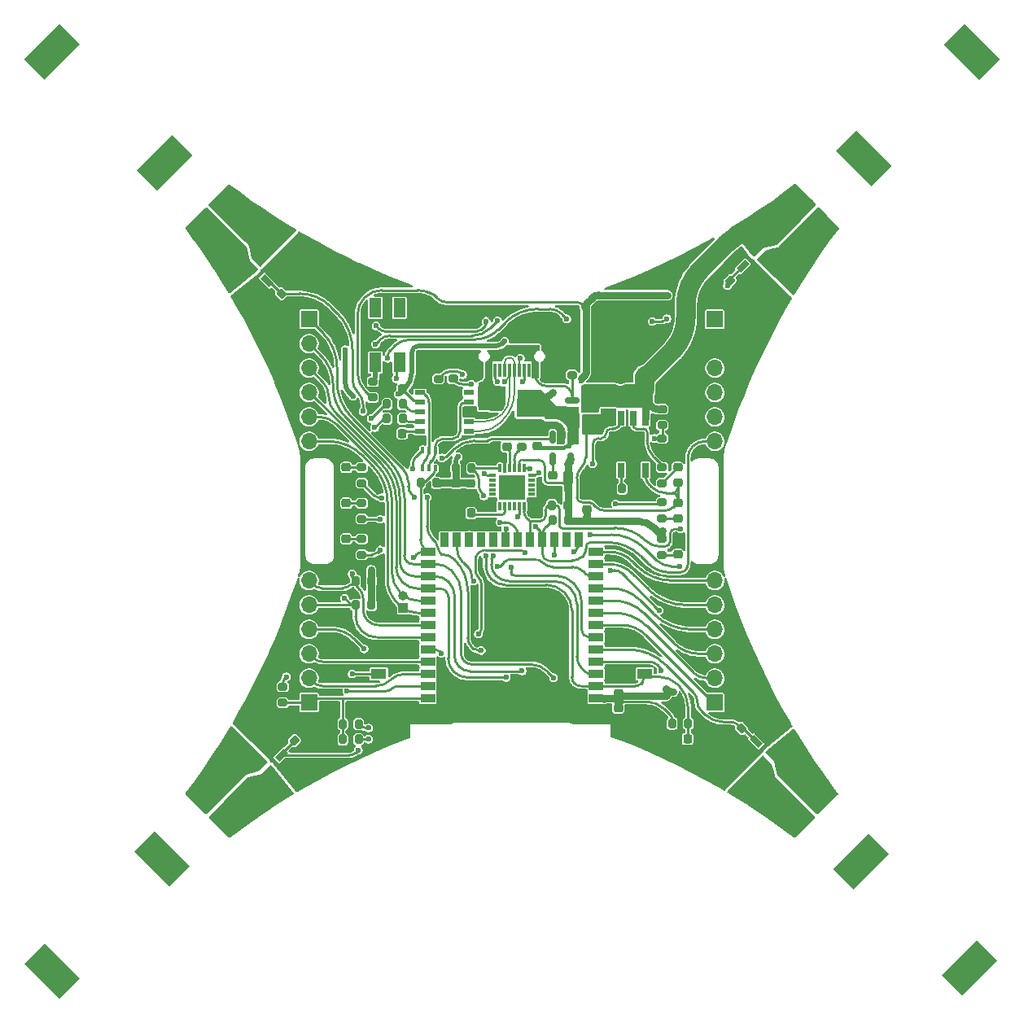
<source format=gtl>
%TF.GenerationSoftware,KiCad,Pcbnew,9.0.3*%
%TF.CreationDate,2025-07-30T12:07:42-04:00*%
%TF.ProjectId,LiteWingV2.5C,4c697465-5769-46e6-9756-322e35432e6b,rev?*%
%TF.SameCoordinates,Original*%
%TF.FileFunction,Copper,L1,Top*%
%TF.FilePolarity,Positive*%
%FSLAX46Y46*%
G04 Gerber Fmt 4.6, Leading zero omitted, Abs format (unit mm)*
G04 Created by KiCad (PCBNEW 9.0.3) date 2025-07-30 12:07:42*
%MOMM*%
%LPD*%
G01*
G04 APERTURE LIST*
G04 Aperture macros list*
%AMRoundRect*
0 Rectangle with rounded corners*
0 $1 Rounding radius*
0 $2 $3 $4 $5 $6 $7 $8 $9 X,Y pos of 4 corners*
0 Add a 4 corners polygon primitive as box body*
4,1,4,$2,$3,$4,$5,$6,$7,$8,$9,$2,$3,0*
0 Add four circle primitives for the rounded corners*
1,1,$1+$1,$2,$3*
1,1,$1+$1,$4,$5*
1,1,$1+$1,$6,$7*
1,1,$1+$1,$8,$9*
0 Add four rect primitives between the rounded corners*
20,1,$1+$1,$2,$3,$4,$5,0*
20,1,$1+$1,$4,$5,$6,$7,0*
20,1,$1+$1,$6,$7,$8,$9,0*
20,1,$1+$1,$8,$9,$2,$3,0*%
%AMRotRect*
0 Rectangle, with rotation*
0 The origin of the aperture is its center*
0 $1 length*
0 $2 width*
0 $3 Rotation angle, in degrees counterclockwise*
0 Add horizontal line*
21,1,$1,$2,0,0,$3*%
G04 Aperture macros list end*
%TA.AperFunction,NonConductor*%
%ADD10C,0.000000*%
%TD*%
%TA.AperFunction,ComponentPad*%
%ADD11R,1.000000X1.000000*%
%TD*%
%TA.AperFunction,ComponentPad*%
%ADD12O,1.000000X1.000000*%
%TD*%
%TA.AperFunction,SMDPad,CuDef*%
%ADD13RoundRect,0.218750X0.256250X-0.218750X0.256250X0.218750X-0.256250X0.218750X-0.256250X-0.218750X0*%
%TD*%
%TA.AperFunction,SMDPad,CuDef*%
%ADD14RoundRect,0.200000X-0.200000X-0.275000X0.200000X-0.275000X0.200000X0.275000X-0.200000X0.275000X0*%
%TD*%
%TA.AperFunction,SMDPad,CuDef*%
%ADD15RoundRect,0.225000X0.225000X0.250000X-0.225000X0.250000X-0.225000X-0.250000X0.225000X-0.250000X0*%
%TD*%
%TA.AperFunction,SMDPad,CuDef*%
%ADD16RoundRect,0.200000X-0.275000X0.200000X-0.275000X-0.200000X0.275000X-0.200000X0.275000X0.200000X0*%
%TD*%
%TA.AperFunction,SMDPad,CuDef*%
%ADD17R,1.600000X1.050000*%
%TD*%
%TA.AperFunction,SMDPad,CuDef*%
%ADD18RoundRect,0.200000X0.275000X-0.200000X0.275000X0.200000X-0.275000X0.200000X-0.275000X-0.200000X0*%
%TD*%
%TA.AperFunction,SMDPad,CuDef*%
%ADD19RoundRect,0.225000X-0.250000X0.225000X-0.250000X-0.225000X0.250000X-0.225000X0.250000X0.225000X0*%
%TD*%
%TA.AperFunction,SMDPad,CuDef*%
%ADD20RoundRect,0.200000X0.200000X0.275000X-0.200000X0.275000X-0.200000X-0.275000X0.200000X-0.275000X0*%
%TD*%
%TA.AperFunction,SMDPad,CuDef*%
%ADD21RotRect,0.600000X1.300000X135.000000*%
%TD*%
%TA.AperFunction,SMDPad,CuDef*%
%ADD22RoundRect,0.218750X-0.256250X0.218750X-0.256250X-0.218750X0.256250X-0.218750X0.256250X0.218750X0*%
%TD*%
%TA.AperFunction,SMDPad,CuDef*%
%ADD23RoundRect,0.200000X-0.335876X-0.053033X-0.053033X-0.335876X0.335876X0.053033X0.053033X0.335876X0*%
%TD*%
%TA.AperFunction,SMDPad,CuDef*%
%ADD24RotRect,0.600000X1.300000X225.000000*%
%TD*%
%TA.AperFunction,SMDPad,CuDef*%
%ADD25RoundRect,0.225000X-0.225000X-0.250000X0.225000X-0.250000X0.225000X0.250000X-0.225000X0.250000X0*%
%TD*%
%TA.AperFunction,ComponentPad*%
%ADD26R,1.700000X1.700000*%
%TD*%
%TA.AperFunction,ComponentPad*%
%ADD27O,1.700000X1.700000*%
%TD*%
%TA.AperFunction,SMDPad,CuDef*%
%ADD28R,1.100000X0.510000*%
%TD*%
%TA.AperFunction,SMDPad,CuDef*%
%ADD29R,2.500000X4.000000*%
%TD*%
%TA.AperFunction,SMDPad,CuDef*%
%ADD30RoundRect,0.250000X1.000000X0.650000X-1.000000X0.650000X-1.000000X-0.650000X1.000000X-0.650000X0*%
%TD*%
%TA.AperFunction,SMDPad,CuDef*%
%ADD31RoundRect,0.200000X0.053033X-0.335876X0.335876X-0.053033X-0.053033X0.335876X-0.335876X0.053033X0*%
%TD*%
%TA.AperFunction,SMDPad,CuDef*%
%ADD32RoundRect,0.250000X0.000000X0.424264X-0.424264X0.000000X0.000000X-0.424264X0.424264X0.000000X0*%
%TD*%
%TA.AperFunction,SMDPad,CuDef*%
%ADD33RoundRect,0.250000X0.424264X0.000000X0.000000X0.424264X-0.424264X0.000000X0.000000X-0.424264X0*%
%TD*%
%TA.AperFunction,SMDPad,CuDef*%
%ADD34RoundRect,0.250000X-0.250000X-0.475000X0.250000X-0.475000X0.250000X0.475000X-0.250000X0.475000X0*%
%TD*%
%TA.AperFunction,SMDPad,CuDef*%
%ADD35RoundRect,0.225000X0.250000X-0.225000X0.250000X0.225000X-0.250000X0.225000X-0.250000X-0.225000X0*%
%TD*%
%TA.AperFunction,SMDPad,CuDef*%
%ADD36R,1.199900X2.000000*%
%TD*%
%TA.AperFunction,SMDPad,CuDef*%
%ADD37RotRect,0.600000X1.300000X315.000000*%
%TD*%
%TA.AperFunction,SMDPad,CuDef*%
%ADD38RotRect,0.600000X1.300000X45.000000*%
%TD*%
%TA.AperFunction,SMDPad,CuDef*%
%ADD39R,0.600000X1.450000*%
%TD*%
%TA.AperFunction,SMDPad,CuDef*%
%ADD40R,0.300000X1.450000*%
%TD*%
%TA.AperFunction,ComponentPad*%
%ADD41O,1.000000X2.100000*%
%TD*%
%TA.AperFunction,ComponentPad*%
%ADD42O,1.000000X1.600000*%
%TD*%
%TA.AperFunction,ComponentPad*%
%ADD43O,1.800000X1.800000*%
%TD*%
%TA.AperFunction,SMDPad,CuDef*%
%ADD44R,1.500000X0.900000*%
%TD*%
%TA.AperFunction,SMDPad,CuDef*%
%ADD45R,0.900000X1.500000*%
%TD*%
%TA.AperFunction,HeatsinkPad*%
%ADD46C,0.600000*%
%TD*%
%TA.AperFunction,SMDPad,CuDef*%
%ADD47R,3.900000X3.900000*%
%TD*%
%TA.AperFunction,SMDPad,CuDef*%
%ADD48RoundRect,0.250000X-0.424264X0.000000X0.000000X-0.424264X0.424264X0.000000X0.000000X0.424264X0*%
%TD*%
%TA.AperFunction,SMDPad,CuDef*%
%ADD49RoundRect,0.100000X0.100000X-0.225000X0.100000X0.225000X-0.100000X0.225000X-0.100000X-0.225000X0*%
%TD*%
%TA.AperFunction,SMDPad,CuDef*%
%ADD50RoundRect,0.225000X-0.017678X0.335876X-0.335876X0.017678X0.017678X-0.335876X0.335876X-0.017678X0*%
%TD*%
%TA.AperFunction,SMDPad,CuDef*%
%ADD51RoundRect,0.225000X-0.335876X-0.017678X-0.017678X-0.335876X0.335876X0.017678X0.017678X0.335876X0*%
%TD*%
%TA.AperFunction,SMDPad,CuDef*%
%ADD52RoundRect,0.225000X0.335876X0.017678X0.017678X0.335876X-0.335876X-0.017678X-0.017678X-0.335876X0*%
%TD*%
%TA.AperFunction,SMDPad,CuDef*%
%ADD53RoundRect,0.200000X0.335876X0.053033X0.053033X0.335876X-0.335876X-0.053033X-0.053033X-0.335876X0*%
%TD*%
%TA.AperFunction,SMDPad,CuDef*%
%ADD54RoundRect,0.150000X-0.150000X0.512500X-0.150000X-0.512500X0.150000X-0.512500X0.150000X0.512500X0*%
%TD*%
%TA.AperFunction,SMDPad,CuDef*%
%ADD55R,0.700000X1.525000*%
%TD*%
%TA.AperFunction,SMDPad,CuDef*%
%ADD56R,3.402000X2.513000*%
%TD*%
%TA.AperFunction,SMDPad,CuDef*%
%ADD57RoundRect,0.225000X0.017678X-0.335876X0.335876X-0.017678X-0.017678X0.335876X-0.335876X0.017678X0*%
%TD*%
%TA.AperFunction,SMDPad,CuDef*%
%ADD58RoundRect,0.250000X0.000000X-0.424264X0.424264X0.000000X0.000000X0.424264X-0.424264X0.000000X0*%
%TD*%
%TA.AperFunction,SMDPad,CuDef*%
%ADD59RoundRect,0.150000X-0.587500X-0.150000X0.587500X-0.150000X0.587500X0.150000X-0.587500X0.150000X0*%
%TD*%
%TA.AperFunction,SMDPad,CuDef*%
%ADD60R,0.800000X0.350000*%
%TD*%
%TA.AperFunction,SMDPad,CuDef*%
%ADD61R,0.350000X0.850000*%
%TD*%
%TA.AperFunction,SMDPad,CuDef*%
%ADD62R,2.700000X2.600000*%
%TD*%
%TA.AperFunction,SMDPad,CuDef*%
%ADD63RoundRect,0.200000X-0.053033X0.335876X-0.335876X0.053033X0.053033X-0.335876X0.335876X-0.053033X0*%
%TD*%
%TA.AperFunction,ViaPad*%
%ADD64C,0.600000*%
%TD*%
%TA.AperFunction,Conductor*%
%ADD65C,0.762000*%
%TD*%
%TA.AperFunction,Conductor*%
%ADD66C,0.254000*%
%TD*%
%TA.AperFunction,Conductor*%
%ADD67C,0.381000*%
%TD*%
%TA.AperFunction,Conductor*%
%ADD68C,0.508000*%
%TD*%
%TA.AperFunction,Conductor*%
%ADD69C,2.032000*%
%TD*%
%TA.AperFunction,Conductor*%
%ADD70C,0.200000*%
%TD*%
G04 APERTURE END LIST*
D10*
%TA.AperFunction,NonConductor*%
G36*
X198100616Y-47144012D02*
G01*
X195983526Y-49269992D01*
X192319576Y-45604772D01*
X194441746Y-43482602D01*
X198100616Y-47144012D01*
G37*
%TD.AperFunction*%
%TA.AperFunction,NonConductor*%
G36*
X197889548Y-140915732D02*
G01*
X194228138Y-144574602D01*
X192102158Y-142457512D01*
X195767378Y-138793562D01*
X197889548Y-140915732D01*
G37*
%TD.AperFunction*%
%TA.AperFunction,NonConductor*%
G36*
X186568019Y-129835626D02*
G01*
X182906609Y-133494496D01*
X180780629Y-131377406D01*
X184445849Y-127713456D01*
X186568019Y-129835626D01*
G37*
%TD.AperFunction*%
%TA.AperFunction,NonConductor*%
G36*
X114158567Y-57176954D02*
G01*
X110493347Y-60840904D01*
X108371177Y-58718734D01*
X112032587Y-55059864D01*
X114158567Y-57176954D01*
G37*
%TD.AperFunction*%
%TA.AperFunction,NonConductor*%
G36*
X113891553Y-131102941D02*
G01*
X111769383Y-133225111D01*
X108110513Y-129563701D01*
X110227603Y-127437721D01*
X113891553Y-131102941D01*
G37*
%TD.AperFunction*%
%TA.AperFunction,NonConductor*%
G36*
X102454826Y-45597850D02*
G01*
X98789606Y-49261800D01*
X96667436Y-47139630D01*
X100328846Y-43480760D01*
X102454826Y-45597850D01*
G37*
%TD.AperFunction*%
%TA.AperFunction,NonConductor*%
G36*
X102468796Y-142757930D02*
G01*
X100346626Y-144880100D01*
X96687756Y-141218690D01*
X98804846Y-139092710D01*
X102468796Y-142757930D01*
G37*
%TD.AperFunction*%
%TA.AperFunction,NonConductor*%
G36*
X186834721Y-58225467D02*
G01*
X184717631Y-60351447D01*
X181053681Y-56686227D01*
X183175851Y-54564057D01*
X186834721Y-58225467D01*
G37*
%TD.AperFunction*%
D11*
%TO.P,J14,1,Pin_1*%
%TO.N,/BUZ2*%
X136061500Y-104255050D03*
D12*
%TO.P,J14,2,Pin_2*%
%TO.N,/BUZ1*%
X136061500Y-103004850D03*
%TD*%
D13*
%TO.P,LED4,1,K*%
%TO.N,GND*%
X130135500Y-91198500D03*
%TO.P,LED4,2,A*%
%TO.N,Net-(LED4-A)*%
X130135500Y-89623500D03*
%TD*%
D14*
%TO.P,R30,1*%
%TO.N,/IO1*%
X129778500Y-116308000D03*
%TO.P,R30,2*%
%TO.N,Net-(J11-Pin_8)*%
X131428500Y-116308000D03*
%TD*%
D15*
%TO.P,C9,1*%
%TO.N,Net-(U7-CPOUT)*%
X143129500Y-94363000D03*
%TO.P,C9,2*%
%TO.N,GND*%
X141579500Y-94363000D03*
%TD*%
D16*
%TO.P,R13,1*%
%TO.N,Net-(LED6-A)*%
X131764500Y-97046000D03*
%TO.P,R13,2*%
%TO.N,/LED_BLUE*%
X131764500Y-98696000D03*
%TD*%
D14*
%TO.P,R19,1*%
%TO.N,/IO0*%
X137877000Y-91224500D03*
%TO.P,R19,2*%
%TO.N,+3V3*%
X139527000Y-91224500D03*
%TD*%
D17*
%TO.P,SW2,1,1*%
%TO.N,GND*%
X133531500Y-115555000D03*
%TO.P,SW2,2,2*%
%TO.N,/IO0*%
X133531500Y-111105000D03*
%TD*%
D18*
%TO.P,R28,1*%
%TO.N,/IO1*%
X123552500Y-114092000D03*
%TO.P,R28,2*%
%TO.N,Net-(J12-Pin_5)*%
X123552500Y-112442000D03*
%TD*%
D19*
%TO.P,C10,1*%
%TO.N,+3V3*%
X143102500Y-91274000D03*
%TO.P,C10,2*%
%TO.N,GND*%
X143102500Y-92824000D03*
%TD*%
D14*
%TO.P,R10,1*%
%TO.N,/RX*%
X134378500Y-83013000D03*
%TO.P,R10,2*%
%TO.N,Net-(U5-TXD)*%
X136028500Y-83013000D03*
%TD*%
D18*
%TO.P,R6,1*%
%TO.N,Net-(LED2-K)*%
X163001500Y-94903547D03*
%TO.P,R6,2*%
%TO.N,Net-(IC1-~{CHRG})*%
X163001500Y-93253547D03*
%TD*%
D20*
%TO.P,R17,1*%
%TO.N,/MPU_INT*%
X143187500Y-89696000D03*
%TO.P,R17,2*%
%TO.N,+3V3*%
X141537500Y-89696000D03*
%TD*%
D13*
%TO.P,LED6,1,K*%
%TO.N,GND*%
X130135500Y-98638500D03*
%TO.P,LED6,2,A*%
%TO.N,Net-(LED6-A)*%
X130135500Y-97063500D03*
%TD*%
D19*
%TO.P,C12,1*%
%TO.N,+3V3*%
X158454500Y-114638000D03*
%TO.P,C12,2*%
%TO.N,GND*%
X158454500Y-116188000D03*
%TD*%
D21*
%TO.P,T1,1,G*%
%TO.N,/MOT_1*%
X171398379Y-68670618D03*
%TO.P,T1,2,S*%
%TO.N,GND*%
X172741882Y-70014121D03*
%TO.P,T1,3,D*%
%TO.N,Net-(D2-A)*%
X173555055Y-67857445D03*
%TD*%
D22*
%TO.P,LED1,1,K*%
%TO.N,GND*%
X164619500Y-97103500D03*
%TO.P,LED1,2,A*%
%TO.N,Net-(LED1-A)*%
X164619500Y-98678500D03*
%TD*%
D23*
%TO.P,R24,1*%
%TO.N,GND*%
X123584531Y-116875029D03*
%TO.P,R24,2*%
%TO.N,/MOT_3*%
X124751257Y-118041755D03*
%TD*%
D24*
%TO.P,T4,1,G*%
%TO.N,/MOT_4*%
X121885211Y-70192214D03*
%TO.P,T4,2,S*%
%TO.N,GND*%
X123228714Y-68848711D03*
%TO.P,T4,3,D*%
%TO.N,Net-(D5-A)*%
X121072038Y-68035538D03*
%TD*%
D25*
%TO.P,C6,1*%
%TO.N,GND*%
X134428500Y-86090000D03*
%TO.P,C6,2*%
%TO.N,Net-(U5-V3)*%
X135978500Y-86090000D03*
%TD*%
D18*
%TO.P,R2,1*%
%TO.N,Net-(J1-CC1)*%
X141257500Y-80400000D03*
%TO.P,R2,2*%
%TO.N,GND*%
X141257500Y-78750000D03*
%TD*%
D26*
%TO.P,J5,1,Pin_1*%
%TO.N,/IO1*%
X126276500Y-114084000D03*
D27*
%TO.P,J5,2,Pin_2*%
%TO.N,/TX*%
X126276500Y-111544000D03*
%TO.P,J5,3,Pin_3*%
%TO.N,/RX*%
X126276500Y-109004000D03*
%TO.P,J5,4,Pin_4*%
%TO.N,/IO48*%
X126276500Y-106464000D03*
%TO.P,J5,5,Pin_5*%
%TO.N,/SCL1*%
X126276500Y-103924000D03*
%TO.P,J5,6,Pin_6*%
%TO.N,/SDA1*%
X126276500Y-101384000D03*
%TD*%
D13*
%TO.P,LED5,1,K*%
%TO.N,GND*%
X130135500Y-94918500D03*
%TO.P,LED5,2,A*%
%TO.N,Net-(LED5-A)*%
X130135500Y-93343500D03*
%TD*%
D20*
%TO.P,R5,1*%
%TO.N,Net-(IC1-PROG)*%
X158832500Y-91827000D03*
%TO.P,R5,2*%
%TO.N,GND*%
X157182500Y-91827000D03*
%TD*%
D14*
%TO.P,R29,1*%
%TO.N,/IO1*%
X129778500Y-117889000D03*
%TO.P,R29,2*%
%TO.N,Net-(J11-Pin_7)*%
X131428500Y-117889000D03*
%TD*%
D26*
%TO.P,J3,1,Pin_1*%
%TO.N,/IO15*%
X168477500Y-114084000D03*
D27*
%TO.P,J3,2,Pin_2*%
%TO.N,/IO16*%
X168477500Y-111544000D03*
%TO.P,J3,3,Pin_3*%
%TO.N,/IO17*%
X168477500Y-109004000D03*
%TO.P,J3,4,Pin_4*%
%TO.N,/IO18*%
X168477500Y-106464000D03*
%TO.P,J3,5,Pin_5*%
%TO.N,/IO19*%
X168477500Y-103924000D03*
%TO.P,J3,6,Pin_6*%
%TO.N,/IO20*%
X168477500Y-101384000D03*
%TD*%
D28*
%TO.P,U5,1,D+*%
%TO.N,/D+*%
X142910000Y-85837500D03*
%TO.P,U5,2,D-*%
%TO.N,/D-*%
X142910000Y-84837500D03*
%TO.P,U5,3,GND*%
%TO.N,GND*%
X142910000Y-83837500D03*
%TO.P,U5,4,DTR*%
%TO.N,/DTR*%
X142910000Y-82837500D03*
%TO.P,U5,5,CTS*%
%TO.N,unconnected-(U5-CTS-Pad5)*%
X142910000Y-81837500D03*
%TO.P,U5,6,RTS*%
%TO.N,/RTS*%
X137810000Y-81837500D03*
%TO.P,U5,7,VCC*%
%TO.N,+3V3*%
X137810000Y-82837500D03*
%TO.P,U5,8,TXD*%
%TO.N,Net-(U5-TXD)*%
X137810000Y-83837500D03*
%TO.P,U5,9,RXD*%
%TO.N,Net-(U5-RXD)*%
X137810000Y-84837500D03*
%TO.P,U5,10,V3*%
%TO.N,Net-(U5-V3)*%
X137810000Y-85837500D03*
D29*
%TO.P,U5,11,EP*%
%TO.N,GND*%
X140360000Y-83837500D03*
%TD*%
D16*
%TO.P,R11,1*%
%TO.N,Net-(LED4-A)*%
X131763500Y-89606000D03*
%TO.P,R11,2*%
%TO.N,/LED_GREEN*%
X131763500Y-91256000D03*
%TD*%
D30*
%TO.P,D1,1,K*%
%TO.N,VBUS*%
X149293001Y-82576000D03*
%TO.P,D1,2,A*%
%TO.N,+5V*%
X145292999Y-82576000D03*
%TD*%
D15*
%TO.P,C7,1*%
%TO.N,+3V3*%
X135978500Y-81489000D03*
%TO.P,C7,2*%
%TO.N,GND*%
X134428500Y-81489000D03*
%TD*%
D31*
%TO.P,R23,1*%
%TO.N,GND*%
X170109228Y-117948454D03*
%TO.P,R23,2*%
%TO.N,/MOT_2*%
X171275954Y-116781728D03*
%TD*%
D32*
%TO.P,D3,1,K*%
%TO.N,+BATT*%
X177619668Y-122344090D03*
%TO.P,D3,2,A*%
%TO.N,Net-(D3-A)*%
X175639770Y-124323988D03*
%TD*%
D26*
%TO.P,J4,1,Pin_1*%
%TO.N,VBUS*%
X168477500Y-74204000D03*
D27*
%TO.P,J4,2,Pin_2*%
%TO.N,GND*%
X168477500Y-76744000D03*
%TO.P,J4,3,Pin_3*%
%TO.N,+3V3*%
X168477500Y-79284000D03*
%TO.P,J4,4,Pin_4*%
%TO.N,/IO13*%
X168477500Y-81824000D03*
%TO.P,J4,5,Pin_5*%
%TO.N,/SDA*%
X168477500Y-84364000D03*
%TO.P,J4,6,Pin_6*%
%TO.N,/SCL*%
X168477500Y-86904000D03*
%TD*%
D26*
%TO.P,J6,1,Pin_1*%
%TO.N,/CS*%
X126276500Y-74204000D03*
D27*
%TO.P,J6,2,Pin_2*%
%TO.N,/MOSI*%
X126276500Y-76744000D03*
%TO.P,J6,3,Pin_3*%
%TO.N,/CLK*%
X126276500Y-79284000D03*
%TO.P,J6,4,Pin_4*%
%TO.N,/MISO*%
X126276500Y-81824000D03*
%TO.P,J6,5,Pin_5*%
%TO.N,/BUZ1*%
X126276500Y-84364000D03*
%TO.P,J6,6,Pin_6*%
%TO.N,/BUZ2*%
X126276500Y-86904000D03*
%TD*%
D33*
%TO.P,D4,1,K*%
%TO.N,+BATT*%
X119188895Y-124385469D03*
%TO.P,D4,2,A*%
%TO.N,Net-(D4-A)*%
X117208997Y-122405571D03*
%TD*%
D34*
%TO.P,C3,1*%
%TO.N,+3V3*%
X153194501Y-90686000D03*
%TO.P,C3,2*%
%TO.N,GND*%
X155094499Y-90686000D03*
%TD*%
D16*
%TO.P,R27,1*%
%TO.N,/ADC_BAT*%
X163000500Y-86589000D03*
%TO.P,R27,2*%
%TO.N,GND*%
X163000500Y-88239000D03*
%TD*%
D35*
%TO.P,C1,1*%
%TO.N,VBUS*%
X149987500Y-87422000D03*
%TO.P,C1,2*%
%TO.N,GND*%
X149987500Y-85872000D03*
%TD*%
D36*
%TO.P,SW1,1,1*%
%TO.N,GND*%
X138178500Y-78704000D03*
%TO.P,SW1,2,2*%
%TO.N,LDO_EN*%
X135678600Y-78704000D03*
%TO.P,SW1,3,3*%
%TO.N,/LDO_H*%
X133178700Y-78704000D03*
%TO.P,SW1,4,4*%
%TO.N,GND*%
X138178500Y-73004000D03*
%TO.P,SW1,5,5*%
%TO.N,unconnected-(SW1-Pad5)*%
X135678600Y-73004200D03*
%TO.P,SW1,6,6*%
%TO.N,unconnected-(SW1-Pad6)*%
X133178700Y-73004000D03*
%TD*%
D16*
%TO.P,R26,1*%
%TO.N,+BATT*%
X163011500Y-83563000D03*
%TO.P,R26,2*%
%TO.N,/ADC_BAT*%
X163011500Y-85213000D03*
%TD*%
D13*
%TO.P,LED2,1,K*%
%TO.N,Net-(LED2-K)*%
X164619500Y-94886048D03*
%TO.P,LED2,2,A*%
%TO.N,+5V*%
X164619500Y-93311046D03*
%TD*%
D37*
%TO.P,T3,1,G*%
%TO.N,/MOT_3*%
X123409199Y-119560590D03*
%TO.P,T3,2,S*%
%TO.N,GND*%
X122065696Y-118217087D03*
%TO.P,T3,3,D*%
%TO.N,Net-(D4-A)*%
X121252523Y-120373763D03*
%TD*%
D38*
%TO.P,T2,1,G*%
%TO.N,/MOT_2*%
X172794789Y-118123786D03*
%TO.P,T2,2,S*%
%TO.N,GND*%
X171451286Y-119467289D03*
%TO.P,T2,3,D*%
%TO.N,Net-(D3-A)*%
X173607962Y-120280462D03*
%TD*%
D25*
%TO.P,C5,1*%
%TO.N,+BATT*%
X161498500Y-82107000D03*
%TO.P,C5,2*%
%TO.N,GND*%
X163048500Y-82107000D03*
%TD*%
D39*
%TO.P,J1,A1,GND*%
%TO.N,GND*%
X150627500Y-79504000D03*
%TO.P,J1,A4,VBUS*%
%TO.N,+5V*%
X149827501Y-79504000D03*
D40*
%TO.P,J1,A5,CC1*%
%TO.N,Net-(J1-CC1)*%
X148627500Y-79503999D03*
%TO.P,J1,A6,D+*%
%TO.N,/D+*%
X147627500Y-79504000D03*
%TO.P,J1,A7,D-*%
%TO.N,/D-*%
X147127500Y-79504000D03*
%TO.P,J1,A8,SBU1*%
%TO.N,unconnected-(J1-SBU1-PadA8)*%
X146127500Y-79503999D03*
D39*
%TO.P,J1,A9,VBUS*%
%TO.N,+5V*%
X144927499Y-79504000D03*
%TO.P,J1,A12,GND*%
%TO.N,GND*%
X144127500Y-79504000D03*
%TO.P,J1,B1,GND*%
X144127500Y-79504000D03*
%TO.P,J1,B4,VBUS*%
%TO.N,+5V*%
X144927499Y-79504000D03*
D40*
%TO.P,J1,B5,CC2*%
%TO.N,Net-(J1-CC2)*%
X145627500Y-79504000D03*
%TO.P,J1,B6,D+*%
%TO.N,/D+*%
X146627500Y-79504000D03*
%TO.P,J1,B7,D-*%
%TO.N,/D-*%
X148127500Y-79504000D03*
%TO.P,J1,B8,SBU2*%
%TO.N,unconnected-(J1-SBU2-PadB8)*%
X149127500Y-79504000D03*
D39*
%TO.P,J1,B9,VBUS*%
%TO.N,+5V*%
X149827501Y-79504000D03*
%TO.P,J1,B12,GND*%
%TO.N,GND*%
X150627500Y-79504000D03*
D41*
%TO.P,J1,S1,SHIELD*%
X151697500Y-78589000D03*
D42*
X151697500Y-74409000D03*
D41*
X143057500Y-78589000D03*
D42*
X143057500Y-74409000D03*
%TD*%
D15*
%TO.P,C14,1*%
%TO.N,/EN*%
X165653500Y-117863000D03*
%TO.P,C14,2*%
%TO.N,GND*%
X164103500Y-117863000D03*
%TD*%
D43*
%TO.P,J2,1,Pin_1*%
%TO.N,+BATT*%
X161158501Y-80045600D03*
%TO.P,J2,2,Pin_2*%
%TO.N,GND*%
X158656499Y-80045600D03*
%TD*%
D44*
%TO.P,U8,1,GND*%
%TO.N,GND*%
X156127500Y-114914000D03*
%TO.P,U8,2,3V3*%
%TO.N,+3V3*%
X156127500Y-113644000D03*
%TO.P,U8,3,EN*%
%TO.N,/EN*%
X156127500Y-112374000D03*
%TO.P,U8,4,IO4*%
%TO.N,/MOT_4*%
X156127500Y-111104000D03*
%TO.P,U8,5,IO5*%
%TO.N,/MOT_1*%
X156127500Y-109834000D03*
%TO.P,U8,6,IO6*%
%TO.N,/MOT_2*%
X156127500Y-108564000D03*
%TO.P,U8,7,IO7*%
%TO.N,/LED_BLUE*%
X156127500Y-107294000D03*
%TO.P,U8,8,IO15*%
%TO.N,/IO15*%
X156127500Y-106024000D03*
%TO.P,U8,9,IO16*%
%TO.N,/IO16*%
X156127500Y-104754000D03*
%TO.P,U8,10,IO17*%
%TO.N,/IO17*%
X156127500Y-103484000D03*
%TO.P,U8,11,IO18*%
%TO.N,/IO18*%
X156127500Y-102214000D03*
%TO.P,U8,12,IO8*%
%TO.N,/LED_RED*%
X156127500Y-100944000D03*
%TO.P,U8,13,IO19*%
%TO.N,/IO19*%
X156127500Y-99674000D03*
%TO.P,U8,14,IO20*%
%TO.N,/IO20*%
X156127500Y-98404000D03*
D45*
%TO.P,U8,15,IO3*%
%TO.N,/MOT_3*%
X154362500Y-97154000D03*
%TO.P,U8,16,IO46*%
%TO.N,unconnected-(U8-IO46-Pad16)*%
X153092500Y-97154000D03*
%TO.P,U8,17,IO9*%
%TO.N,/LED_GREEN*%
X151822500Y-97154000D03*
%TO.P,U8,18,IO10*%
%TO.N,/SCL*%
X150552500Y-97154000D03*
%TO.P,U8,19,IO11*%
%TO.N,/SDA*%
X149282500Y-97154000D03*
%TO.P,U8,20,IO12*%
%TO.N,/MPU_INT*%
X148012500Y-97154000D03*
%TO.P,U8,21,IO13*%
%TO.N,/IO13*%
X146742500Y-97154000D03*
%TO.P,U8,22,IO14*%
%TO.N,/IO14*%
X145472500Y-97154000D03*
%TO.P,U8,23,IO21*%
%TO.N,/IO21*%
X144202500Y-97154000D03*
%TO.P,U8,24,IO47*%
%TO.N,unconnected-(U8-IO47-Pad24)*%
X142932500Y-97154000D03*
%TO.P,U8,25,IO48*%
%TO.N,/IO48*%
X141662500Y-97154000D03*
%TO.P,U8,26,IO45*%
%TO.N,unconnected-(U8-IO45-Pad26)*%
X140392500Y-97154000D03*
D44*
%TO.P,U8,27,IO0*%
%TO.N,/IO0*%
X138627500Y-98404000D03*
%TO.P,U8,28,IO35*%
%TO.N,/MOSI*%
X138627500Y-99674000D03*
%TO.P,U8,29,IO36*%
%TO.N,/CLK*%
X138627500Y-100944000D03*
%TO.P,U8,30,IO37*%
%TO.N,/MISO*%
X138627500Y-102214000D03*
%TO.P,U8,31,IO38*%
%TO.N,/BUZ1*%
X138627500Y-103484000D03*
%TO.P,U8,32,IO39*%
%TO.N,/BUZ2*%
X138627500Y-104754000D03*
%TO.P,U8,33,IO40*%
%TO.N,/SDA1*%
X138627500Y-106024000D03*
%TO.P,U8,34,IO41*%
%TO.N,/SCL1*%
X138627500Y-107294000D03*
%TO.P,U8,35,IO42*%
%TO.N,/CS*%
X138627500Y-108564000D03*
%TO.P,U8,36,RXD0*%
%TO.N,/RX*%
X138627500Y-109834000D03*
%TO.P,U8,37,TXD0*%
%TO.N,/TX*%
X138627500Y-111104000D03*
%TO.P,U8,38,IO2*%
%TO.N,/ADC_BAT*%
X138627500Y-112374000D03*
%TO.P,U8,39,IO1*%
%TO.N,/IO1*%
X138627500Y-113644000D03*
%TO.P,U8,40,GND*%
%TO.N,GND*%
X138627500Y-114914000D03*
D46*
%TO.P,U8,41,GND*%
X150277500Y-107894000D03*
X150277500Y-106494000D03*
X149577500Y-108594000D03*
X149577500Y-107194000D03*
X149577500Y-105794000D03*
X148877500Y-107894000D03*
D47*
X148877500Y-107194000D03*
D46*
X148877500Y-106494000D03*
X148177500Y-108594000D03*
X148177500Y-107194000D03*
X148177500Y-105794000D03*
X147477500Y-107894000D03*
X147477500Y-106494000D03*
%TD*%
D48*
%TO.P,D2,1,K*%
%TO.N,+BATT*%
X175618683Y-63845739D03*
%TO.P,D2,2,A*%
%TO.N,Net-(D2-A)*%
X177598581Y-65825637D03*
%TD*%
D18*
%TO.P,R4,1*%
%TO.N,Net-(LED1-A)*%
X163001500Y-98696000D03*
%TO.P,R4,2*%
%TO.N,+3V3*%
X163001500Y-97046000D03*
%TD*%
D49*
%TO.P,U6,1,1*%
%TO.N,/RTS*%
X138095000Y-89708500D03*
%TO.P,U6,2,2*%
%TO.N,/DTR*%
X138745000Y-89708499D03*
%TO.P,U6,3,3*%
%TO.N,/IO0*%
X139395000Y-89708500D03*
%TO.P,U6,4,4*%
%TO.N,/DTR*%
X139395000Y-87808500D03*
%TO.P,U6,5,5*%
%TO.N,/RTS*%
X138745000Y-87808501D03*
%TO.P,U6,6,6*%
%TO.N,/EN*%
X138095000Y-87808500D03*
%TD*%
D18*
%TO.P,R1,1*%
%TO.N,Net-(J1-CC2)*%
X139726500Y-80404000D03*
%TO.P,R1,2*%
%TO.N,GND*%
X139726500Y-78754000D03*
%TD*%
D50*
%TO.P,C16,1*%
%TO.N,+BATT*%
X175586415Y-121162899D03*
%TO.P,C16,2*%
%TO.N,Net-(D3-A)*%
X174490399Y-122258915D03*
%TD*%
D22*
%TO.P,LED3,1,K*%
%TO.N,Net-(LED3-K)*%
X164619500Y-89623499D03*
%TO.P,LED3,2,A*%
%TO.N,+5V*%
X164619500Y-91198501D03*
%TD*%
D51*
%TO.P,C15,1*%
%TO.N,+BATT*%
X174437492Y-65878992D03*
%TO.P,C15,2*%
%TO.N,Net-(D2-A)*%
X175533508Y-66975008D03*
%TD*%
D18*
%TO.P,R7,1*%
%TO.N,Net-(LED3-K)*%
X163001500Y-91256000D03*
%TO.P,R7,2*%
%TO.N,Net-(IC1-~{STDBY})*%
X163001500Y-89606000D03*
%TD*%
D52*
%TO.P,C17,1*%
%TO.N,+BATT*%
X120370086Y-122352216D03*
%TO.P,C17,2*%
%TO.N,Net-(D4-A)*%
X119274070Y-121256200D03*
%TD*%
D18*
%TO.P,R3,1*%
%TO.N,+5V*%
X153624500Y-79987000D03*
%TO.P,R3,2*%
%TO.N,GND*%
X153624500Y-78337000D03*
%TD*%
D53*
%TO.P,R22,1*%
%TO.N,GND*%
X171223047Y-71356179D03*
%TO.P,R22,2*%
%TO.N,/MOT_1*%
X170056321Y-70189453D03*
%TD*%
D54*
%TO.P,U2,1,IN*%
%TO.N,VBUS*%
X153522999Y-86450500D03*
%TO.P,U2,2,GND*%
%TO.N,GND*%
X152573000Y-86450500D03*
%TO.P,U2,3,EN*%
%TO.N,LDO_EN*%
X151623001Y-86450500D03*
%TO.P,U2,4,BP*%
%TO.N,Net-(U2-BP)*%
X151623001Y-88725500D03*
%TO.P,U2,5,OUT*%
%TO.N,+3V3*%
X153522999Y-88725500D03*
%TD*%
D14*
%TO.P,R20,1*%
%TO.N,/SDA1*%
X131109500Y-101408000D03*
%TO.P,R20,2*%
%TO.N,+3V3*%
X132759500Y-101408000D03*
%TD*%
%TO.P,R16,1*%
%TO.N,/SCL*%
X151600500Y-95101000D03*
%TO.P,R16,2*%
%TO.N,+3V3*%
X153250500Y-95101000D03*
%TD*%
D55*
%TO.P,IC1,1,TEMP*%
%TO.N,GND*%
X157464500Y-89899000D03*
%TO.P,IC1,2,PROG*%
%TO.N,Net-(IC1-PROG)*%
X158734500Y-89899000D03*
%TO.P,IC1,3,GND*%
%TO.N,GND*%
X160004500Y-89899000D03*
%TO.P,IC1,4,VCC*%
%TO.N,+5V*%
X161274500Y-89899000D03*
%TO.P,IC1,5,BAT*%
%TO.N,+BATT*%
X161274500Y-84475000D03*
%TO.P,IC1,6,~{STDBY}*%
%TO.N,Net-(IC1-~{STDBY})*%
X160004500Y-84475000D03*
%TO.P,IC1,7,~{CHRG}*%
%TO.N,Net-(IC1-~{CHRG})*%
X158734500Y-84475000D03*
%TO.P,IC1,8,CE*%
%TO.N,+5V*%
X157464500Y-84475000D03*
D56*
%TO.P,IC1,9,EP*%
%TO.N,GND*%
X159369500Y-87187000D03*
%TD*%
D35*
%TO.P,C8,1*%
%TO.N,Net-(U7-REGOUT)*%
X146840500Y-87455000D03*
%TO.P,C8,2*%
%TO.N,GND*%
X146840500Y-85905000D03*
%TD*%
D57*
%TO.P,C18,1*%
%TO.N,+BATT*%
X119093585Y-67153101D03*
%TO.P,C18,2*%
%TO.N,Net-(D5-A)*%
X120189601Y-66057085D03*
%TD*%
D16*
%TO.P,R12,1*%
%TO.N,Net-(LED5-A)*%
X131764500Y-93326000D03*
%TO.P,R12,2*%
%TO.N,/LED_RED*%
X131764500Y-94976000D03*
%TD*%
D58*
%TO.P,D5,1,K*%
%TO.N,+BATT*%
X117060332Y-65971910D03*
%TO.P,D5,2,A*%
%TO.N,Net-(D5-A)*%
X119040230Y-63992012D03*
%TD*%
D16*
%TO.P,R15,1*%
%TO.N,GND*%
X148422500Y-85839000D03*
%TO.P,R15,2*%
%TO.N,Net-(U7-AD0)*%
X148422500Y-87489000D03*
%TD*%
D14*
%TO.P,R14,1*%
%TO.N,/SDA*%
X151524500Y-93535000D03*
%TO.P,R14,2*%
%TO.N,+3V3*%
X153174500Y-93535000D03*
%TD*%
D59*
%TO.P,U1,1,G*%
%TO.N,+5V*%
X153618499Y-82620000D03*
%TO.P,U1,2,S*%
%TO.N,VBUS*%
X153618499Y-84520000D03*
%TO.P,U1,3,D*%
%TO.N,+BATT*%
X155493500Y-83570000D03*
%TD*%
D19*
%TO.P,C11,1*%
%TO.N,+3V3*%
X141579500Y-91274000D03*
%TO.P,C11,2*%
%TO.N,GND*%
X141579500Y-92824000D03*
%TD*%
D35*
%TO.P,C4,1*%
%TO.N,+3V3*%
X155155500Y-93976000D03*
%TO.P,C4,2*%
%TO.N,GND*%
X155155500Y-92426000D03*
%TD*%
D18*
%TO.P,R8,1*%
%TO.N,VBUS*%
X132901500Y-82344000D03*
%TO.P,R8,2*%
%TO.N,/LDO_H*%
X132901500Y-80694000D03*
%TD*%
D17*
%TO.P,SW3,1,1*%
%TO.N,GND*%
X161171500Y-115555000D03*
%TO.P,SW3,2,2*%
%TO.N,/EN*%
X161171500Y-111105000D03*
%TD*%
D35*
%TO.P,C13,1*%
%TO.N,+3V3*%
X158461500Y-113149000D03*
%TO.P,C13,2*%
%TO.N,GND*%
X158461500Y-111599000D03*
%TD*%
D19*
%TO.P,C2,1*%
%TO.N,Net-(U2-BP)*%
X151599500Y-90461000D03*
%TO.P,C2,2*%
%TO.N,GND*%
X151599500Y-92011000D03*
%TD*%
D14*
%TO.P,R9,1*%
%TO.N,/TX*%
X134378500Y-84530000D03*
%TO.P,R9,2*%
%TO.N,Net-(U5-RXD)*%
X136028500Y-84530000D03*
%TD*%
D60*
%TO.P,U7,1,CLKIN*%
%TO.N,GND*%
X149377500Y-92924000D03*
%TO.P,U7,2,NC_1*%
%TO.N,unconnected-(U7-NC_1-Pad2)*%
X149377500Y-92424000D03*
%TO.P,U7,3,NC_2*%
%TO.N,unconnected-(U7-NC_2-Pad3)*%
X149377500Y-91924000D03*
%TO.P,U7,4,NC_3*%
%TO.N,unconnected-(U7-NC_3-Pad4)*%
X149377500Y-91424000D03*
%TO.P,U7,5,NC_4*%
%TO.N,unconnected-(U7-NC_4-Pad5)*%
X149377500Y-90924000D03*
%TO.P,U7,6,AUX_DA*%
%TO.N,/AUXSDA*%
X149377500Y-90424000D03*
D61*
%TO.P,U7,7,AUX_CL*%
%TO.N,/AUXSCL*%
X148627500Y-89699000D03*
%TO.P,U7,8,VLOGIC*%
%TO.N,+3V3*%
X148127500Y-89699000D03*
%TO.P,U7,9,AD0*%
%TO.N,Net-(U7-AD0)*%
X147627500Y-89699000D03*
%TO.P,U7,10,REGOUT*%
%TO.N,Net-(U7-REGOUT)*%
X147127500Y-89699000D03*
%TO.P,U7,11,FSYNC*%
%TO.N,GND*%
X146627500Y-89699000D03*
%TO.P,U7,12,INT*%
%TO.N,/MPU_INT*%
X146127500Y-89699000D03*
D60*
%TO.P,U7,13,VDD*%
%TO.N,+3V3*%
X145377500Y-90424000D03*
%TO.P,U7,14,NC_5*%
%TO.N,unconnected-(U7-NC_5-Pad14)*%
X145377500Y-90924000D03*
%TO.P,U7,15,NC_6*%
%TO.N,unconnected-(U7-NC_6-Pad15)*%
X145377500Y-91424000D03*
%TO.P,U7,16,NC_7*%
%TO.N,unconnected-(U7-NC_7-Pad16)*%
X145377500Y-91924000D03*
%TO.P,U7,17,NC_8*%
%TO.N,unconnected-(U7-NC_8-Pad17)*%
X145377500Y-92424000D03*
%TO.P,U7,18,GND*%
%TO.N,GND*%
X145377500Y-92924000D03*
D61*
%TO.P,U7,19,RESV_1*%
%TO.N,unconnected-(U7-RESV_1-Pad19)*%
X146127500Y-93649000D03*
%TO.P,U7,20,CPOUT*%
%TO.N,Net-(U7-CPOUT)*%
X146627500Y-93649000D03*
%TO.P,U7,21,RESV_2*%
%TO.N,unconnected-(U7-RESV_2-Pad21)*%
X147127500Y-93649000D03*
%TO.P,U7,22,RESV_3*%
%TO.N,unconnected-(U7-RESV_3-Pad22)*%
X147627500Y-93649000D03*
%TO.P,U7,23,SCL*%
%TO.N,/SCL*%
X148127500Y-93649000D03*
%TO.P,U7,24,SDA*%
%TO.N,/SDA*%
X148627500Y-93649000D03*
D62*
%TO.P,U7,25,EP*%
%TO.N,unconnected-(U7-EP-Pad25)*%
X147377500Y-91674000D03*
%TD*%
D63*
%TO.P,R25,1*%
%TO.N,GND*%
X124570772Y-70367546D03*
%TO.P,R25,2*%
%TO.N,/MOT_4*%
X123404046Y-71534272D03*
%TD*%
D20*
%TO.P,R18,1*%
%TO.N,/EN*%
X165703500Y-116273000D03*
%TO.P,R18,2*%
%TO.N,+3V3*%
X164053500Y-116273000D03*
%TD*%
D14*
%TO.P,R21,1*%
%TO.N,/SCL1*%
X131109500Y-103918000D03*
%TO.P,R21,2*%
%TO.N,+3V3*%
X132759500Y-103918000D03*
%TD*%
D64*
%TO.N,GND*%
X134421500Y-114545000D03*
X172859244Y-76483678D03*
X124599244Y-79023678D03*
X166114500Y-100607000D03*
X157448500Y-111143000D03*
X155084500Y-90731000D03*
X160256500Y-70412000D03*
X149999244Y-114583678D03*
X126112500Y-66408000D03*
X156146500Y-92001000D03*
X164843500Y-114642000D03*
X163596500Y-70127000D03*
X125063500Y-67835000D03*
X156693500Y-78656000D03*
X156887500Y-92585000D03*
X127714500Y-100731000D03*
X131344500Y-109089000D03*
X143633500Y-114583678D03*
X139463500Y-83559000D03*
X134665500Y-115143000D03*
X132091500Y-73213000D03*
X124328500Y-67205000D03*
X139912500Y-92694000D03*
X136519500Y-105318000D03*
X167167500Y-87897000D03*
X132083500Y-74957000D03*
X129090500Y-111582000D03*
X161995500Y-73317000D03*
X167214500Y-85840000D03*
X155114500Y-91633000D03*
X123074500Y-73994000D03*
X147650500Y-85809000D03*
X128517500Y-100698000D03*
X133691500Y-99181000D03*
X139912500Y-93443000D03*
X136844500Y-87320000D03*
X156178500Y-90112000D03*
X141892500Y-74567000D03*
X152539244Y-109503678D03*
X137769500Y-80498000D03*
X124599244Y-104423678D03*
X127624500Y-87931000D03*
X172859244Y-114583678D03*
X150080500Y-94459000D03*
X162537500Y-70555000D03*
X157403500Y-73337000D03*
X141042500Y-85236000D03*
X128367500Y-108025000D03*
X172859244Y-112043678D03*
X150319500Y-91692000D03*
X128488500Y-87949000D03*
X130875500Y-102663000D03*
X138517500Y-80474000D03*
X160159244Y-117123678D03*
X124599244Y-81563678D03*
X153700500Y-79050000D03*
X170319244Y-109503678D03*
X166889500Y-100607000D03*
X168775500Y-70958000D03*
X157505500Y-92565000D03*
X156162500Y-92699000D03*
X120815500Y-74056000D03*
X144292500Y-95527000D03*
X132112500Y-75786000D03*
X131821500Y-84558000D03*
X122059244Y-76483678D03*
X125587500Y-67205000D03*
X121898500Y-74025000D03*
X168180500Y-72000000D03*
X164864500Y-115360000D03*
X168161500Y-70647000D03*
X164410500Y-69760000D03*
X170319244Y-106963678D03*
X132755500Y-90909000D03*
X161498500Y-69984000D03*
X144919244Y-114583678D03*
X155134500Y-92443000D03*
X132743500Y-90242000D03*
X122059244Y-114583678D03*
X168794500Y-72390000D03*
X166967500Y-75158000D03*
X168161500Y-71330000D03*
X143048500Y-92838000D03*
X147273500Y-84928000D03*
X129921500Y-111619000D03*
X150395500Y-92368000D03*
X157256500Y-93163000D03*
X133679500Y-96025000D03*
X170319244Y-112043678D03*
X124599244Y-76483678D03*
X124599244Y-106963678D03*
X172859244Y-73943678D03*
X143363500Y-87614000D03*
X125420500Y-65925000D03*
X156605500Y-93163000D03*
X164843500Y-113945000D03*
X149470500Y-94481000D03*
X133704500Y-96958000D03*
X133766500Y-100852000D03*
X170319244Y-79023678D03*
X136530217Y-87945484D03*
X163790500Y-80692000D03*
X150215500Y-93704000D03*
X156162500Y-90747000D03*
X157702500Y-110474000D03*
X132097500Y-76687000D03*
X135173500Y-114423000D03*
X152539244Y-106963678D03*
X170319244Y-114583678D03*
X168794500Y-71646000D03*
X136183500Y-87301000D03*
X135815500Y-87890000D03*
X156535500Y-73337000D03*
X144613500Y-88370000D03*
X145401500Y-93703000D03*
X135411500Y-87301000D03*
X152701500Y-78527000D03*
X130913500Y-83613000D03*
X168180500Y-72688000D03*
X157619244Y-106963678D03*
X123824500Y-67751000D03*
X128979500Y-107518000D03*
X156146500Y-91382000D03*
X135806500Y-105335000D03*
X128494655Y-101397629D03*
X164736500Y-68579000D03*
X124599244Y-84103678D03*
X156049500Y-78656000D03*
X157465500Y-90987000D03*
X133728500Y-100064000D03*
X170319244Y-76483678D03*
X172859244Y-71403678D03*
X127714500Y-101412000D03*
X156774500Y-91000000D03*
X122059244Y-112043678D03*
X164954500Y-97715000D03*
X124475500Y-68339000D03*
X163061500Y-80963000D03*
X170319244Y-81563678D03*
X140052500Y-90337000D03*
X144515500Y-84247000D03*
X149383500Y-93805000D03*
X129830500Y-110719000D03*
X143982500Y-88060000D03*
X124853500Y-66555000D03*
X163860500Y-69068000D03*
%TO.N,VBUS*%
X163534500Y-71695000D03*
X151581000Y-81781500D03*
X154550500Y-80600000D03*
%TO.N,+3V3*%
X157883500Y-113675000D03*
X130842500Y-82210000D03*
X144512500Y-90265700D03*
X153194501Y-90686000D03*
X132759500Y-102554000D03*
X163047500Y-96898000D03*
X163393500Y-112660000D03*
X164168500Y-112930465D03*
X156929500Y-113696000D03*
X139812500Y-91251000D03*
X163046500Y-96202000D03*
X153147500Y-91661000D03*
X135573500Y-82010000D03*
X132731500Y-100290000D03*
X146624500Y-76484000D03*
X141781782Y-88528718D03*
X163438500Y-113405000D03*
X130045500Y-77363000D03*
%TO.N,+BATT*%
X175269083Y-65315326D03*
X119945535Y-122651069D03*
X177042452Y-122775582D03*
X157857500Y-82130000D03*
X120032500Y-69232000D03*
X114095401Y-64610951D03*
X170750217Y-64924005D03*
X179246500Y-124907000D03*
X156001500Y-82790000D03*
X159647500Y-82137000D03*
X172963318Y-63498477D03*
X175361056Y-120342931D03*
X117764578Y-65600297D03*
X121376500Y-122190000D03*
X156994500Y-82151000D03*
X179785020Y-122344814D03*
X176719862Y-60845046D03*
X178900542Y-121092633D03*
X174581639Y-119134740D03*
X173974157Y-66017006D03*
X122496166Y-121669735D03*
X157845500Y-81506000D03*
X156046500Y-82151000D03*
X178016065Y-119840452D03*
X176341120Y-64219428D03*
X175946553Y-121703545D03*
X156957500Y-81506000D03*
X117466366Y-69604479D03*
X115697411Y-67100116D03*
X122747044Y-124200568D03*
X177392968Y-61187864D03*
X116668679Y-64528260D03*
X116581889Y-68352297D03*
X157857500Y-82776000D03*
X172692771Y-67040399D03*
X117801460Y-124842865D03*
X175467681Y-61729523D03*
X114812934Y-65847935D03*
X118860477Y-66672334D03*
X156981500Y-82790000D03*
X171713837Y-66116353D03*
X156039500Y-81476000D03*
X176195501Y-117707534D03*
X178470711Y-62013611D03*
X119383403Y-68068325D03*
X180669500Y-123597000D03*
X118376500Y-70672000D03*
X120242681Y-125969522D03*
X117768541Y-127406480D03*
X159662500Y-82790000D03*
X118873498Y-123746967D03*
X158815500Y-82761000D03*
X123999225Y-123316091D03*
X178139303Y-123846636D03*
X180084079Y-124281244D03*
X177410346Y-63120808D03*
X158805500Y-82130000D03*
X117111882Y-126736766D03*
X116740123Y-125949121D03*
X115561478Y-63467889D03*
X123450832Y-122550069D03*
%TO.N,/EN*%
X137073500Y-89782000D03*
X144659500Y-98803900D03*
%TO.N,Net-(D2-A)*%
X175809135Y-67331354D03*
X176348290Y-70884819D03*
X178061500Y-64643000D03*
X177998500Y-67990000D03*
X180339500Y-65135000D03*
X179834033Y-63625475D03*
X179218828Y-66245067D03*
X173939806Y-68242361D03*
X176559500Y-66411000D03*
%TO.N,Net-(D3-A)*%
X176596500Y-124925000D03*
X173756500Y-122324000D03*
X176382500Y-127153000D03*
X174637568Y-125932672D03*
X171147703Y-123492015D03*
X177934758Y-125518765D03*
X175134500Y-123106000D03*
X172892635Y-124712343D03*
X172528656Y-121081244D03*
%TO.N,Net-(D4-A)*%
X119928139Y-118754061D03*
X115473843Y-121792865D03*
X115727286Y-124484786D03*
X116762383Y-123479949D03*
X119802500Y-120513000D03*
X118266221Y-121972479D03*
X114378858Y-123526601D03*
X118404227Y-117266889D03*
X116694171Y-120047933D03*
%TO.N,Net-(D5-A)*%
X116774500Y-62142000D03*
X118093500Y-63414000D03*
X120846500Y-66857000D03*
X121686598Y-67692448D03*
X124002500Y-65123000D03*
X119698500Y-64898000D03*
X122275608Y-63915288D03*
X120548716Y-62707577D03*
X117811655Y-60841922D03*
%TO.N,+5V*%
X144915500Y-81872000D03*
X155784500Y-85117000D03*
X144230500Y-81854000D03*
X155775500Y-85833000D03*
X156483500Y-84422000D03*
X144933500Y-83346000D03*
X156470500Y-85833000D03*
X146311500Y-82583000D03*
X144238500Y-83351000D03*
X155788500Y-84422000D03*
X145626500Y-83337000D03*
X156479500Y-85117000D03*
X144924500Y-82574000D03*
X155064500Y-85113000D03*
X144230500Y-82600000D03*
X145609500Y-82574000D03*
X155055500Y-85829000D03*
X155068500Y-84418000D03*
%TO.N,Net-(IC1-~{CHRG})*%
X158160500Y-93420000D03*
X155784500Y-89228700D03*
%TO.N,/D-*%
X146641500Y-80724000D03*
X148264500Y-78270000D03*
%TO.N,Net-(J1-CC2)*%
X142251259Y-79961865D03*
X145880500Y-80685000D03*
%TO.N,Net-(J1-CC1)*%
X148503500Y-80728000D03*
X143159500Y-80956000D03*
%TO.N,/SDA*%
X164909500Y-96010000D03*
%TO.N,/SCL*%
X149849200Y-95796000D03*
X147999500Y-94720000D03*
%TO.N,/IO13*%
X164845500Y-99887000D03*
X146772000Y-96037500D03*
X155555500Y-96600700D03*
%TO.N,/IO48*%
X143380500Y-101412000D03*
X132010500Y-108485000D03*
%TO.N,/TX*%
X133113500Y-85479000D03*
%TO.N,/SCL1*%
X133184500Y-76792000D03*
X145883500Y-74379000D03*
X129977500Y-103216000D03*
%TO.N,/SDA1*%
X130765500Y-100662000D03*
X134459500Y-78261000D03*
X153078500Y-74166000D03*
%TO.N,/RX*%
X132732500Y-84540000D03*
%TO.N,/MISO*%
X146805500Y-111464000D03*
%TO.N,/CLK*%
X148421500Y-110795000D03*
%TO.N,/MOSI*%
X151711500Y-111494000D03*
%TO.N,/CS*%
X140047500Y-108947000D03*
X138566500Y-92742000D03*
X144186500Y-108655000D03*
X137252500Y-92760000D03*
%TO.N,/LED_GREEN*%
X133818500Y-92769000D03*
X151828500Y-98738600D03*
%TO.N,/LED_RED*%
X133652500Y-95004000D03*
X145874500Y-99951000D03*
%TO.N,/LED_BLUE*%
X147272500Y-99962700D03*
X133667500Y-98210000D03*
%TO.N,/MPU_INT*%
X146149500Y-95338000D03*
X144446500Y-92580000D03*
%TO.N,/IO0*%
X137111500Y-99015000D03*
X130752500Y-111105000D03*
%TO.N,/MOT_1*%
X162890500Y-110733000D03*
X169791500Y-70673000D03*
%TO.N,/MOT_3*%
X131398500Y-119021000D03*
X153823500Y-98395000D03*
X148729500Y-98493000D03*
X143886500Y-106942000D03*
%TO.N,/MOT_4*%
X145416715Y-98803900D03*
X131881500Y-83773000D03*
%TO.N,LDO_EN*%
X135340500Y-80373000D03*
X140077500Y-88642000D03*
%TO.N,/ADC_BAT*%
X157591500Y-100314000D03*
X162681500Y-104490000D03*
X130229500Y-112899700D03*
X162179500Y-86589000D03*
%TO.N,Net-(J12-Pin_5)*%
X123905500Y-111399000D03*
X144693500Y-74420000D03*
X163496500Y-74148000D03*
X161975500Y-74423000D03*
X133240500Y-74875000D03*
%TO.N,/AUXSDA*%
X150194500Y-90150000D03*
%TO.N,/AUXSCL*%
X149251500Y-89724000D03*
%TO.N,Net-(J11-Pin_7)*%
X132466500Y-117889000D03*
%TO.N,Net-(J11-Pin_8)*%
X132454500Y-116723000D03*
%TD*%
D65*
%TO.N,GND*%
X149987500Y-85743500D02*
X149987500Y-85872000D01*
X151733957Y-85196000D02*
X150702777Y-85196000D01*
X152573000Y-86035042D02*
X152573000Y-86450500D01*
X150196999Y-85405499D02*
X150078363Y-85524136D01*
X152327250Y-85441750D02*
G75*
G02*
X152572982Y-86035042I-593250J-593250D01*
G01*
X150196999Y-85405499D02*
G75*
G02*
X150702777Y-85195989I505801J-505801D01*
G01*
X151733957Y-85196000D02*
G75*
G02*
X152327263Y-85441737I43J-839000D01*
G01*
X150078363Y-85524136D02*
G75*
G03*
X149987492Y-85743500I219337J-219364D01*
G01*
%TO.N,VBUS*%
X154621613Y-80327748D02*
X155027275Y-79922087D01*
D66*
X139272112Y-71675502D02*
X139602260Y-72005649D01*
D67*
X153288769Y-87347227D02*
X153286998Y-87348999D01*
D66*
X139039054Y-71531679D02*
X138972535Y-71508766D01*
X154550500Y-80600000D02*
X154550500Y-80499431D01*
X131326500Y-73724710D02*
X131326500Y-79822603D01*
X154116446Y-72435300D02*
X140639526Y-72435300D01*
D65*
X151183750Y-82178750D02*
X151581000Y-81781500D01*
X155197900Y-72497599D02*
X155725999Y-71969499D01*
D66*
X133875210Y-71176000D02*
X137570924Y-71176000D01*
D67*
X150069000Y-87503500D02*
X149987500Y-87422000D01*
D66*
X132065000Y-81605500D02*
X132768851Y-82309351D01*
X138839627Y-71462565D02*
X138726059Y-71422725D01*
D65*
X155068500Y-73176000D02*
X155068500Y-79771691D01*
D66*
X132852500Y-82344000D02*
X132901500Y-82344000D01*
X154939099Y-72863599D02*
X154789650Y-72714150D01*
D67*
X150265758Y-87585000D02*
X152717242Y-87585000D01*
X153522999Y-86781749D02*
X153522999Y-86450500D01*
D65*
X155068500Y-73176000D02*
X155068500Y-72810000D01*
X150224703Y-82576000D02*
X149293001Y-82576000D01*
X156388688Y-71695000D02*
X163534500Y-71695000D01*
D66*
X138469629Y-71331679D02*
X138555048Y-71362189D01*
X154621613Y-80327748D02*
G75*
G03*
X154550523Y-80499431I171687J-171652D01*
G01*
D67*
X153522999Y-86781749D02*
G75*
G02*
X153288744Y-87347202I-799699J49D01*
G01*
D66*
X139272112Y-71675502D02*
G75*
G03*
X139039046Y-71531703I-420212J-420298D01*
G01*
X138972535Y-71508766D02*
G75*
G02*
X138839627Y-71462565I8051865J23377366D01*
G01*
D65*
X155197900Y-72497599D02*
G75*
G03*
X155068499Y-72810000I312400J-312401D01*
G01*
X156388688Y-71695000D02*
G75*
G03*
X155726000Y-71969500I12J-937200D01*
G01*
D67*
X150265758Y-87585000D02*
G75*
G02*
X150069012Y-87503488I42J278300D01*
G01*
D65*
X155068500Y-73176000D02*
G75*
G03*
X154939099Y-72863599I-441800J0D01*
G01*
D66*
X138555048Y-71362189D02*
G75*
G03*
X138726059Y-71422725I10761552J30128889D01*
G01*
X154939099Y-72863599D02*
G75*
G03*
X155068502Y-72810000I53601J53599D01*
G01*
X132065000Y-81605500D02*
G75*
G02*
X131326499Y-79822603I1782900J1782900D01*
G01*
X154789650Y-72714150D02*
G75*
G03*
X154116446Y-72435251I-673250J-673150D01*
G01*
D67*
X153286998Y-87348999D02*
G75*
G02*
X152717242Y-87585017I-569798J569799D01*
G01*
D66*
X131326500Y-73724710D02*
G75*
G02*
X132072997Y-71922497I2548700J10D01*
G01*
X155068500Y-79771691D02*
G75*
G02*
X155027288Y-79922094I-328600J9191D01*
G01*
X139602260Y-72005649D02*
G75*
G03*
X140639526Y-72435285I1037240J1037249D01*
G01*
X138469629Y-71331679D02*
G75*
G03*
X137570924Y-71175994I-898729J-2516221D01*
G01*
X133875210Y-71176000D02*
G75*
G03*
X132072997Y-71922497I-10J-2548700D01*
G01*
X132852500Y-82344000D02*
G75*
G02*
X132768850Y-82309352I0J118300D01*
G01*
D65*
X151183750Y-82178750D02*
G75*
G02*
X150224703Y-82576002I-959050J959050D01*
G01*
D66*
%TO.N,Net-(U2-BP)*%
X151623001Y-90420881D02*
X151623001Y-88725500D01*
X151611250Y-90449249D02*
X151599500Y-90461000D01*
X151611250Y-90449249D02*
G75*
G03*
X151622992Y-90420881I-28350J28349D01*
G01*
%TO.N,+3V3*%
X137568500Y-82837500D02*
X137810000Y-82837500D01*
D68*
X136293999Y-81354499D02*
X135661480Y-81987019D01*
X137661363Y-76971000D02*
X145793138Y-76971000D01*
D65*
X132731500Y-101360201D02*
X132731500Y-100290000D01*
X153171000Y-90709500D02*
X153194501Y-90686000D01*
X163024000Y-96224500D02*
X163046500Y-96202000D01*
X163528732Y-112795232D02*
X163393500Y-112660000D01*
D66*
X158687845Y-113974000D02*
X161339200Y-113974000D01*
D65*
X139799250Y-91237750D02*
X139812500Y-91251000D01*
X163001500Y-96995000D02*
X163001500Y-96278819D01*
X139767261Y-91224500D02*
X139527000Y-91224500D01*
D66*
X148127500Y-89139471D02*
X148127500Y-89699000D01*
D65*
X153192500Y-90683999D02*
X153194501Y-90686000D01*
D66*
X132759500Y-102554000D02*
X132759500Y-103898201D01*
D65*
X156840730Y-113644000D02*
X156502500Y-113644000D01*
D66*
X132759500Y-102554000D02*
X132759500Y-101427798D01*
D65*
X163001500Y-96976526D02*
X163001500Y-96995000D01*
D66*
X151133264Y-91232000D02*
X152718500Y-91232000D01*
D65*
X155374000Y-95189000D02*
X154985000Y-95189000D01*
D66*
X144591650Y-90344850D02*
X144512500Y-90265700D01*
X144782735Y-90424000D02*
X145377500Y-90424000D01*
D65*
X157936420Y-113644000D02*
X158065000Y-113644000D01*
X158373464Y-113486034D02*
X158321919Y-113537580D01*
X143029313Y-91223053D02*
X139860208Y-91223053D01*
X163438500Y-112736819D02*
X163438500Y-113405000D01*
D66*
X164053500Y-115918500D02*
X164053500Y-116273000D01*
D65*
X158898519Y-113405000D02*
X163438500Y-113405000D01*
D68*
X141659641Y-88650859D02*
X141781782Y-88528718D01*
D65*
X153194501Y-90686000D02*
X153194501Y-91939764D01*
X163047500Y-96898000D02*
X163024500Y-96875000D01*
X163024500Y-96921000D02*
X163047500Y-96898000D01*
X163855212Y-112930465D02*
X164168500Y-112930465D01*
X153147500Y-90766235D02*
X153147500Y-91986765D01*
D68*
X130842500Y-82210000D02*
X130448000Y-81815500D01*
X136949500Y-79771983D02*
X136949500Y-77682863D01*
D66*
X163802830Y-115313330D02*
X163258500Y-114769000D01*
D65*
X155179500Y-94994500D02*
X155179500Y-94816970D01*
X132731500Y-103870201D02*
X132731500Y-100290000D01*
X158461500Y-113273500D02*
X158461500Y-114626050D01*
D68*
X146381000Y-76727500D02*
X146624500Y-76484000D01*
D66*
X150805500Y-89487721D02*
X150805500Y-90904235D01*
D65*
X139826473Y-91237026D02*
X139812500Y-91251000D01*
X141558500Y-91253000D02*
X141579500Y-91274000D01*
X163001500Y-96785500D02*
X163001500Y-96819473D01*
D66*
X152718500Y-91232000D02*
X153147500Y-91661000D01*
D65*
X158454500Y-114633050D02*
X158454500Y-114207345D01*
D66*
X137156233Y-82666733D02*
X136019512Y-81530012D01*
D65*
X153356749Y-88891749D02*
X153522999Y-88725500D01*
D68*
X135573500Y-82010000D02*
X135606000Y-82010000D01*
D65*
X155155500Y-94759029D02*
X155155500Y-93976000D01*
X163393500Y-112660000D02*
X163416000Y-112682500D01*
D68*
X130053500Y-80863092D02*
X130053500Y-77376656D01*
D65*
X153190500Y-90679169D02*
X153190500Y-89293111D01*
X141537500Y-91202301D02*
X141537500Y-89696000D01*
X153192500Y-95189000D02*
X154985000Y-95189000D01*
X162236500Y-95954000D02*
X162954477Y-96671977D01*
D68*
X141537500Y-91202301D02*
X141537500Y-88945733D01*
D65*
X158549534Y-113237034D02*
X158589500Y-113277000D01*
X157891154Y-113644000D02*
X156502500Y-113644000D01*
X157883500Y-113675000D02*
X157899000Y-113659500D01*
X153192500Y-95189000D02*
X153192500Y-91737819D01*
X156929500Y-113696000D02*
X156903500Y-113670000D01*
D66*
X150127778Y-88810000D02*
X148456971Y-88810000D01*
D65*
X155374000Y-95189000D02*
X160389626Y-95189000D01*
D68*
X130045500Y-77363000D02*
X130049500Y-77367000D01*
X135937487Y-81646012D02*
X135573500Y-82010000D01*
D65*
X158065000Y-113644000D02*
G75*
G03*
X158321911Y-113537572I0J363300D01*
G01*
X143077750Y-91249250D02*
G75*
G03*
X143137501Y-91273999I59750J59750D01*
G01*
X153171000Y-90709500D02*
G75*
G03*
X153147514Y-90766235I56700J-56700D01*
G01*
X158289500Y-113809000D02*
G75*
G03*
X158687845Y-113973952I398300J398400D01*
G01*
D66*
X158687845Y-113974000D02*
G75*
G03*
X158454500Y-114207345I-45J-233300D01*
G01*
D65*
X157936420Y-113644000D02*
G75*
G03*
X157898994Y-113659494I-20J-52900D01*
G01*
D66*
X150805500Y-90904235D02*
G75*
G03*
X150901510Y-91135990I327800J35D01*
G01*
D68*
X136949500Y-79771983D02*
G75*
G02*
X136294005Y-81354505I-2238000J-17D01*
G01*
D65*
X163528732Y-112795232D02*
G75*
G03*
X163855212Y-112930470I326468J326432D01*
G01*
D66*
X163802830Y-115313330D02*
G75*
G02*
X164053511Y-115918500I-605130J-605170D01*
G01*
D65*
X154985000Y-95189000D02*
G75*
G03*
X155179500Y-94994500I0J194500D01*
G01*
D66*
X151133264Y-91232000D02*
G75*
G02*
X150901510Y-91135990I36J327800D01*
G01*
D68*
X135937487Y-81646012D02*
G75*
G03*
X135978506Y-81547000I-98987J99012D01*
G01*
D65*
X132745500Y-103904000D02*
G75*
G03*
X132759502Y-103898201I5800J5800D01*
G01*
D68*
X130053500Y-77376656D02*
G75*
G03*
X130049487Y-77367013I-13700J-44D01*
G01*
D66*
X144782735Y-90424000D02*
G75*
G02*
X144591640Y-90344860I-35J270200D01*
G01*
D65*
X155374000Y-95189000D02*
G75*
G02*
X155179500Y-94994500I0J194500D01*
G01*
X143029313Y-91223053D02*
G75*
G02*
X143077740Y-91249261I-27113J-107947D01*
G01*
D68*
X135606000Y-82010000D02*
G75*
G03*
X135661488Y-81987027I0J78500D01*
G01*
D66*
X150607000Y-89008500D02*
G75*
G03*
X150127778Y-88810009I-479200J-479200D01*
G01*
D65*
X158289500Y-113809000D02*
G75*
G02*
X158454452Y-114207345I-398400J-398300D01*
G01*
D66*
X163258500Y-114769000D02*
G75*
G03*
X161339200Y-113974000I-1919300J-1919300D01*
G01*
X148456971Y-88810000D02*
G75*
G03*
X148224008Y-88906508I29J-329500D01*
G01*
D68*
X145793138Y-76971000D02*
G75*
G03*
X146380989Y-76727489I-38J831400D01*
G01*
D65*
X163024500Y-96875000D02*
G75*
G02*
X163001511Y-96819473I55500J55500D01*
G01*
D66*
X136019512Y-81530012D02*
G75*
G03*
X135978458Y-81547000I-17012J-16988D01*
G01*
D68*
X130448000Y-81815500D02*
G75*
G02*
X130053503Y-80863092I952400J952400D01*
G01*
D65*
X158549534Y-113237034D02*
G75*
G03*
X158461552Y-113273500I-36434J-36466D01*
G01*
X158373464Y-113486034D02*
G75*
G03*
X158461490Y-113273500I-212564J212534D01*
G01*
X158549534Y-113237034D02*
G75*
G03*
X158461552Y-113273500I-36434J-36466D01*
G01*
X132731500Y-101360201D02*
G75*
G03*
X132745500Y-101394000I47800J1D01*
G01*
X163438500Y-112736819D02*
G75*
G03*
X163416006Y-112682494I-76800J19D01*
G01*
X158461500Y-114626050D02*
G75*
G02*
X158457985Y-114634485I-12000J50D01*
G01*
X158454500Y-114633050D02*
G75*
G03*
X158458085Y-114634585I2100J-50D01*
G01*
X141537500Y-91202301D02*
G75*
G03*
X141558500Y-91253000I71700J1D01*
G01*
X153190500Y-89293111D02*
G75*
G02*
X153356746Y-88891746I567600J11D01*
G01*
X139826473Y-91237026D02*
G75*
G02*
X139860208Y-91223070I33727J-33774D01*
G01*
X139799250Y-91237750D02*
G75*
G03*
X139767261Y-91224516I-31950J-31950D01*
G01*
X156502500Y-113644000D02*
X156502500Y-113644000D01*
X155167500Y-94788000D02*
G75*
G02*
X155179512Y-94816970I-29000J-29000D01*
G01*
D66*
X150607000Y-89008500D02*
G75*
G02*
X150805491Y-89487721I-479200J-479200D01*
G01*
D65*
X158289500Y-113809000D02*
G75*
G03*
X157891154Y-113644019I-398300J-398300D01*
G01*
D66*
X148224000Y-88906500D02*
G75*
G03*
X148127488Y-89139471I233000J-233000D01*
G01*
D65*
X158898519Y-113405000D02*
G75*
G02*
X158589494Y-113277006I-19J437000D01*
G01*
X163001500Y-96995000D02*
X163001500Y-96995000D01*
X156903500Y-113670000D02*
G75*
G03*
X156840730Y-113643987I-62800J-62800D01*
G01*
D68*
X136949500Y-77682863D02*
G75*
G02*
X137158011Y-77179511I711900J-37D01*
G01*
X137661363Y-76971000D02*
G75*
G03*
X137158011Y-77179511I37J-711900D01*
G01*
D65*
X141537500Y-91202301D02*
G75*
G03*
X141558500Y-91253000I71700J1D01*
G01*
D68*
X141537500Y-91202301D02*
X141537500Y-91202301D01*
D65*
X153192500Y-90683999D02*
G75*
G02*
X153190513Y-90679169I4800J4799D01*
G01*
X163024500Y-96921000D02*
G75*
G03*
X163001511Y-96976526I55500J-55500D01*
G01*
X162954477Y-96671977D02*
G75*
G02*
X163001513Y-96785500I-113477J-113523D01*
G01*
X158461500Y-113273500D02*
X158461500Y-113273500D01*
X163024000Y-96224500D02*
G75*
G03*
X163001508Y-96278819I54300J-54300D01*
G01*
X155167500Y-94788000D02*
G75*
G02*
X155155488Y-94759029I29000J29000D01*
G01*
X132759500Y-101427798D02*
G75*
G03*
X132745500Y-101394000I-47800J-2D01*
G01*
D66*
X137156233Y-82666733D02*
G75*
G03*
X137568500Y-82837510I412267J412233D01*
G01*
D65*
X132731500Y-103870201D02*
G75*
G03*
X132745500Y-103904000I47800J1D01*
G01*
D68*
X141659641Y-88650859D02*
G75*
G03*
X141537519Y-88945733I294859J-294841D01*
G01*
D65*
X162236500Y-95954000D02*
G75*
G03*
X160389626Y-95188989I-1846900J-1846900D01*
G01*
D69*
%TO.N,+BATT*%
X160622249Y-82182249D02*
X160620468Y-82184030D01*
X160534780Y-82269718D02*
X160534874Y-82269624D01*
X160641000Y-82163500D02*
X160639500Y-82165000D01*
X160539000Y-82265500D02*
X160537500Y-82267000D01*
X160708500Y-82096000D02*
X160705500Y-82099000D01*
X160753030Y-82051468D02*
X160750593Y-82053905D01*
X167010500Y-69036000D02*
X168541797Y-67504703D01*
X160635750Y-82168750D02*
X160632749Y-82171749D01*
X160759500Y-82045000D02*
X160758000Y-82046500D01*
X160556530Y-82247967D02*
X160556624Y-82247874D01*
X160700250Y-82104250D02*
X160698750Y-82105750D01*
X160950374Y-81854124D02*
X160918499Y-81885999D01*
X160658531Y-82145968D02*
X160656468Y-82148031D01*
X160548467Y-82256030D02*
X160548374Y-82256124D01*
X160886624Y-81917874D02*
X160878749Y-81925749D01*
X160564031Y-82240468D02*
X160563468Y-82241031D01*
X160540499Y-82263999D02*
X160539000Y-82265500D01*
X160588030Y-82216467D02*
X160584467Y-82220030D01*
X160647000Y-82157500D02*
X160645500Y-82159000D01*
X160641000Y-82163500D02*
X160642500Y-82162000D01*
X160560374Y-82244124D02*
X160558499Y-82245999D01*
X160713750Y-82090750D02*
X160709250Y-82095250D01*
X160580249Y-82224249D02*
X160577250Y-82227250D01*
X160648967Y-82155530D02*
X160648499Y-82155999D01*
X160535249Y-82269249D02*
X160534874Y-82269624D01*
X160729124Y-82075374D02*
X160725375Y-82079125D01*
X160878749Y-81925749D02*
X160862624Y-81941874D01*
X160783500Y-82021000D02*
X160776000Y-82028500D01*
X160753498Y-82050999D02*
X160753030Y-82051468D01*
X161158501Y-80221197D02*
X161158501Y-81544174D01*
X160561874Y-82242624D02*
X160560749Y-82243749D01*
X161086500Y-81717999D02*
X161074500Y-81729999D01*
X160588030Y-82216467D02*
X160589624Y-82214874D01*
X160639500Y-82165000D02*
X160638000Y-82166500D01*
X160982531Y-81821968D02*
X161050499Y-81754000D01*
X160950467Y-81854030D02*
X160950374Y-81854124D01*
X160628530Y-82175967D02*
X160624968Y-82179530D01*
D65*
X161274500Y-81962000D02*
X161274500Y-84475000D01*
D69*
X160577250Y-82227250D02*
X160576500Y-82228000D01*
X160562624Y-82241874D02*
X160562249Y-82242249D01*
X160672500Y-82132000D02*
X160666500Y-82138000D01*
X160660499Y-82143999D02*
X160658531Y-82145968D01*
X160666500Y-82138000D02*
X160660499Y-82143999D01*
X160854187Y-81950312D02*
X160853999Y-81950499D01*
X160589999Y-82214499D02*
X160589624Y-82214874D01*
X160623187Y-82181312D02*
X160624968Y-82179530D01*
X160576500Y-82228000D02*
X160575000Y-82229500D01*
X160572000Y-82232500D02*
X160570500Y-82234000D01*
X160690500Y-82114000D02*
X160684500Y-82120000D01*
X160846030Y-81958467D02*
X160830467Y-81974030D01*
X160596468Y-82208031D02*
X160592531Y-82211968D01*
X160622624Y-82181874D02*
X160622249Y-82182249D01*
X160758000Y-82046500D02*
X160756500Y-82048000D01*
X160702500Y-82102000D02*
X160701750Y-82102750D01*
X160701750Y-82102750D02*
X160700250Y-82104250D01*
X160698750Y-82105750D02*
X160696500Y-82108000D01*
X160566000Y-82238500D02*
X160564499Y-82239999D01*
X160536374Y-82268124D02*
X160535999Y-82268499D01*
X160550530Y-82253967D02*
X160554467Y-82250030D01*
X160743468Y-82061030D02*
X160739530Y-82064967D01*
X165465500Y-73996842D02*
X165465500Y-72765959D01*
X171696460Y-64965000D02*
X171784500Y-64965000D01*
X160535812Y-82268687D02*
X160535999Y-82268499D01*
X160544249Y-82260249D02*
X160544624Y-82259874D01*
X160656374Y-82148124D02*
X160654499Y-82149999D01*
D65*
X162593500Y-83563000D02*
X163011500Y-83563000D01*
D69*
X160569000Y-82235500D02*
X160567500Y-82237000D01*
X160739530Y-82064967D02*
X160729124Y-82075374D01*
X160798500Y-82006000D02*
X160791000Y-82013500D01*
X160562812Y-82241687D02*
X160562624Y-82241874D01*
X160761750Y-82042750D02*
X160761000Y-82043500D01*
X160846030Y-81958467D02*
X160853624Y-81950874D01*
D65*
X161879929Y-83267429D02*
X161486000Y-82873500D01*
D69*
X160636500Y-82168000D02*
X160635750Y-82168750D01*
X161633862Y-79921433D02*
X164123382Y-77431914D01*
X160774500Y-82030000D02*
X160767000Y-82037500D01*
X160550530Y-82253967D02*
X160548467Y-82256030D01*
X160620468Y-82184030D02*
X160616530Y-82187967D01*
X160652249Y-82152249D02*
X160651124Y-82153374D01*
X160774500Y-82030000D02*
X160776000Y-82028500D01*
X160544249Y-82260249D02*
X160543124Y-82261374D01*
X160535437Y-82269062D02*
X160535249Y-82269249D01*
X160546499Y-82257999D02*
X160544624Y-82259874D01*
X160628530Y-82175967D02*
X160632749Y-82171749D01*
X160654499Y-82149999D02*
X160652624Y-82151874D01*
X160541530Y-82262968D02*
X160540967Y-82263530D01*
X160561874Y-82242624D02*
X160562249Y-82242249D01*
X160567500Y-82237000D02*
X160566000Y-82238500D01*
X160747405Y-82057093D02*
X160750593Y-82053905D01*
X161074500Y-81729999D02*
X161050499Y-81754000D01*
X160622624Y-82181874D02*
X160622812Y-82181687D01*
X160684500Y-82120000D02*
X160678500Y-82126000D01*
X160982531Y-81821968D02*
X160950467Y-81854030D01*
X160541999Y-82262499D02*
X160541624Y-82262874D01*
X160761000Y-82043500D02*
X160759500Y-82045000D01*
X160606500Y-82198000D02*
X160599000Y-82205500D01*
X160613999Y-82190499D02*
X160606500Y-82198000D01*
X160570500Y-82234000D02*
X160569000Y-82235500D01*
X160649999Y-82154499D02*
X160650187Y-82154312D01*
X160705500Y-82099000D02*
X160702500Y-82102000D01*
X160541624Y-82262874D02*
X160541530Y-82262968D01*
X160649624Y-82154874D02*
X160649530Y-82154968D01*
X160721625Y-82082875D02*
X160713750Y-82090750D01*
X160709250Y-82095250D02*
X160708500Y-82096000D01*
X160649530Y-82154968D02*
X160648967Y-82155530D01*
X160638000Y-82166500D02*
X160636500Y-82168000D01*
X160596468Y-82208031D02*
X160599000Y-82205500D01*
X160560749Y-82243749D02*
X160560374Y-82244124D01*
X160590187Y-82214312D02*
X160589999Y-82214499D01*
X160540499Y-82263999D02*
X160540967Y-82263530D01*
X160580249Y-82224249D02*
X160584467Y-82220030D01*
X160764750Y-82039750D02*
X160761750Y-82042750D01*
X160791000Y-82013500D02*
X160783500Y-82021000D01*
X160563187Y-82241312D02*
X160563468Y-82241031D01*
X160573500Y-82231000D02*
X160572000Y-82232500D01*
X160754999Y-82049499D02*
X160753498Y-82050999D01*
X160756500Y-82048000D02*
X160754999Y-82049499D01*
X160767000Y-82037500D02*
X160764750Y-82039750D01*
X160747405Y-82057093D02*
X160743468Y-82061030D01*
X160548374Y-82256124D02*
X160546499Y-82257999D01*
X160648499Y-82155999D02*
X160647000Y-82157500D01*
X160652249Y-82152249D02*
X160652624Y-82151874D01*
X160418617Y-82318000D02*
X159373500Y-82318000D01*
D65*
X161498500Y-82146500D02*
X161498500Y-82818322D01*
D69*
X160613999Y-82190499D02*
X160616530Y-82187967D01*
X160854562Y-81949937D02*
X160862624Y-81941874D01*
X160558499Y-82245999D02*
X160556624Y-82247874D01*
X160542187Y-82262312D02*
X160541999Y-82262499D01*
X160590562Y-82213937D02*
X160592531Y-82211968D01*
X160696500Y-82108000D02*
X160690500Y-82114000D01*
X170917899Y-65385257D02*
X171533213Y-65010772D01*
X169655786Y-66377105D02*
X168569201Y-67463690D01*
X160537031Y-82267468D02*
X160537500Y-82267000D01*
X160812749Y-81991749D02*
X160800750Y-82003750D01*
X160918499Y-81885999D02*
X160886624Y-81917874D01*
X160678500Y-82126000D02*
X160672500Y-82132000D01*
X160644000Y-82160500D02*
X160642500Y-82162000D01*
X160543124Y-82261374D02*
X160542562Y-82261937D01*
X160800750Y-82003750D02*
X160798500Y-82006000D01*
X160645500Y-82159000D02*
X160644000Y-82160500D01*
X160651124Y-82153374D02*
X160650562Y-82153937D01*
X160853999Y-81950499D02*
X160853624Y-81950874D01*
X160656374Y-82148124D02*
X160656468Y-82148031D01*
X160536468Y-82268030D02*
X160536374Y-82268124D01*
X160830467Y-81974030D02*
X160812749Y-81991749D01*
X160649999Y-82154499D02*
X160649624Y-82154874D01*
X160534780Y-82269718D02*
X160534593Y-82269906D01*
X160575000Y-82229500D02*
X160573500Y-82231000D01*
X160725375Y-82079125D02*
X160721625Y-82082875D01*
X160564499Y-82239999D02*
X160564031Y-82240468D01*
X160534500Y-82270000D02*
X160534593Y-82269906D01*
X160556530Y-82247967D02*
X160554467Y-82250030D01*
X161334098Y-80045600D02*
G75*
G03*
X161158500Y-80221197I2J-175600D01*
G01*
X160537031Y-82267468D02*
G75*
G03*
X160536468Y-82268030I157969J-158732D01*
G01*
D65*
X161004500Y-81692000D02*
X161004500Y-81692000D01*
X161879929Y-83267429D02*
G75*
G03*
X162593500Y-83563012I713571J713529D01*
G01*
D69*
X161633862Y-79921433D02*
G75*
G02*
X161334098Y-80045607I-299762J299733D01*
G01*
X165465500Y-73996842D02*
G75*
G02*
X164123384Y-77431916I-5075300J3242D01*
G01*
D65*
X161459000Y-82107000D02*
G75*
G02*
X161391561Y-82079077I0J95400D01*
G01*
D69*
X160623187Y-82181312D02*
G75*
G03*
X160622812Y-82181687I35013J-35388D01*
G01*
X160854562Y-81949937D02*
G75*
G03*
X160854187Y-81950312I34938J-35363D01*
G01*
X169655786Y-66377105D02*
G75*
G02*
X170917897Y-65385253I4767014J-4766995D01*
G01*
X160650562Y-82153937D02*
G75*
G03*
X160650187Y-82154312I34938J-35363D01*
G01*
X168555499Y-67484196D02*
G75*
G02*
X168541795Y-67504701I-58399J24196D01*
G01*
X160534500Y-82270000D02*
G75*
G02*
X160418617Y-82318007I-115900J115900D01*
G01*
X160535812Y-82268687D02*
G75*
G03*
X160535437Y-82269062I34988J-35313D01*
G01*
D65*
X161498500Y-82146500D02*
G75*
G03*
X161459000Y-82107000I-39500J0D01*
G01*
D69*
X160542187Y-82262312D02*
G75*
G02*
X160542562Y-82261937I35313J-34988D01*
G01*
X167010500Y-69036000D02*
G75*
G03*
X165465483Y-72765959I3730000J-3730000D01*
G01*
X161086500Y-81717999D02*
G75*
G03*
X161158490Y-81544174I-173800J173799D01*
G01*
X160563187Y-82241312D02*
G75*
G03*
X160562812Y-82241687I35013J-35388D01*
G01*
X160590562Y-82213937D02*
G75*
G03*
X160590187Y-82214312I34938J-35363D01*
G01*
X168555499Y-67484196D02*
G75*
G02*
X168569204Y-67463693I58401J-24204D01*
G01*
X171533213Y-65010772D02*
G75*
G02*
X171696460Y-64964979I163287J-268228D01*
G01*
D65*
X161486000Y-82848500D02*
G75*
G03*
X161486000Y-82873500I12500J-12500D01*
G01*
X161486000Y-82848500D02*
G75*
G03*
X161498509Y-82818322I-30200J30200D01*
G01*
D66*
%TO.N,Net-(U5-V3)*%
X136409544Y-85837500D02*
X137810000Y-85837500D01*
X136104750Y-85963750D02*
X135978500Y-86090000D01*
X136104750Y-85963750D02*
G75*
G02*
X136409544Y-85837518I304750J-304750D01*
G01*
%TO.N,Net-(U7-REGOUT)*%
X147127500Y-87944939D02*
X147127500Y-89699000D01*
X146984000Y-87598500D02*
X146840500Y-87455000D01*
X147127500Y-87944939D02*
G75*
G03*
X146984012Y-87598488I-489900J39D01*
G01*
%TO.N,Net-(U7-CPOUT)*%
X146347534Y-94541000D02*
X143433365Y-94541000D01*
X143218500Y-94452000D02*
X143129500Y-94363000D01*
X146627500Y-94261034D02*
X146627500Y-93649000D01*
X146347534Y-94541000D02*
G75*
G03*
X146545490Y-94458990I-34J280000D01*
G01*
X146627500Y-94261034D02*
G75*
G02*
X146545490Y-94458990I-280000J34D01*
G01*
X143433365Y-94541000D02*
G75*
G02*
X143218510Y-94451990I35J303900D01*
G01*
%TO.N,/EN*%
X156127500Y-112374000D02*
X154544458Y-112374000D01*
X161171500Y-111429992D02*
X161171500Y-111337500D01*
X161509507Y-111372000D02*
X162593500Y-111372000D01*
X161171500Y-111437000D02*
X161171500Y-111337500D01*
X156127500Y-112374000D02*
X160138700Y-112374000D01*
X144659500Y-98803900D02*
X144659500Y-99829159D01*
X165678500Y-117838000D02*
X165653500Y-117863000D01*
X153617500Y-104498096D02*
X153617500Y-111447041D01*
X165703500Y-116273000D02*
X165703500Y-117777644D01*
X165703500Y-116273000D02*
X165703500Y-114591603D01*
X164760500Y-112315000D02*
X164682998Y-112237498D01*
X150956803Y-101837400D02*
X146667740Y-101837400D01*
X137410082Y-88493417D02*
X138095000Y-87808500D01*
X137073500Y-89782000D02*
X137073500Y-89306000D01*
X160869000Y-112071500D02*
X160936740Y-112003759D01*
X145247700Y-101249200D02*
G75*
G02*
X144659517Y-99829159I1420000J1420000D01*
G01*
X165703500Y-114591603D02*
G75*
G03*
X164760501Y-112314999I-3219600J3D01*
G01*
X164682998Y-112237498D02*
G75*
G03*
X162593500Y-111372001I-2089498J-2089502D01*
G01*
X161171500Y-111337500D02*
X161171500Y-111337500D01*
X160869000Y-112071500D02*
G75*
G02*
X160138700Y-112374000I-730300J730300D01*
G01*
X161171500Y-111437000D02*
G75*
G02*
X160936737Y-112003756I-801500J0D01*
G01*
X161509507Y-111372000D02*
G75*
G03*
X161270498Y-111470998I-7J-338000D01*
G01*
X137410082Y-88493417D02*
G75*
G03*
X137073509Y-89306000I812618J-812583D01*
G01*
X161171500Y-111429992D02*
G75*
G03*
X161270512Y-111471012I58000J-8D01*
G01*
X153889000Y-112102500D02*
G75*
G02*
X153617483Y-111447041I655500J655500D01*
G01*
X153617500Y-104498096D02*
G75*
G03*
X152838199Y-102616701I-2660700J-4D01*
G01*
X145247700Y-101249200D02*
G75*
G03*
X146667740Y-101837383I1420000J1420000D01*
G01*
X150956803Y-101837400D02*
G75*
G02*
X152838199Y-102616701I-3J-2660700D01*
G01*
X165678500Y-117838000D02*
G75*
G03*
X165703518Y-117777644I-60400J60400D01*
G01*
X153889000Y-112102500D02*
G75*
G03*
X154544458Y-112374017I655500J655500D01*
G01*
%TO.N,+5V*%
X150926877Y-81127000D02*
X152583993Y-81127000D01*
X153618499Y-82615756D02*
X153618499Y-82161505D01*
X164619500Y-91777977D02*
X164619500Y-91198501D01*
X153624500Y-82609755D02*
X153624500Y-79987000D01*
X161274500Y-90464000D02*
X161274500Y-89899000D01*
X154136500Y-92729646D02*
X154136500Y-90750831D01*
X161904500Y-91659000D02*
X161674015Y-91428515D01*
X164108477Y-92289000D02*
X163425454Y-92289000D01*
X155336724Y-93223000D02*
X154629853Y-93223000D01*
X149827501Y-80027623D02*
X149827501Y-79504000D01*
X163245357Y-94116000D02*
X157089278Y-94116000D01*
X156055150Y-93687650D02*
X155769946Y-93402446D01*
X155055500Y-88532168D02*
X155055500Y-85829000D01*
X164619500Y-92800023D02*
X164619500Y-91777977D01*
X164258152Y-93672393D02*
X164217023Y-93713523D01*
X164258152Y-93672393D02*
G75*
G03*
X164619521Y-92800023I-872352J872393D01*
G01*
X153621499Y-82616999D02*
G75*
G03*
X153624481Y-82609755I-7199J7199D01*
G01*
X149827501Y-80027623D02*
G75*
G03*
X150149508Y-80804993I1099399J23D01*
G01*
X163245357Y-94116000D02*
G75*
G03*
X164217056Y-93713556I43J1374200D01*
G01*
X150926877Y-81127000D02*
G75*
G02*
X150149507Y-80804994I23J1099400D01*
G01*
X153618499Y-82161505D02*
G75*
G03*
X153315500Y-81429998I-1034499J5D01*
G01*
X154136500Y-90750831D02*
G75*
G02*
X154595991Y-89641491I1568800J31D01*
G01*
X161904500Y-91659000D02*
G75*
G03*
X163425454Y-92289019I1521000J1521000D01*
G01*
X164108477Y-92289000D02*
G75*
G03*
X164619500Y-91777977I23J511000D01*
G01*
X154281000Y-93078500D02*
G75*
G03*
X154629853Y-93223019I348900J348900D01*
G01*
X155055500Y-88532168D02*
G75*
G02*
X154596009Y-89641509I-1568800J-32D01*
G01*
X155769946Y-93402446D02*
G75*
G03*
X155336724Y-93222992I-433246J-433254D01*
G01*
X161274500Y-90464000D02*
G75*
G03*
X161674021Y-91428509I1364000J0D01*
G01*
X164619500Y-92800023D02*
G75*
G03*
X164108477Y-92289000I-511000J23D01*
G01*
X153618499Y-82615756D02*
G75*
G03*
X153621574Y-82617074I1801J-44D01*
G01*
X154281000Y-93078500D02*
G75*
G02*
X154136481Y-92729646I348900J348900D01*
G01*
X156055150Y-93687650D02*
G75*
G03*
X157089278Y-94116009I1034150J1034150D01*
G01*
X153315499Y-81429999D02*
G75*
G03*
X152583993Y-81127003I-731499J-731501D01*
G01*
%TO.N,Net-(IC1-PROG)*%
X158734500Y-91659703D02*
X158734500Y-89899000D01*
X158783500Y-91778000D02*
X158832500Y-91827000D01*
X158783500Y-91778000D02*
G75*
G02*
X158734499Y-91659703I118300J118300D01*
G01*
%TO.N,Net-(IC1-~{STDBY})*%
X161438500Y-86827000D02*
X161438500Y-85941492D01*
X163001500Y-89515000D02*
X163001500Y-89606000D01*
X161080007Y-85583000D02*
X160291293Y-85583000D01*
X160004500Y-85296206D02*
X160004500Y-84475000D01*
X162169648Y-88592148D02*
X162937153Y-89359653D01*
X162169648Y-88592148D02*
G75*
G02*
X161438501Y-86827000I1765152J1765148D01*
G01*
X160088500Y-85499000D02*
G75*
G02*
X160004497Y-85296206I202800J202800D01*
G01*
X160291293Y-85583000D02*
G75*
G02*
X160088502Y-85498998I7J286800D01*
G01*
X163001500Y-89515000D02*
G75*
G03*
X162937154Y-89359652I-219700J0D01*
G01*
X161080007Y-85583000D02*
G75*
G02*
X161333498Y-85688002I-7J-358500D01*
G01*
X161438500Y-85941492D02*
G75*
G03*
X161333498Y-85688002I-358500J-8D01*
G01*
%TO.N,Net-(IC1-~{CHRG})*%
X156652125Y-86585000D02*
X156405886Y-86585000D01*
X157875825Y-85596000D02*
X157678267Y-85596000D01*
X162924273Y-93330773D02*
X163001500Y-93253547D01*
X158180985Y-93408000D02*
X162737832Y-93408000D01*
X158734500Y-84784000D02*
X158734500Y-84475000D01*
X155784500Y-89228700D02*
X155784500Y-87206386D01*
X157322049Y-85743549D02*
X157311643Y-85753956D01*
X157021499Y-86431999D02*
X157037356Y-86416143D01*
X158160500Y-93420000D02*
X158166500Y-93414000D01*
X158483000Y-85344500D02*
X158516004Y-85311495D01*
X157322049Y-85743549D02*
G75*
G02*
X157678267Y-85595985I356251J-356251D01*
G01*
X157021499Y-86431999D02*
G75*
G02*
X156652125Y-86585009I-369399J369399D01*
G01*
X157174500Y-86085050D02*
G75*
G02*
X157037324Y-86416111I-468200J50D01*
G01*
X155784500Y-87206386D02*
G75*
G02*
X155966504Y-86767004I621400J-14D01*
G01*
X158180985Y-93408000D02*
G75*
G03*
X158166504Y-93414004I15J-20500D01*
G01*
X155966500Y-86767000D02*
G75*
G02*
X156405886Y-86584995I439400J-439400D01*
G01*
X157174500Y-86085050D02*
G75*
G02*
X157311626Y-85753939I468200J50D01*
G01*
X162924273Y-93330773D02*
G75*
G02*
X162737832Y-93408013I-186473J186473D01*
G01*
X158483000Y-85344500D02*
G75*
G02*
X157875825Y-85596010I-607200J607200D01*
G01*
X158734500Y-84784000D02*
G75*
G02*
X158516006Y-85311497I-746000J0D01*
G01*
D70*
%TO.N,/D-*%
X146884500Y-80481000D02*
X146641500Y-80724000D01*
X148127500Y-78503873D02*
X148127500Y-79504000D01*
X147127500Y-82233308D02*
X147127500Y-79871000D01*
X148196000Y-78338500D02*
X148264500Y-78270000D01*
X144523308Y-84837500D02*
X142910000Y-84837500D01*
X147127500Y-79871000D02*
X147127500Y-79894346D01*
X148127500Y-78503873D02*
G75*
G02*
X148196008Y-78338508I233900J-27D01*
G01*
X147127500Y-79871000D02*
X147127500Y-79871000D01*
X146364750Y-84074750D02*
G75*
G02*
X144523308Y-84837504I-1841450J1841450D01*
G01*
X147127500Y-79894346D02*
G75*
G02*
X146884486Y-80480986I-829700J46D01*
G01*
X147127500Y-82233308D02*
G75*
G02*
X146364747Y-84074747I-2604200J8D01*
G01*
D66*
%TO.N,Net-(J1-CC2)*%
X145627500Y-80253101D02*
X145627500Y-79504000D01*
X141066578Y-79619000D02*
X141665951Y-79619000D01*
X145754000Y-80558500D02*
X145880500Y-80685000D01*
X142079826Y-79790432D02*
X142251259Y-79961865D01*
X140119000Y-80011500D02*
X139726500Y-80404000D01*
X145754000Y-80558500D02*
G75*
G02*
X145627499Y-80253101I305400J305400D01*
G01*
X142079826Y-79790432D02*
G75*
G03*
X141665951Y-79619032I-413826J-413868D01*
G01*
X141066578Y-79619000D02*
G75*
G03*
X140119006Y-80011506I22J-1340100D01*
G01*
D70*
%TO.N,/D+*%
X147627500Y-79504000D02*
X147627500Y-81807874D01*
X147054276Y-78215000D02*
X147193894Y-78215000D01*
X146100325Y-85004174D02*
X146447249Y-84657249D01*
X147627500Y-79504000D02*
X147627500Y-78648605D01*
X144088500Y-85837500D02*
X142910000Y-85837500D01*
X146627500Y-78641776D02*
X146627500Y-79504000D01*
X147500500Y-78342000D02*
G75*
G03*
X147193894Y-78215002I-306600J-306600D01*
G01*
X146752500Y-78340000D02*
G75*
G03*
X146627490Y-78641776I301800J-301800D01*
G01*
X146447249Y-84657249D02*
G75*
G03*
X147627488Y-81807874I-2849349J2849349D01*
G01*
X147500500Y-78342000D02*
G75*
G02*
X147627498Y-78648605I-306600J-306600D01*
G01*
X147054276Y-78215000D02*
G75*
G03*
X146752507Y-78340007I24J-426800D01*
G01*
X146100325Y-85004174D02*
G75*
G02*
X144088500Y-85837485I-2011825J2011874D01*
G01*
D66*
%TO.N,Net-(J1-CC1)*%
X143159500Y-80956000D02*
X142206651Y-80956000D01*
X141535500Y-80678000D02*
X141257500Y-80400000D01*
X148503500Y-80728000D02*
X148565500Y-80666000D01*
X148627500Y-80516318D02*
X148627500Y-79503999D01*
X142206651Y-80956000D02*
G75*
G02*
X141535535Y-80677965I49J949100D01*
G01*
X148565500Y-80666000D02*
G75*
G03*
X148627508Y-80516318I-149700J149700D01*
G01*
%TO.N,/IO18*%
X165978463Y-106464000D02*
X168477500Y-106464000D01*
X162130707Y-104870207D02*
X160657843Y-103397343D01*
X157801000Y-102214000D02*
X156127500Y-102214000D01*
X162130707Y-104870207D02*
G75*
G03*
X165978463Y-106464011I3847793J3847807D01*
G01*
X157801000Y-102214000D02*
G75*
G02*
X160657846Y-103397340I0J-4040200D01*
G01*
%TO.N,/IO17*%
X157965500Y-103484000D02*
X156127500Y-103484000D01*
X166900500Y-109004000D02*
X168477500Y-109004000D01*
X164208392Y-107888892D02*
X161103162Y-104783662D01*
X161103162Y-104783662D02*
G75*
G03*
X157965500Y-103483993I-3137662J-3137638D01*
G01*
X164208392Y-107888892D02*
G75*
G03*
X166900500Y-109004004I2692108J2692092D01*
G01*
%TO.N,/IO16*%
X166237369Y-110958869D02*
X161413125Y-106134625D01*
X167650000Y-111544000D02*
X168477500Y-111544000D01*
X158080000Y-104754000D02*
X156127500Y-104754000D01*
X158080000Y-104754000D02*
G75*
G02*
X161413114Y-106134636I0J-4713700D01*
G01*
X166237369Y-110958869D02*
G75*
G03*
X167650000Y-111543989I1412631J1412669D01*
G01*
%TO.N,/IO15*%
X158823000Y-106022000D02*
X157388914Y-106022000D01*
X168399000Y-114084000D02*
X168477500Y-114084000D01*
X161273551Y-107037051D02*
X168264992Y-114028492D01*
X157384085Y-106024000D02*
X156127500Y-106024000D01*
X157386500Y-106023000D02*
G75*
G02*
X157388914Y-106022006I2400J-2400D01*
G01*
X157386500Y-106023000D02*
G75*
G02*
X157384085Y-106023994I-2400J2400D01*
G01*
X168264992Y-114028492D02*
G75*
G03*
X168399000Y-114084005I134008J133992D01*
G01*
X161273551Y-107037051D02*
G75*
G03*
X158823000Y-106021999I-2450551J-2450549D01*
G01*
%TO.N,/SDA*%
X151610375Y-93535000D02*
X151438625Y-93535000D01*
X151059554Y-93656445D02*
X151013500Y-93702500D01*
X152327500Y-93964337D02*
X152327500Y-95683394D01*
X148627500Y-94197302D02*
X148627500Y-93649000D01*
X151352750Y-93535000D02*
X151438625Y-93535000D01*
X163817500Y-97355931D02*
X163817500Y-96572491D01*
X151898162Y-93535000D02*
X151610375Y-93535000D01*
X149355728Y-95242228D02*
X149282500Y-95315457D01*
X149282500Y-95315457D02*
X149282500Y-97154000D01*
X150846000Y-94106880D02*
X150846000Y-94709788D01*
X148912250Y-94884750D02*
X149068750Y-95041250D01*
X164909500Y-96010000D02*
X164379991Y-96010000D01*
X150386788Y-95169000D02*
X149532517Y-95169000D01*
X149175625Y-95148125D02*
X149154250Y-95126750D01*
X149218375Y-95190875D02*
X149239750Y-95212250D01*
X149175625Y-95148125D02*
X149218375Y-95190875D01*
X163338431Y-97835000D02*
X162713934Y-97835000D01*
X152557105Y-95913000D02*
X158073820Y-95913000D01*
X149068750Y-95041250D02*
X149154250Y-95126750D01*
X164379991Y-96010000D02*
G75*
G03*
X163982252Y-96174752I9J-562500D01*
G01*
X148912250Y-94884750D02*
G75*
G02*
X148627499Y-94197302I687450J687450D01*
G01*
X163817500Y-97355931D02*
G75*
G02*
X163677175Y-97694675I-479100J31D01*
G01*
X150846000Y-94106880D02*
G75*
G02*
X151013506Y-93702506I571900J-20D01*
G01*
X150846000Y-94709788D02*
G75*
G02*
X150711503Y-95034503I-459200J-12D01*
G01*
X151059554Y-93656445D02*
G75*
G02*
X151352750Y-93535023I293146J-293155D01*
G01*
X161309097Y-97253097D02*
G75*
G03*
X162713934Y-97834987I1404803J1404797D01*
G01*
X163677184Y-97694684D02*
G75*
G02*
X163338431Y-97835013I-338784J338784D01*
G01*
X150386788Y-95169000D02*
G75*
G03*
X150711503Y-95034503I12J459200D01*
G01*
X152394750Y-95845750D02*
G75*
G03*
X152557105Y-95912998I162350J162350D01*
G01*
X152201750Y-93660750D02*
G75*
G02*
X152327485Y-93964337I-303550J-303550D01*
G01*
X161309097Y-97253097D02*
G75*
G03*
X158073820Y-95912995I-3235297J-3235303D01*
G01*
X149355728Y-95242228D02*
G75*
G02*
X149532517Y-95169007I176772J-176772D01*
G01*
X152201750Y-93660750D02*
G75*
G03*
X151898162Y-93535015I-303550J-303550D01*
G01*
X152327500Y-95683394D02*
G75*
G03*
X152394748Y-95845752I229600J-6D01*
G01*
X163982250Y-96174750D02*
G75*
G03*
X163817497Y-96572491I397750J-397750D01*
G01*
X149239750Y-95212250D02*
G75*
G02*
X149282518Y-95315457I-103250J-103250D01*
G01*
%TO.N,/IO19*%
X161583707Y-102330207D02*
X159917449Y-100663949D01*
X165431463Y-103924000D02*
X168477500Y-103924000D01*
X157527500Y-99674000D02*
X156127500Y-99674000D01*
X165431463Y-103924000D02*
G75*
G02*
X161583715Y-102330199I37J5441600D01*
G01*
X159917449Y-100663949D02*
G75*
G03*
X157527500Y-99674000I-2389949J-2389951D01*
G01*
%TO.N,/SCL*%
X165681500Y-99700982D02*
X165681500Y-88648663D01*
X150552500Y-97996875D02*
X150552500Y-97998323D01*
X150552500Y-97925960D02*
X150552500Y-97923065D01*
X150552500Y-97914922D02*
X150552500Y-97916008D01*
X150552500Y-97918723D02*
X150552500Y-97920171D01*
X150552500Y-98630035D02*
X150552500Y-98398478D01*
X150552500Y-98140149D02*
X150552500Y-98151727D01*
X150552500Y-97913113D02*
X150552500Y-97914922D01*
X150552500Y-98103967D02*
X150552500Y-98105414D01*
X153631640Y-99318000D02*
X151240464Y-99318000D01*
X150552500Y-98125677D02*
X150552500Y-98116993D01*
X150552500Y-97909315D02*
X150552500Y-97911304D01*
X150552500Y-97891226D02*
X150552500Y-97892673D01*
X148127500Y-94501490D02*
X148127500Y-93649000D01*
X150552500Y-97921618D02*
X150552500Y-97923065D01*
X150552500Y-98197134D02*
X150552500Y-98197495D01*
X150552500Y-98000675D02*
X150552500Y-98001036D01*
X150552500Y-97988191D02*
X150552500Y-97989638D01*
X150552500Y-98132913D02*
X150552500Y-98140149D01*
X150552500Y-97998323D02*
X150552500Y-97999771D01*
X150907821Y-95793678D02*
X151600500Y-95101000D01*
X163829000Y-100546000D02*
X164836482Y-100546000D01*
X150552500Y-97973900D02*
X150552500Y-97970101D01*
X150552500Y-98213414D02*
X150552500Y-98244168D01*
X150552500Y-97938985D02*
X150552500Y-97942422D01*
X150552500Y-97988191D02*
X150552500Y-97985297D01*
X150552500Y-98005739D02*
X150552500Y-98007729D01*
X150552500Y-97896472D02*
X150552500Y-97896834D01*
X150552500Y-97903527D02*
X150552500Y-97909315D01*
X150552500Y-98151727D02*
X150552500Y-98182119D01*
X150552500Y-98049695D02*
X150552500Y-98048248D01*
X150552500Y-97946945D02*
X150552500Y-97954905D01*
X150552500Y-98088771D02*
X150552500Y-98092570D01*
X150552500Y-97891226D02*
X150552500Y-97890684D01*
X150552500Y-98197856D02*
X150552500Y-98213414D01*
X150552500Y-98002121D02*
X150552500Y-98003930D01*
X150552500Y-97917275D02*
X150552500Y-97918723D01*
X150552500Y-98105414D02*
X150552500Y-98106861D01*
X150552500Y-98052590D02*
X150552500Y-98055485D01*
X150552500Y-98013517D02*
X150552500Y-98019305D01*
X150552500Y-97973900D02*
X150552500Y-97974262D01*
X150552500Y-97916008D02*
X150552500Y-97916370D01*
X150552500Y-97889960D02*
X150552500Y-97890322D01*
X150552500Y-97894120D02*
X150552500Y-97895567D01*
X150552500Y-97897919D02*
X150552500Y-97896834D01*
X150552500Y-98305856D02*
X150552500Y-98398478D01*
X150552500Y-98101073D02*
X150552500Y-98102520D01*
X150552500Y-97931749D02*
X150552500Y-97938985D01*
X150552500Y-98042459D02*
X150552500Y-98048248D01*
X150552500Y-97895567D02*
X150552500Y-97896110D01*
X167426163Y-86904000D02*
X168477500Y-86904000D01*
X150552500Y-97931749D02*
X150552500Y-97928854D01*
X150552500Y-97481350D02*
X150552500Y-97889057D01*
X150552500Y-97925960D02*
X150552500Y-97927407D01*
X150552500Y-98003930D02*
X150552500Y-98005739D01*
X150552500Y-97889960D02*
X150552500Y-97889598D01*
X150552500Y-98000314D02*
X150552500Y-98000675D01*
X150552500Y-96651500D02*
X150552500Y-96826650D01*
X147999500Y-94720000D02*
X148063500Y-94656000D01*
X150552500Y-97916732D02*
X150552500Y-97917275D01*
X160733268Y-98807768D02*
X161511602Y-99586102D01*
X150552500Y-97911304D02*
X150552500Y-97913113D01*
X150552500Y-97978061D02*
X150552500Y-97985297D01*
X150552500Y-98007729D02*
X150552500Y-98013517D01*
X150552500Y-97978061D02*
X150552500Y-97974624D01*
X150552500Y-98059827D02*
X150552500Y-98071405D01*
X150552500Y-97481350D02*
X150552500Y-97889057D01*
X150552500Y-97897919D02*
X150552500Y-97899728D01*
X150552500Y-97901537D02*
X150552500Y-97903527D01*
X150552500Y-98244168D02*
X150552500Y-98274922D01*
X150552500Y-97989638D02*
X150552500Y-97991085D01*
X150552500Y-97481350D02*
X150552500Y-97154000D01*
X150552500Y-97920171D02*
X150552500Y-97921618D01*
X150552500Y-97927407D02*
X150552500Y-97928854D01*
X150552500Y-97896110D02*
X150552500Y-97896472D01*
X150552500Y-98125677D02*
X150552500Y-98132913D01*
X150552500Y-97991085D02*
X150552500Y-97993980D01*
X150552500Y-98092570D02*
X150552500Y-98098721D01*
X150552500Y-98001036D02*
X150552500Y-98002121D01*
X150552500Y-97890322D02*
X150552500Y-97890684D01*
X150552500Y-98098721D02*
X150552500Y-98101073D01*
X150552500Y-98049695D02*
X150552500Y-98052590D01*
X150552500Y-98305856D02*
X150552500Y-98274922D01*
X150552500Y-98075022D02*
X150552500Y-98071405D01*
X150552500Y-98106861D02*
X150552500Y-98109756D01*
X150552500Y-98197134D02*
X150552500Y-98182119D01*
X150552500Y-98019305D02*
X150552500Y-98025093D01*
X150552500Y-97916370D02*
X150552500Y-97916732D01*
X150552500Y-97481350D02*
X150552500Y-97154000D01*
X154815491Y-98739008D02*
X154664199Y-98890299D01*
X149849200Y-95796000D02*
X150321028Y-96267828D01*
X150552500Y-97942422D02*
X150552500Y-97942784D01*
X150552500Y-97993980D02*
X150552500Y-97995427D01*
X150552500Y-97899728D02*
X150552500Y-97901537D01*
X150552500Y-98102520D02*
X150552500Y-98103967D01*
X150552500Y-97974262D02*
X150552500Y-97974624D01*
X150552500Y-98055485D02*
X150552500Y-98059827D01*
X150552500Y-98197495D02*
X150552500Y-98197856D01*
X155561012Y-97406000D02*
X157349100Y-97406000D01*
X150552500Y-98000314D02*
X150552500Y-97999771D01*
X150552500Y-97942784D02*
X150552500Y-97943146D01*
X150552500Y-98036670D02*
X150552500Y-98042459D01*
X150552500Y-98109756D02*
X150552500Y-98116993D01*
X150552500Y-97154000D02*
X150552500Y-96826650D01*
X150552500Y-97889237D02*
X150552500Y-97889057D01*
X150552500Y-97954905D02*
X150552500Y-97962141D01*
X150552500Y-98025093D02*
X150552500Y-98030882D01*
X150552500Y-97889237D02*
X150552500Y-97889598D01*
X150552500Y-97995427D02*
X150552500Y-97996875D01*
X150552500Y-98030882D02*
X150552500Y-98036670D01*
X150552500Y-97892673D02*
X150552500Y-97894120D01*
X150552500Y-97962141D02*
X150552500Y-97970101D01*
X150552500Y-98075022D02*
X150552500Y-98088771D01*
X155091900Y-97875112D02*
X155091900Y-98071700D01*
X150552500Y-97943146D02*
X150552500Y-97946945D01*
X150552500Y-97154000D02*
X150552500Y-96826650D01*
X150552500Y-97154000D02*
X150552500Y-97154000D01*
X155561012Y-97406000D02*
G75*
G03*
X155229296Y-97543396I-12J-469100D01*
G01*
X150552500Y-97481350D02*
X150552500Y-97481350D01*
X166192500Y-87415000D02*
G75*
G03*
X165681485Y-88648663I1233700J-1233700D01*
G01*
X148063500Y-94656000D02*
G75*
G03*
X148127496Y-94501490I-154500J154500D01*
G01*
X150552500Y-96826650D02*
X150552500Y-96826650D01*
X150552500Y-98630035D02*
G75*
G03*
X150754011Y-99116489I688000J35D01*
G01*
X165681500Y-99700982D02*
G75*
G02*
X165434005Y-100298505I-845000J-18D01*
G01*
X165434000Y-100298500D02*
G75*
G02*
X164836482Y-100545993I-597500J597500D01*
G01*
X166192500Y-87415000D02*
G75*
G02*
X167426163Y-86903985I1233700J-1233700D01*
G01*
X150321028Y-96267828D02*
G75*
G02*
X150552533Y-96826650I-558828J-558872D01*
G01*
X153631640Y-99318000D02*
G75*
G03*
X154664188Y-98890288I-40J1460300D01*
G01*
X150907821Y-95793678D02*
G75*
G03*
X150552487Y-96651500I857779J-857822D01*
G01*
X155091900Y-97875112D02*
G75*
G02*
X155229296Y-97543396I469100J12D01*
G01*
X151240464Y-99318000D02*
G75*
G02*
X150754011Y-99116489I36J688000D01*
G01*
X161511602Y-99586102D02*
G75*
G03*
X163829000Y-100545999I2317398J2317402D01*
G01*
X150552500Y-97889057D02*
X150552500Y-97889057D01*
X160733268Y-98807768D02*
G75*
G03*
X157349100Y-97405989I-3384168J-3384132D01*
G01*
X154815491Y-98739008D02*
G75*
G03*
X155091904Y-98071700I-667291J667308D01*
G01*
%TO.N,/IO13*%
X146772000Y-96037500D02*
X146757250Y-96052250D01*
X146742500Y-96087859D02*
X146742500Y-97154000D01*
X164845500Y-99887000D02*
X163932000Y-99887000D01*
X162372557Y-99241057D02*
X161208886Y-98077386D01*
X155555500Y-96600700D02*
X157643850Y-96600700D01*
X163932000Y-99887000D02*
G75*
G02*
X162372554Y-99241060I0J2205400D01*
G01*
X146742500Y-96087859D02*
G75*
G02*
X146757262Y-96052262I50400J-41D01*
G01*
X161208886Y-98077386D02*
G75*
G03*
X157643850Y-96600658I-3565086J-3565014D01*
G01*
%TO.N,/IO48*%
X143187970Y-101083330D02*
X143187970Y-100815131D01*
X142274615Y-99497438D02*
X142902059Y-100124882D01*
X143380500Y-101412000D02*
X143284235Y-101315735D01*
X141662500Y-98019661D02*
X141662500Y-97154000D01*
X131000000Y-107474500D02*
X132010500Y-108485000D01*
X128560437Y-106464000D02*
X126276500Y-106464000D01*
X128560437Y-106464000D02*
G75*
G02*
X130999989Y-107474511I-37J-3450100D01*
G01*
X143187970Y-101083330D02*
G75*
G03*
X143284258Y-101315711I328630J30D01*
G01*
X142902059Y-100124882D02*
G75*
G02*
X143187945Y-100815131I-690259J-690218D01*
G01*
X142274615Y-99497438D02*
G75*
G02*
X141662530Y-98019661I1477785J1477738D01*
G01*
%TO.N,/TX*%
X126671000Y-111938500D02*
X126276500Y-111544000D01*
X134220500Y-84530000D02*
X134378500Y-84530000D01*
X136240534Y-111104000D02*
X138627500Y-111104000D01*
X133113500Y-85479000D02*
X133950777Y-84641722D01*
X127623407Y-112333000D02*
X133273465Y-112333000D01*
X136240534Y-111104000D02*
G75*
G03*
X134756990Y-111718490I-34J-2098000D01*
G01*
X133273465Y-112333000D02*
G75*
G03*
X134757010Y-111718510I35J2098000D01*
G01*
X134220500Y-84530000D02*
G75*
G03*
X133950787Y-84641732I0J-381400D01*
G01*
X127623407Y-112333000D02*
G75*
G02*
X126670998Y-111938502I-7J1346900D01*
G01*
%TO.N,/SCL1*%
X130894500Y-103918000D02*
X131002000Y-103918000D01*
X133320203Y-107294000D02*
X138627500Y-107294000D01*
X130527472Y-103765972D02*
X129977500Y-103216000D01*
X131109500Y-105083296D02*
X131109500Y-104025500D01*
X133184500Y-76792000D02*
X133619350Y-76357150D01*
X126279500Y-103921000D02*
X126276500Y-103924000D01*
X145883500Y-74379000D02*
X145111850Y-75150650D01*
X134669170Y-75922300D02*
X143248922Y-75922300D01*
X126286742Y-103918000D02*
X131002000Y-103918000D01*
X133320203Y-107294000D02*
G75*
G02*
X131756999Y-106646501I-3J2210700D01*
G01*
X131109500Y-104025500D02*
G75*
G03*
X131002000Y-103918000I-107500J0D01*
G01*
X131002000Y-103918000D02*
X131002000Y-103918000D01*
X145111850Y-75150650D02*
G75*
G02*
X143248922Y-75922309I-1862950J1862950D01*
G01*
X131109500Y-104025500D02*
G75*
G03*
X131002000Y-103918000I-107500J0D01*
G01*
X130894500Y-103918000D02*
G75*
G02*
X130527463Y-103765981I0J519100D01*
G01*
X134669170Y-75922300D02*
G75*
G03*
X133619359Y-76357159I30J-1484700D01*
G01*
X126286742Y-103918000D02*
G75*
G03*
X126279487Y-103920987I-42J-10200D01*
G01*
X131109500Y-105083296D02*
G75*
G03*
X131756999Y-106646501I2210700J-4D01*
G01*
%TO.N,/SDA1*%
X130765500Y-100662000D02*
X130765500Y-101013668D01*
X131894500Y-104431269D02*
X131894500Y-103195078D01*
X131097500Y-101396000D02*
X130838730Y-101137230D01*
X131068529Y-101384000D02*
X130677529Y-101775000D01*
X134668450Y-77461049D02*
X135136500Y-76993000D01*
X126667500Y-101775000D02*
X126276500Y-101384000D01*
X136770922Y-76316000D02*
X143450306Y-76316000D01*
X131109500Y-101424970D02*
X131109500Y-101631500D01*
X130875348Y-101278865D02*
X130985196Y-101388713D01*
X152562500Y-73650000D02*
X153078500Y-74166000D01*
X129733571Y-102166000D02*
X127611457Y-102166000D01*
X134459500Y-77965500D02*
X134459500Y-78261000D01*
X131057000Y-101408000D02*
X131109500Y-101408000D01*
X133487230Y-106024000D02*
X138627500Y-106024000D01*
X131267538Y-102013038D02*
X131502000Y-102247500D01*
X145944706Y-75282789D02*
X146695903Y-74531596D01*
X150070000Y-73134000D02*
X151316765Y-73134000D01*
X131894500Y-104431269D02*
G75*
G03*
X132360991Y-105557509I1592700J-31D01*
G01*
X133487230Y-106024000D02*
G75*
G02*
X132360991Y-105557509I-30J1592700D01*
G01*
X131097500Y-101396000D02*
X131097500Y-101396000D01*
X131109500Y-101424970D02*
G75*
G03*
X131097491Y-101396009I-41000J-30D01*
G01*
X131267538Y-102013038D02*
G75*
G02*
X131109507Y-101631500I381562J381538D01*
G01*
X131109500Y-101424970D02*
G75*
G03*
X131097491Y-101396009I-41000J-30D01*
G01*
X135136500Y-76993000D02*
G75*
G02*
X136770922Y-76316009I1634400J-1634400D01*
G01*
X130985196Y-101388713D02*
G75*
G03*
X131056999Y-101408021I77304J144313D01*
G01*
X152562500Y-73650000D02*
G75*
G03*
X151316765Y-73134014I-1245700J-1245700D01*
G01*
X131068529Y-101384000D02*
G75*
G02*
X131097491Y-101396009I-29J-41000D01*
G01*
X126667500Y-101775000D02*
G75*
G03*
X127611457Y-102166018I944000J944000D01*
G01*
X130875348Y-101278865D02*
G75*
G02*
X130765509Y-101013668I265152J265165D01*
G01*
X143450306Y-76316000D02*
G75*
G03*
X145944698Y-75282781I-6J3527600D01*
G01*
X130677529Y-101775000D02*
G75*
G02*
X129733571Y-102165967I-943929J944000D01*
G01*
X131502000Y-102247500D02*
G75*
G02*
X131894509Y-103195078I-947600J-947600D01*
G01*
X150070000Y-73134000D02*
G75*
G03*
X146695902Y-74531595I0J-4771700D01*
G01*
X134459500Y-77965500D02*
G75*
G02*
X134668451Y-77461050I713400J0D01*
G01*
%TO.N,/RX*%
X132732500Y-84540000D02*
X134217427Y-83055072D01*
X127693398Y-109834000D02*
X138627500Y-109834000D01*
X126691500Y-109419000D02*
X126276500Y-109004000D01*
X134319000Y-83013000D02*
X134378500Y-83013000D01*
X134319000Y-83013000D02*
G75*
G03*
X134217437Y-83055082I0J-143600D01*
G01*
X126691500Y-109419000D02*
G75*
G03*
X127693398Y-109834001I1001900J1001900D01*
G01*
%TO.N,/IO1*%
X129778500Y-113667899D02*
X129778500Y-116308000D01*
X129778500Y-116308000D02*
X129778500Y-117889000D01*
X127027626Y-113644000D02*
X129782600Y-113644000D01*
X129802399Y-113644000D02*
X129782600Y-113644000D01*
X126496500Y-113864000D02*
X126386500Y-113974000D01*
X126120936Y-114084000D02*
X123566157Y-114084000D01*
X123556500Y-114088000D02*
X123552500Y-114092000D01*
X129802399Y-113644000D02*
X138627500Y-113644000D01*
X129785500Y-113651000D02*
G75*
G03*
X129782600Y-113643999I-2900J2900D01*
G01*
X126120936Y-114084000D02*
G75*
G03*
X126386489Y-113973989I-36J375600D01*
G01*
X127027626Y-113644000D02*
G75*
G03*
X126496492Y-113863992I-26J-751100D01*
G01*
X123556500Y-114088000D02*
G75*
G02*
X123566157Y-114083982I9700J-9700D01*
G01*
X129802399Y-113644000D02*
G75*
G03*
X129785500Y-113651000I1J-23900D01*
G01*
X129778500Y-113667899D02*
G75*
G02*
X129785500Y-113651000I23900J-1D01*
G01*
%TO.N,/BUZ2*%
X135464000Y-103729500D02*
X135732249Y-103997749D01*
X134439500Y-93249963D02*
X134439500Y-101256138D01*
X131786815Y-88343315D02*
X132845707Y-89402207D01*
X128312000Y-86904000D02*
X126276500Y-86904000D01*
X137558000Y-104754000D02*
X138627500Y-104754000D01*
X135732249Y-103997749D02*
G75*
G03*
X137558000Y-104754000I1825751J1825749D01*
G01*
X128312000Y-86904000D02*
G75*
G02*
X131786808Y-88343322I0J-4914100D01*
G01*
X135464000Y-103729500D02*
G75*
G02*
X134439484Y-101256138I2473400J2473400D01*
G01*
X134439500Y-93249963D02*
G75*
G03*
X132845699Y-89402215I-5441600J-37D01*
G01*
%TO.N,/BUZ1*%
X133300707Y-89300431D02*
X129102416Y-85102140D01*
X127320388Y-84364000D02*
X126276500Y-84364000D01*
X135758500Y-102620000D02*
X135913625Y-102775125D01*
X137625000Y-103484000D02*
X138627500Y-103484000D01*
X134894500Y-100534119D02*
X134894500Y-93148187D01*
X134894500Y-100534119D02*
G75*
G03*
X135758506Y-102619994I2949900J19D01*
G01*
X129102416Y-85102140D02*
G75*
G03*
X127320388Y-84364018I-1782016J-1782060D01*
G01*
X135913625Y-102775125D02*
G75*
G03*
X137625000Y-103483985I1711375J1711425D01*
G01*
X134894500Y-93148187D02*
G75*
G03*
X133300711Y-89300427I-5441600J-13D01*
G01*
%TO.N,unconnected-(U8-IO47-Pad24)*%
X142932500Y-96480925D02*
X142932500Y-97154000D01*
%TO.N,/MISO*%
X146805500Y-111464000D02*
X142737450Y-111464000D01*
X140755500Y-109482049D02*
X140755500Y-103088038D01*
X138627500Y-102214000D02*
X139881461Y-102214000D01*
X126418016Y-81860964D02*
X133739007Y-89181955D01*
X135332800Y-93029711D02*
X135332800Y-99983323D01*
X126328776Y-81824000D02*
X126276500Y-81824000D01*
X137563476Y-102214000D02*
X138627500Y-102214000D01*
X135986150Y-101560650D02*
G75*
G03*
X137563476Y-102214010I1577350J1577350D01*
G01*
X140499500Y-102470000D02*
G75*
G03*
X139881461Y-102214016I-618000J-618000D01*
G01*
X135986150Y-101560650D02*
G75*
G02*
X135332790Y-99983323I1577350J1577350D01*
G01*
X126418016Y-81860964D02*
G75*
G03*
X126328776Y-81824015I-89216J-89236D01*
G01*
X142737450Y-111464000D02*
G75*
G02*
X141336014Y-110883486I50J1982000D01*
G01*
X140755500Y-109482049D02*
G75*
G03*
X141336014Y-110883486I1982000J49D01*
G01*
X140499500Y-102470000D02*
G75*
G02*
X140755484Y-103088038I-618000J-618000D01*
G01*
X135332800Y-93029711D02*
G75*
G03*
X133739023Y-89181939I-5441600J11D01*
G01*
%TO.N,/CLK*%
X141403500Y-109205855D02*
X141403500Y-102970335D01*
X127665289Y-80672789D02*
X126276500Y-79284000D01*
X134132707Y-89018879D02*
X128993710Y-83879882D01*
X135726500Y-99429796D02*
X135726500Y-92866635D01*
X142999644Y-110802000D02*
X148409550Y-110802000D01*
X138627500Y-100944000D02*
X139422000Y-100944000D01*
X138627500Y-100944000D02*
X137240703Y-100944000D01*
X140810000Y-101537500D02*
X140778296Y-101505796D01*
X148418000Y-110798500D02*
X148421500Y-110795000D01*
X135726500Y-99429796D02*
G75*
G03*
X136169999Y-100500501I1514200J-4D01*
G01*
X148418000Y-110798500D02*
G75*
G02*
X148409550Y-110802021I-8500J8500D01*
G01*
X128993710Y-83879882D02*
G75*
G02*
X128329487Y-82276336I1603590J1603582D01*
G01*
X128329500Y-82276336D02*
G75*
G03*
X127665316Y-80672762I-2267800J36D01*
G01*
X140810000Y-101537500D02*
G75*
G02*
X141403485Y-102970335I-1432800J-1432800D01*
G01*
X140778296Y-101505796D02*
G75*
G03*
X139422000Y-100944002I-1356296J-1356304D01*
G01*
X141403500Y-109205855D02*
G75*
G03*
X141870987Y-110334513I1596100J-45D01*
G01*
X142999644Y-110802000D02*
G75*
G02*
X141870987Y-110334513I-44J1596100D01*
G01*
X134132707Y-89018879D02*
G75*
G02*
X135726460Y-92866635I-3847807J-3847721D01*
G01*
X136170000Y-100500500D02*
G75*
G03*
X137240703Y-100943998I1070700J1070700D01*
G01*
%TO.N,/MOSI*%
X137083145Y-99674000D02*
X138627500Y-99674000D01*
X134589707Y-88919103D02*
X130135886Y-84465282D01*
X143224140Y-110105000D02*
X149340328Y-110105000D01*
X151711500Y-111494000D02*
X151017000Y-110799500D01*
X141012461Y-100296961D02*
X141237500Y-100522000D01*
X136183500Y-98774354D02*
X136183500Y-92766859D01*
X127523500Y-77991000D02*
X126276500Y-76744000D01*
X142085500Y-102569253D02*
X142085500Y-108966359D01*
X139508500Y-99674000D02*
X138627500Y-99674000D01*
X128770500Y-81168948D02*
X128770500Y-81001524D01*
X151017000Y-110799500D02*
G75*
G03*
X149340328Y-110104988I-1676700J-1676700D01*
G01*
X137083145Y-99674000D02*
G75*
G02*
X136446987Y-99410513I-45J899600D01*
G01*
X136183500Y-98774354D02*
G75*
G03*
X136446987Y-99410513I899600J-46D01*
G01*
X128770500Y-81168948D02*
G75*
G03*
X130135914Y-84465254I4661700J48D01*
G01*
X127523500Y-77991000D02*
G75*
G02*
X128770490Y-81001524I-3010500J-3010500D01*
G01*
X134589707Y-88919103D02*
G75*
G02*
X136183514Y-92766859I-3847807J-3847797D01*
G01*
X143224140Y-110105000D02*
G75*
G02*
X142418988Y-109771512I-40J1138600D01*
G01*
X142419000Y-109771500D02*
G75*
G02*
X142085517Y-108966359I805100J805100D01*
G01*
X139508500Y-99674000D02*
G75*
G02*
X141012456Y-100296966I0J-2126900D01*
G01*
X142085500Y-102569253D02*
G75*
G03*
X141237486Y-100522014I-2895300J-47D01*
G01*
%TO.N,/CS*%
X143329700Y-108431200D02*
X143171000Y-108272500D01*
X140047500Y-108947000D02*
X139856000Y-108755500D01*
X136928000Y-92367500D02*
X137228458Y-92667958D01*
X138566500Y-92742000D02*
X138566500Y-95741606D01*
X135991499Y-89699999D02*
X130770692Y-84479192D01*
X142788500Y-107349063D02*
X142788500Y-102514683D01*
X129176900Y-80631436D02*
X129176900Y-79155292D01*
X127726700Y-75654200D02*
X126276500Y-74204000D01*
X139439626Y-97399126D02*
X139121150Y-97080650D01*
X137252500Y-92726000D02*
X137252500Y-92760000D01*
X139393678Y-108564000D02*
X138627500Y-108564000D01*
X136603500Y-91177500D02*
X136603500Y-91584087D01*
X143870000Y-108655000D02*
X144186500Y-108655000D01*
X139911973Y-98539473D02*
X139983744Y-98611244D01*
X143329700Y-108431200D02*
G75*
G03*
X143870000Y-108655000I540300J540300D01*
G01*
X137252500Y-92726000D02*
G75*
G03*
X137228461Y-92667955I-82100J0D01*
G01*
X140157014Y-98683015D02*
G75*
G02*
X139983742Y-98611246I-14J245015D01*
G01*
X139439626Y-97399126D02*
G75*
G02*
X139675785Y-97969300I-570226J-570174D01*
G01*
X129176900Y-80631436D02*
G75*
G03*
X130770700Y-84479184I5441600J36D01*
G01*
X139911973Y-98539473D02*
G75*
G02*
X139675786Y-97969300I570127J570173D01*
G01*
X142788500Y-107349063D02*
G75*
G03*
X143170989Y-108272511I1305900J-37D01*
G01*
X136928000Y-92367500D02*
G75*
G02*
X136603505Y-91584087I783400J783400D01*
G01*
X139393678Y-108564000D02*
G75*
G02*
X139856006Y-108755494I22J-653800D01*
G01*
X127726700Y-75654200D02*
G75*
G02*
X129176903Y-79155292I-3501100J-3501100D01*
G01*
X141417705Y-99205205D02*
G75*
G02*
X142788510Y-102514683I-3309605J-3309495D01*
G01*
X138566500Y-95741606D02*
G75*
G03*
X139121152Y-97080648I1893700J6D01*
G01*
X140157014Y-98683015D02*
G75*
G02*
X141417695Y-99205215I-14J-1782885D01*
G01*
X135991499Y-89699999D02*
G75*
G02*
X136603501Y-91177500I-1477499J-1477501D01*
G01*
%TO.N,Net-(LED1-A)*%
X164589625Y-98696000D02*
X163001500Y-98696000D01*
X164610750Y-98687250D02*
X164619500Y-98678500D01*
X164589625Y-98696000D02*
G75*
G03*
X164610743Y-98687243I-25J29900D01*
G01*
%TO.N,Net-(LED2-K)*%
X164610750Y-94894797D02*
X164619500Y-94886048D01*
X164589627Y-94903547D02*
X163001500Y-94903547D01*
X164610750Y-94894797D02*
G75*
G02*
X164589627Y-94903573I-21150J21097D01*
G01*
%TO.N,Net-(LED3-K)*%
X163001500Y-91248749D02*
X163001500Y-91256000D01*
X163006626Y-91236372D02*
X164619500Y-89623499D01*
X163006626Y-91236372D02*
G75*
G03*
X163001533Y-91248749I12374J-12328D01*
G01*
%TO.N,/LED_GREEN*%
X133818500Y-92769000D02*
X133547500Y-92769000D01*
X133084874Y-92577374D02*
X131763500Y-91256000D01*
X151828500Y-98738600D02*
X151825500Y-98735600D01*
X151822500Y-98728357D02*
X151822500Y-97154000D01*
X151822500Y-98728357D02*
G75*
G03*
X151825487Y-98735613I10200J-43D01*
G01*
X133084874Y-92577374D02*
G75*
G03*
X133547500Y-92769015I462626J462574D01*
G01*
%TO.N,/LED_RED*%
X155713441Y-100944000D02*
X156127500Y-100944000D01*
X154808733Y-100453350D02*
X155006599Y-100651216D01*
X153624199Y-99962700D02*
X151600055Y-99962700D01*
X146130650Y-99884092D02*
X146528874Y-99485869D01*
X147421501Y-99159000D02*
X149659752Y-99159000D01*
X131812298Y-95004000D02*
X133652500Y-95004000D01*
X145874500Y-99951000D02*
X145969121Y-99951000D01*
X131778500Y-94990000D02*
X131764500Y-94976000D01*
X147421501Y-99159000D02*
G75*
G03*
X146528885Y-99485882I3599J-1392000D01*
G01*
X150629904Y-99560850D02*
G75*
G03*
X151600055Y-99962732I970196J970150D01*
G01*
X153624199Y-99962700D02*
G75*
G02*
X154808737Y-100453346I1J-1675200D01*
G01*
X146130650Y-99884092D02*
G75*
G02*
X145969121Y-99951025I-161550J161492D01*
G01*
X131812298Y-95004000D02*
G75*
G02*
X131778500Y-94990000I2J47800D01*
G01*
X155006599Y-100651216D02*
G75*
G03*
X155713441Y-100943978I706801J706816D01*
G01*
X150629904Y-99560850D02*
G75*
G03*
X149659752Y-99159033I-970104J-970150D01*
G01*
%TO.N,/LED_BLUE*%
X147704169Y-100878972D02*
X152035352Y-100878972D01*
X133667500Y-98210000D02*
X133424500Y-98453000D01*
X147272500Y-100547961D02*
X147272500Y-99962700D01*
X147409307Y-100781506D02*
X147340903Y-100713102D01*
X154621500Y-103616906D02*
X154621500Y-106512145D01*
X155403354Y-107294000D02*
X156127500Y-107294000D01*
X132837846Y-98696000D02*
X131764500Y-98696000D01*
X153819000Y-101679500D02*
G75*
G02*
X154621497Y-103616906I-1937400J-1937400D01*
G01*
X154850500Y-107065000D02*
G75*
G02*
X154621481Y-106512145I552900J552900D01*
G01*
X132837846Y-98696000D02*
G75*
G03*
X133424486Y-98452986I-46J829700D01*
G01*
X147704169Y-100878972D02*
G75*
G02*
X147409305Y-100781509I4331J507872D01*
G01*
X153819000Y-101679500D02*
G75*
G03*
X152035351Y-100878995I-1947700J-1952400D01*
G01*
X154850500Y-107065000D02*
G75*
G03*
X155403354Y-107294019I552900J552900D01*
G01*
X147272500Y-100547961D02*
G75*
G03*
X147340893Y-100713112I233500J-39D01*
G01*
D68*
%TO.N,/LDO_H*%
X133040100Y-80555400D02*
X132901500Y-80694000D01*
X133178700Y-80220790D02*
X133178700Y-78704000D01*
X133178700Y-80220790D02*
G75*
G02*
X133040103Y-80555403I-473200J-10D01*
G01*
D66*
%TO.N,Net-(U5-RXD)*%
X136553435Y-84837500D02*
X137810000Y-84837500D01*
X136182250Y-84683750D02*
X136028500Y-84530000D01*
X136553435Y-84837500D02*
G75*
G02*
X136182240Y-84683760I-35J524900D01*
G01*
%TO.N,Net-(U5-TXD)*%
X137331500Y-83837500D02*
X137810000Y-83837500D01*
X136514649Y-83499149D02*
X136028500Y-83013000D01*
X136514649Y-83499149D02*
G75*
G03*
X137331500Y-83837500I816851J816849D01*
G01*
%TO.N,Net-(U7-AD0)*%
X147627500Y-88846149D02*
X147627500Y-89699000D01*
X148025000Y-87886500D02*
X148422500Y-87489000D01*
X147627500Y-88846149D02*
G75*
G02*
X148024985Y-87886485I1357100J49D01*
G01*
%TO.N,/MPU_INT*%
X144396648Y-92389148D02*
X144201500Y-92194000D01*
X143189000Y-89697500D02*
X143188250Y-89696750D01*
X143572000Y-90080500D02*
X143188250Y-89696750D01*
X146149500Y-95338000D02*
X146675000Y-95338000D01*
X143192621Y-89699000D02*
X146127500Y-89699000D01*
X144446500Y-92509500D02*
X144446500Y-92580000D01*
X143956500Y-91008765D02*
X143956500Y-91602517D01*
X148012500Y-96652000D02*
X148012500Y-97154000D01*
X147572084Y-95709584D02*
X147657532Y-95795032D01*
X143572000Y-90080500D02*
G75*
G02*
X143956514Y-91008765I-928300J-928300D01*
G01*
X144201500Y-92194000D02*
G75*
G02*
X143956493Y-91602517I591500J591500D01*
G01*
X148012500Y-96652000D02*
G75*
G03*
X147657525Y-95795039I-1211900J0D01*
G01*
X143188250Y-89696750D02*
X143188250Y-89696750D01*
X144396648Y-92389148D02*
G75*
G02*
X144446501Y-92509500I-120348J-120352D01*
G01*
X146675000Y-95338000D02*
G75*
G02*
X147572090Y-95709578I0J-1268700D01*
G01*
X143189000Y-89697500D02*
G75*
G03*
X143192621Y-89698991I3600J3600D01*
G01*
%TO.N,/IO0*%
X138307534Y-98084034D02*
X138252250Y-98028750D01*
X139395000Y-89870999D02*
X139395000Y-89708500D01*
X137877000Y-91387999D02*
X137877000Y-97122816D01*
X137111500Y-99015000D02*
X137417000Y-98709500D01*
X138175000Y-98404000D02*
X138154542Y-98404000D01*
X130752500Y-111105000D02*
X133531500Y-111105000D01*
X138319610Y-91108888D02*
X139280095Y-90148403D01*
X138175000Y-98404000D02*
G75*
G03*
X138307496Y-98084072I0J187400D01*
G01*
X138154542Y-98404000D02*
G75*
G03*
X137416988Y-98709488I-42J-1043000D01*
G01*
X137877000Y-97122816D02*
G75*
G03*
X138252255Y-98028745I1281200J16D01*
G01*
X139395000Y-89870999D02*
G75*
G02*
X139280094Y-90148402I-392300J-1D01*
G01*
X138040499Y-91224500D02*
G75*
G03*
X137877000Y-91387999I1J-163500D01*
G01*
X138040499Y-91224500D02*
G75*
G03*
X138319606Y-91108884I1J394700D01*
G01*
%TO.N,/MOT_1*%
X162820496Y-110464996D02*
X162540000Y-110184500D01*
X162890500Y-110733000D02*
X162890500Y-110634000D01*
X169791500Y-70563637D02*
X169791500Y-70673000D01*
X169868831Y-70376943D02*
X169993820Y-70251954D01*
X161693818Y-109834000D02*
X156127500Y-109834000D01*
X170118821Y-69950176D02*
X171398379Y-68670618D01*
X162540000Y-110184500D02*
G75*
G03*
X161693818Y-109833992I-846200J-846200D01*
G01*
X169868831Y-70376943D02*
G75*
G03*
X169791519Y-70563637I186669J-186657D01*
G01*
X162820496Y-110464996D02*
G75*
G02*
X162890502Y-110634000I-168996J-169004D01*
G01*
X170056321Y-70101065D02*
G75*
G02*
X169993844Y-70251978I-213421J-35D01*
G01*
X170056321Y-70101065D02*
G75*
G02*
X170118841Y-69950196I213379J-35D01*
G01*
%TO.N,/MOT_2*%
X159522536Y-108564000D02*
X156127500Y-108564000D01*
X171213453Y-116719227D02*
X170933090Y-116438864D01*
X167048559Y-114913859D02*
X167449100Y-115314400D01*
X171515231Y-116844228D02*
X172794789Y-118123786D01*
X170105343Y-116096000D02*
X169336049Y-116096000D01*
X163370292Y-110157792D02*
X166286440Y-113073940D01*
X167048559Y-114913859D02*
G75*
G02*
X166667494Y-113993900I919941J919959D01*
G01*
X171213453Y-116719227D02*
G75*
G03*
X171364342Y-116781686I150847J150927D01*
G01*
X166286440Y-113073940D02*
G75*
G02*
X166667506Y-113993900I-919940J-919960D01*
G01*
X169336049Y-116096000D02*
G75*
G02*
X167449115Y-115314385I51J2668600D01*
G01*
X170105343Y-116096000D02*
G75*
G02*
X170933066Y-116438888I-43J-1170600D01*
G01*
X171515231Y-116844228D02*
G75*
G03*
X171364342Y-116781693I-150931J-150872D01*
G01*
X163370292Y-110157792D02*
G75*
G03*
X159522536Y-108563989I-3847792J-3847808D01*
G01*
%TO.N,/MOT_3*%
X143886500Y-106942000D02*
X144042500Y-106786000D01*
X148729500Y-98493000D02*
X148601600Y-98365100D01*
X154114305Y-98104194D02*
X153823500Y-98395000D01*
X144198500Y-101788163D02*
X144198500Y-106409382D01*
X130477362Y-119560590D02*
X123497588Y-119560590D01*
X144584523Y-98237200D02*
X148292822Y-98237200D01*
X131128705Y-119290795D02*
X131398500Y-119021000D01*
X143584500Y-100305836D02*
X143584500Y-99237223D01*
X154362500Y-97505000D02*
X154362500Y-97154000D01*
X123471700Y-119321312D02*
X124751257Y-118041755D01*
X144198500Y-106409382D02*
G75*
G02*
X144042505Y-106786005I-532600J-18D01*
G01*
X148292822Y-98237200D02*
G75*
G02*
X148601594Y-98365106I-22J-436700D01*
G01*
X143584500Y-99237223D02*
G75*
G02*
X143877393Y-98530093I1000000J23D01*
G01*
X123497588Y-119560590D02*
G75*
G02*
X123409210Y-119472201I12J88390D01*
G01*
X154114305Y-98104194D02*
G75*
G03*
X154362496Y-97505000I-599205J599194D01*
G01*
X144198500Y-101788163D02*
G75*
G03*
X143891489Y-101047011I-1048200J-37D01*
G01*
X123471700Y-119321312D02*
G75*
G03*
X123409204Y-119472201I150900J-150888D01*
G01*
X144584523Y-98237200D02*
G75*
G03*
X143877393Y-98530093I-23J-1000000D01*
G01*
X143584500Y-100305836D02*
G75*
G03*
X143891511Y-101046989I1048200J36D01*
G01*
X130477362Y-119560590D02*
G75*
G03*
X131128735Y-119290825I38J921190D01*
G01*
%TO.N,/MOT_4*%
X145415161Y-98805453D02*
X145416715Y-98803900D01*
X130797500Y-77408963D02*
X130797500Y-80478496D01*
X131881500Y-83773000D02*
X131881500Y-83051000D01*
X155667000Y-111104000D02*
X156127500Y-111104000D01*
X145743890Y-100892390D02*
X145769850Y-100918350D01*
X121973600Y-70192214D02*
X121885211Y-70192214D01*
X147038157Y-101443700D02*
X151737209Y-101443700D01*
X145327500Y-98897509D02*
X145407629Y-98817379D01*
X154880877Y-110778377D02*
X154670500Y-110568000D01*
X145412053Y-98810757D02*
X145412766Y-98809037D01*
X129203707Y-73561207D02*
X128510632Y-72868132D01*
X123404046Y-71534272D02*
X125290409Y-71534272D01*
X154134500Y-103840990D02*
X154134500Y-109273981D01*
X145244500Y-99097888D02*
X145244500Y-99686754D01*
X123404046Y-71534272D02*
X122124489Y-70254715D01*
X131339500Y-81787000D02*
X131370968Y-81818468D01*
X131339500Y-81787000D02*
G75*
G02*
X130797502Y-80478496I1308500J1308500D01*
G01*
X145415161Y-98805453D02*
G75*
G03*
X145412771Y-98809039I7739J-7747D01*
G01*
X154134500Y-109273981D02*
G75*
G03*
X154670495Y-110568005I1830000J-19D01*
G01*
X151737209Y-101443700D02*
G75*
G02*
X153432347Y-102145853I-9J-2397300D01*
G01*
X145743890Y-100892390D02*
G75*
G02*
X145244524Y-99686754I1205610J1205590D01*
G01*
X131881500Y-83051000D02*
G75*
G03*
X131370976Y-81818460I-1743100J0D01*
G01*
X145327500Y-98897509D02*
G75*
G03*
X145244498Y-99097888I200400J-200391D01*
G01*
X154880877Y-110778377D02*
G75*
G03*
X155667000Y-111104013I786123J786077D01*
G01*
X145407629Y-98817379D02*
G75*
G03*
X145412068Y-98810763I-14429J14479D01*
G01*
X130797500Y-77408963D02*
G75*
G03*
X129203699Y-73561215I-5441600J-37D01*
G01*
X125290409Y-71534272D02*
G75*
G02*
X128510616Y-72868148I-9J-4554028D01*
G01*
X121973600Y-70192214D02*
G75*
G02*
X122124489Y-70254715I0J-213386D01*
G01*
X154134500Y-103840990D02*
G75*
G03*
X153432347Y-102145853I-2397300J-10D01*
G01*
X147038157Y-101443700D02*
G75*
G02*
X145769863Y-100918337I43J1793700D01*
G01*
%TO.N,LDO_EN*%
X151493136Y-86572340D02*
X151476519Y-86581936D01*
X151387668Y-86616036D02*
X151406203Y-86611067D01*
X135340500Y-80373000D02*
X135340500Y-79281172D01*
X143483514Y-86853000D02*
X144812998Y-86853000D01*
X140077500Y-88642000D02*
X140253500Y-88642000D01*
X151311548Y-86621700D02*
X145371405Y-86621700D01*
X151550974Y-86522526D02*
X151623001Y-86450500D01*
X135509550Y-78873050D02*
X135678600Y-78704000D01*
X141324000Y-87747500D02*
X140553950Y-88517549D01*
X140553950Y-88517549D02*
G75*
G02*
X140253500Y-88642000I-300450J300449D01*
G01*
X151387668Y-86616036D02*
G75*
G02*
X151349936Y-86621353I-40568J151336D01*
G01*
X151476519Y-86581936D02*
G75*
G02*
X151406201Y-86611058I-145819J252636D01*
G01*
X151349936Y-86621353D02*
G75*
G02*
X151311548Y-86621700I-38436J2129453D01*
G01*
X151493136Y-86572340D02*
G75*
G03*
X151523584Y-86549425I-78536J136040D01*
G01*
X144812998Y-86853000D02*
G75*
G03*
X145092212Y-86737360I2J394900D01*
G01*
X141324000Y-87747500D02*
G75*
G02*
X143483514Y-86853006I2159500J-2159500D01*
G01*
X151523580Y-86549421D02*
G75*
G03*
X151550974Y-86522526I-1464080J1518621D01*
G01*
X135340500Y-79281172D02*
G75*
G02*
X135509558Y-78873058I577200J-28D01*
G01*
X145371405Y-86621700D02*
G75*
G03*
X145092210Y-86737358I-5J-394800D01*
G01*
%TO.N,/ADC_BAT*%
X162681500Y-104490000D02*
X162671000Y-104490000D01*
X133184515Y-112893000D02*
X134281511Y-112893000D01*
X162179500Y-86589000D02*
X162985534Y-86589000D01*
X135534488Y-112374000D02*
X138627500Y-112374000D01*
X133133545Y-112899700D02*
X130229500Y-112899700D01*
X157591500Y-100314000D02*
X158038000Y-100314000D01*
X163011500Y-86563034D02*
X163011500Y-85213000D01*
X133151612Y-112896890D02*
X133136134Y-112900602D01*
X162653075Y-104482575D02*
X158800223Y-100629723D01*
X134908000Y-112633500D02*
G75*
G02*
X135534488Y-112373995I626500J-626500D01*
G01*
X158038000Y-100314000D02*
G75*
G02*
X158800213Y-100629733I0J-1077900D01*
G01*
X133184515Y-112893000D02*
G75*
G03*
X133151612Y-112896889I-15J-141000D01*
G01*
X133134850Y-112900240D02*
G75*
G03*
X133136132Y-112900595I950J940D01*
G01*
X163011500Y-86563034D02*
G75*
G02*
X163008743Y-86576857I-36200J34D01*
G01*
X162999360Y-86586250D02*
G75*
G02*
X162985534Y-86589008I-13860J33450D01*
G01*
X134281511Y-112893000D02*
G75*
G03*
X134907997Y-112633497I-11J886000D01*
G01*
X162653075Y-104482575D02*
G75*
G03*
X162671000Y-104489985I17925J17975D01*
G01*
X162999360Y-86586250D02*
G75*
G03*
X163008750Y-86576860I-6660J16050D01*
G01*
X133134850Y-112900240D02*
G75*
G03*
X133133546Y-112899654I-1350J-1260D01*
G01*
%TO.N,/DTR*%
X141979000Y-85875665D02*
X141979000Y-83378652D01*
X139395000Y-87808500D02*
X139395000Y-87451325D01*
X139146805Y-88758694D02*
X138938746Y-88966753D01*
X140217825Y-86628500D02*
X141226165Y-86628500D01*
X139395000Y-87808500D02*
X139395000Y-88159500D01*
X138745000Y-89434499D02*
X138745000Y-89708499D01*
X142520152Y-82837500D02*
X142910000Y-82837500D01*
X141758500Y-86408000D02*
G75*
G02*
X141226165Y-86628486I-532300J532300D01*
G01*
X141979000Y-85875665D02*
G75*
G02*
X141758510Y-86408010I-752800J-35D01*
G01*
X142137500Y-82996000D02*
G75*
G02*
X142520152Y-82837522I382600J-382600D01*
G01*
X138745000Y-89434499D02*
G75*
G02*
X138938745Y-88966752I661500J-1D01*
G01*
X140217825Y-86628500D02*
G75*
G03*
X139635993Y-86869493I-25J-822800D01*
G01*
X142137500Y-82996000D02*
G75*
G03*
X141979022Y-83378652I382600J-382600D01*
G01*
X139395000Y-87451325D02*
G75*
G02*
X139635993Y-86869493I822800J25D01*
G01*
X139146805Y-88758694D02*
G75*
G03*
X139394996Y-88159500I-599205J599194D01*
G01*
%TO.N,/RTS*%
X138741000Y-82849131D02*
X138741000Y-87801672D01*
X137979200Y-81837500D02*
X137810000Y-81837500D01*
X138524029Y-88654470D02*
X138315970Y-88862529D01*
X138745000Y-87811329D02*
X138745000Y-87805672D01*
X138095000Y-89396000D02*
X138095000Y-89708500D01*
X138444700Y-82133800D02*
X138268042Y-81957142D01*
X138745000Y-88121000D02*
X138745000Y-87811329D01*
X138745000Y-87805672D02*
X138745000Y-87612136D01*
X138743000Y-87806501D02*
G75*
G02*
X138744987Y-87811329I-4800J-4799D01*
G01*
X138444700Y-82133800D02*
G75*
G02*
X138740987Y-82849131I-715300J-715300D01*
G01*
X138095000Y-89396000D02*
G75*
G02*
X138315979Y-88862538I754400J0D01*
G01*
X138743000Y-87806501D02*
G75*
G02*
X138741011Y-87801672I4800J4801D01*
G01*
X138743000Y-87806501D02*
G75*
G03*
X138744932Y-87805674I800J801D01*
G01*
X138268042Y-81957142D02*
G75*
G03*
X137979200Y-81837504I-288842J-288858D01*
G01*
X138524029Y-88654470D02*
G75*
G03*
X138745012Y-88121000I-533429J533470D01*
G01*
%TO.N,Net-(J12-Pin_5)*%
X163359000Y-74285500D02*
X163496500Y-74148000D01*
X123905500Y-111399000D02*
X123729000Y-111575500D01*
X144693500Y-74573577D02*
X144693500Y-74420000D01*
X123552500Y-112001608D02*
X123552500Y-112442000D01*
X143687124Y-75461859D02*
X143743937Y-75450558D01*
X144216229Y-75242696D02*
X144168065Y-75274879D01*
X144633311Y-74822126D02*
X144618857Y-74847160D01*
X133240500Y-74875000D02*
X133540850Y-75175350D01*
X144684673Y-74688265D02*
X144677192Y-74716187D01*
X134265959Y-75475700D02*
X143456446Y-75475700D01*
X144544001Y-74934496D02*
X144389129Y-75089368D01*
X161975500Y-74423000D02*
X163027045Y-74423000D01*
X143743937Y-75450558D02*
G75*
G03*
X143964652Y-75383605I-229537J1153958D01*
G01*
X144216229Y-75242696D02*
G75*
G03*
X144306277Y-75170418I-368229J550996D01*
G01*
X144544001Y-74934496D02*
G75*
G03*
X144584424Y-74893126I-1775801J1775596D01*
G01*
X163359000Y-74285500D02*
G75*
G02*
X163027045Y-74423019I-332000J332000D01*
G01*
X144692829Y-74631414D02*
G75*
G03*
X144693501Y-74573577I-2496029J57914D01*
G01*
X143572342Y-75474433D02*
G75*
G02*
X143456446Y-75475700I-115942J5304133D01*
G01*
X144306283Y-75170424D02*
G75*
G03*
X144389128Y-75089367I-3673583J3837524D01*
G01*
X144168065Y-75274879D02*
G75*
G02*
X143964655Y-75383613I-653765J978379D01*
G01*
X144633311Y-74822126D02*
G75*
G03*
X144677192Y-74716187I-380411J219626D01*
G01*
X143572342Y-75474433D02*
G75*
G03*
X143687122Y-75461850I-14542J662433D01*
G01*
X133540850Y-75175350D02*
G75*
G03*
X134265959Y-75475717I725150J725150D01*
G01*
X123552500Y-112001608D02*
G75*
G02*
X123728997Y-111575497I602600J8D01*
G01*
X144684673Y-74688265D02*
G75*
G03*
X144692830Y-74631414I-233173J62465D01*
G01*
X144584425Y-74893127D02*
G75*
G03*
X144618856Y-74847159I-174425J166527D01*
G01*
%TO.N,/AUXSDA*%
X149726752Y-90424000D02*
X149377500Y-90424000D01*
X150057500Y-90287000D02*
X150194500Y-90150000D01*
X150057500Y-90287000D02*
G75*
G02*
X149726752Y-90424022I-330800J330800D01*
G01*
%TO.N,/IO20*%
X164004678Y-101384000D02*
X168477500Y-101384000D01*
X157522500Y-98404000D02*
X156127500Y-98404000D01*
X160407500Y-99894000D02*
X159903913Y-99390413D01*
X157522500Y-98404000D02*
G75*
G02*
X159903907Y-99390419I0J-3367800D01*
G01*
X160407500Y-99894000D02*
G75*
G03*
X164004678Y-101384009I3597200J3597200D01*
G01*
%TO.N,Net-(LED4-A)*%
X130144250Y-89614750D02*
X130135500Y-89623500D01*
X130165374Y-89606000D02*
X131763500Y-89606000D01*
X130144250Y-89614750D02*
G75*
G02*
X130165374Y-89605989I21150J-21150D01*
G01*
%TO.N,Net-(LED5-A)*%
X130144250Y-93334750D02*
X130135500Y-93343500D01*
X130165374Y-93326000D02*
X131764500Y-93326000D01*
X130144250Y-93334750D02*
G75*
G02*
X130165374Y-93325989I21150J-21150D01*
G01*
%TO.N,Net-(LED6-A)*%
X130165374Y-97046000D02*
X131764500Y-97046000D01*
X130144250Y-97054750D02*
X130135500Y-97063500D01*
X130165374Y-97046000D02*
G75*
G03*
X130144257Y-97054757I26J-29900D01*
G01*
%TO.N,/AUXSCL*%
X149239000Y-89711500D02*
X149251500Y-89724000D01*
X149208822Y-89699000D02*
X148627500Y-89699000D01*
X149239000Y-89711500D02*
G75*
G03*
X149208822Y-89698991I-30200J-30200D01*
G01*
%TO.N,Net-(J11-Pin_7)*%
X132466500Y-117889000D02*
X131428500Y-117889000D01*
%TO.N,Net-(J11-Pin_8)*%
X131636000Y-116515500D02*
X131428500Y-116308000D01*
X132136949Y-116723000D02*
X132454500Y-116723000D01*
X132136949Y-116723000D02*
G75*
G02*
X131636015Y-116515485I51J708500D01*
G01*
%TD*%
%TA.AperFunction,Conductor*%
%TO.N,VBUS*%
G36*
X150446499Y-81530648D02*
G01*
X150473773Y-81554265D01*
X151960500Y-83280000D01*
X154225796Y-83288719D01*
X154292755Y-83308660D01*
X154338307Y-83361640D01*
X154349314Y-83412146D01*
X154351113Y-83802933D01*
X154351289Y-83811371D01*
X154351592Y-83819486D01*
X154367639Y-83900128D01*
X154367644Y-83900146D01*
X154391958Y-83965628D01*
X154411868Y-84007400D01*
X154416782Y-84014778D01*
X154414286Y-84016439D01*
X154437887Y-84065954D01*
X154434350Y-84120822D01*
X154433393Y-84124051D01*
X154433391Y-84124062D01*
X154422705Y-84197147D01*
X154422705Y-84197149D01*
X154420021Y-85319872D01*
X154412691Y-85361577D01*
X154299500Y-85675998D01*
X154299500Y-87132021D01*
X154279815Y-87199060D01*
X154227011Y-87244815D01*
X154176526Y-87256017D01*
X153227049Y-87263877D01*
X153159849Y-87244748D01*
X153113659Y-87192324D01*
X153103143Y-87123251D01*
X153110657Y-87099215D01*
X153109483Y-87098834D01*
X153112499Y-87089552D01*
X153127500Y-86994839D01*
X153127500Y-86797126D01*
X153136939Y-86749674D01*
X153184076Y-86635873D01*
X153184078Y-86635869D01*
X153208500Y-86513091D01*
X153208500Y-85972451D01*
X153208500Y-85966468D01*
X153208485Y-85966170D01*
X153208487Y-85938425D01*
X153183264Y-85746780D01*
X153133241Y-85560067D01*
X153059274Y-85381482D01*
X152962628Y-85214079D01*
X152962626Y-85214075D01*
X152889695Y-85119030D01*
X152844957Y-85060725D01*
X152844954Y-85060722D01*
X152844950Y-85060717D01*
X152834318Y-85050085D01*
X152812946Y-85028712D01*
X152812918Y-85028661D01*
X152776628Y-84992371D01*
X152776629Y-84992371D01*
X152708287Y-84924029D01*
X152554930Y-84806357D01*
X152427078Y-84732544D01*
X152387530Y-84709711D01*
X152387520Y-84709706D01*
X152208949Y-84635745D01*
X152208938Y-84635741D01*
X152022226Y-84585718D01*
X151830577Y-84560495D01*
X151830575Y-84560495D01*
X151733924Y-84560500D01*
X150911262Y-84560500D01*
X150844223Y-84540815D01*
X150798468Y-84488011D01*
X150787282Y-84434251D01*
X150789500Y-84312000D01*
X150789499Y-84312000D01*
X149223201Y-84350957D01*
X149219743Y-84350994D01*
X148023125Y-84347374D01*
X147956145Y-84327487D01*
X147910550Y-84274545D01*
X147899500Y-84223375D01*
X147899500Y-82670192D01*
X147901384Y-82648660D01*
X147948638Y-82380662D01*
X147982001Y-81999287D01*
X147982000Y-81807872D01*
X147982000Y-81751724D01*
X147982000Y-81643267D01*
X148001685Y-81576228D01*
X148054489Y-81530473D01*
X148105555Y-81519269D01*
X150379392Y-81511202D01*
X150446499Y-81530648D01*
G37*
%TD.AperFunction*%
%TD*%
%TA.AperFunction,Conductor*%
%TO.N,+BATT*%
G36*
X162001865Y-80945889D02*
G01*
X162047810Y-80998527D01*
X162059201Y-81049743D01*
X162071793Y-83269297D01*
X162052489Y-83336447D01*
X161999946Y-83382500D01*
X161947795Y-83394000D01*
X158341587Y-83394000D01*
X158274548Y-83374315D01*
X158262696Y-83365667D01*
X158259080Y-83362685D01*
X158215974Y-83336447D01*
X158189261Y-83320187D01*
X158189258Y-83320186D01*
X158189256Y-83320185D01*
X158122222Y-83300546D01*
X158122215Y-83300544D01*
X158095591Y-83296733D01*
X158077722Y-83294175D01*
X158077719Y-83294175D01*
X158077713Y-83294174D01*
X156702127Y-83295022D01*
X156678826Y-83297528D01*
X156668730Y-83298615D01*
X156668727Y-83298615D01*
X156668723Y-83298616D01*
X156627854Y-83307486D01*
X156617480Y-83309738D01*
X156617479Y-83309738D01*
X156617476Y-83309739D01*
X156547759Y-83344547D01*
X156547758Y-83344548D01*
X156494902Y-83390198D01*
X156489313Y-83395262D01*
X156489308Y-83395269D01*
X156446661Y-83464983D01*
X156446659Y-83464987D01*
X156426868Y-83531993D01*
X156426868Y-83531994D01*
X156420401Y-83576460D01*
X156420400Y-83576465D01*
X156420052Y-83793150D01*
X156400259Y-83860157D01*
X156347382Y-83905827D01*
X156295987Y-83916950D01*
X154806347Y-83916164D01*
X154772930Y-83919724D01*
X154767014Y-83921001D01*
X154760788Y-83922346D01*
X154691105Y-83917260D01*
X154635233Y-83875306D01*
X154610912Y-83809806D01*
X154610610Y-83801713D01*
X154610571Y-83793150D01*
X154598414Y-81151754D01*
X154617790Y-81084627D01*
X154668972Y-81039293D01*
X154679277Y-81034370D01*
X154725313Y-81022036D01*
X154822079Y-80966167D01*
X154826439Y-80964085D01*
X154846675Y-80960819D01*
X154879428Y-80951979D01*
X158062518Y-80940460D01*
X158129627Y-80959902D01*
X158131840Y-80961346D01*
X158157764Y-80978668D01*
X158349379Y-81058038D01*
X158552792Y-81098499D01*
X158552796Y-81098500D01*
X158552797Y-81098500D01*
X158760202Y-81098500D01*
X158760203Y-81098499D01*
X158963619Y-81058038D01*
X159155234Y-80978668D01*
X159187608Y-80957036D01*
X159254280Y-80936159D01*
X159255827Y-80936142D01*
X161934756Y-80926447D01*
X162001865Y-80945889D01*
G37*
%TD.AperFunction*%
%TD*%
%TA.AperFunction,Conductor*%
%TO.N,+5V*%
G36*
X150197299Y-76872685D02*
G01*
X150243054Y-76925489D01*
X150254254Y-76978233D01*
X150250319Y-77373885D01*
X150229969Y-77440726D01*
X150176712Y-77485953D01*
X150158418Y-77492427D01*
X150045363Y-77522719D01*
X149914135Y-77598485D01*
X149914132Y-77598487D01*
X149806987Y-77705632D01*
X149806985Y-77705635D01*
X149731219Y-77836863D01*
X149697663Y-77962098D01*
X149692000Y-77983234D01*
X149692000Y-78134766D01*
X149699073Y-78161162D01*
X149731219Y-78281136D01*
X149759214Y-78329623D01*
X149806985Y-78412365D01*
X149914135Y-78519515D01*
X150009929Y-78574822D01*
X150038755Y-78591465D01*
X150045365Y-78595281D01*
X150087729Y-78606632D01*
X150147390Y-78642997D01*
X150177919Y-78705844D01*
X150177254Y-78750593D01*
X150174600Y-78763936D01*
X150174600Y-80249436D01*
X150172198Y-80257614D01*
X150173483Y-80266041D01*
X150162502Y-80290635D01*
X150154915Y-80316475D01*
X150148474Y-80322055D01*
X150144999Y-80329840D01*
X150122464Y-80344593D01*
X150102111Y-80362230D01*
X150092149Y-80364441D01*
X150086543Y-80368112D01*
X150051652Y-80373432D01*
X149808000Y-80375500D01*
X149555107Y-80377645D01*
X149487903Y-80358529D01*
X149441702Y-80306115D01*
X149432134Y-80250149D01*
X149430400Y-80250149D01*
X149430399Y-78763945D01*
X149427744Y-78750596D01*
X149421528Y-78719342D01*
X149416396Y-78711662D01*
X149395520Y-78644985D01*
X149395500Y-78642773D01*
X149395500Y-78609000D01*
X149395499Y-78608999D01*
X148803896Y-78610023D01*
X148736823Y-78590454D01*
X148690977Y-78537729D01*
X148680914Y-78468588D01*
X148685213Y-78452873D01*
X148684432Y-78452664D01*
X148686536Y-78444813D01*
X148717400Y-78329625D01*
X148717400Y-78210375D01*
X148686536Y-78095187D01*
X148626910Y-77991913D01*
X148542587Y-77907590D01*
X148490950Y-77877777D01*
X148439314Y-77847964D01*
X148381719Y-77832532D01*
X148324125Y-77817100D01*
X148204875Y-77817100D01*
X148089685Y-77847964D01*
X147986413Y-77907590D01*
X147986410Y-77907592D01*
X147902092Y-77991910D01*
X147902085Y-77991919D01*
X147838667Y-78101761D01*
X147788100Y-78149976D01*
X147719493Y-78163198D01*
X147654628Y-78137230D01*
X147643600Y-78127441D01*
X147631520Y-78115361D01*
X147519082Y-78040233D01*
X147519079Y-78040231D01*
X147519077Y-78040230D01*
X147519074Y-78040228D01*
X147519069Y-78040226D01*
X147394149Y-77988483D01*
X147394141Y-77988480D01*
X147324834Y-77974695D01*
X147261506Y-77962099D01*
X147261504Y-77962099D01*
X147193891Y-77962100D01*
X147110698Y-77962100D01*
X147110666Y-77962097D01*
X147105629Y-77962097D01*
X147105601Y-77962089D01*
X146987320Y-77962093D01*
X146987319Y-77962093D01*
X146856019Y-77988217D01*
X146856013Y-77988218D01*
X146732323Y-78039456D01*
X146621008Y-78113836D01*
X146573684Y-78161161D01*
X146573673Y-78161173D01*
X146542141Y-78192705D01*
X146542130Y-78192724D01*
X146535433Y-78199424D01*
X146535431Y-78199424D01*
X146535428Y-78199429D01*
X146526344Y-78208513D01*
X146526339Y-78208519D01*
X146451963Y-78319829D01*
X146451962Y-78319830D01*
X146400727Y-78443514D01*
X146400725Y-78443522D01*
X146386581Y-78514614D01*
X146354194Y-78576524D01*
X146293476Y-78611096D01*
X146265180Y-78614418D01*
X145351500Y-78616000D01*
X145351500Y-78654746D01*
X145336094Y-78707212D01*
X145338145Y-78708062D01*
X145333470Y-78719345D01*
X145324600Y-78763940D01*
X145324600Y-80244054D01*
X145333472Y-80288658D01*
X145335527Y-80293620D01*
X145336856Y-80294996D01*
X145348607Y-80328276D01*
X145349110Y-80330801D01*
X145351500Y-80355027D01*
X145351500Y-80575000D01*
X145373438Y-80589953D01*
X145417747Y-80643974D01*
X145427600Y-80692415D01*
X145427600Y-80744624D01*
X145458464Y-80859814D01*
X145479573Y-80896375D01*
X145518090Y-80963087D01*
X145602413Y-81047410D01*
X145691848Y-81099046D01*
X145705605Y-81106989D01*
X145705687Y-81107036D01*
X145820875Y-81137900D01*
X145820877Y-81137900D01*
X145940122Y-81137900D01*
X145940125Y-81137900D01*
X146055313Y-81107036D01*
X146055318Y-81107032D01*
X146055482Y-81106989D01*
X146125332Y-81108652D01*
X146157410Y-81124299D01*
X146689283Y-81486817D01*
X146733592Y-81540840D01*
X146743444Y-81589745D01*
X146738172Y-82996498D01*
X146736582Y-83004409D01*
X146737463Y-83009288D01*
X146728734Y-83043485D01*
X146644412Y-83247058D01*
X146638379Y-83259587D01*
X146517569Y-83478175D01*
X146510170Y-83489950D01*
X146382893Y-83669329D01*
X146328045Y-83712612D01*
X146280756Y-83721569D01*
X143997492Y-83703000D01*
X143930614Y-83682771D01*
X143885290Y-83629596D01*
X143874500Y-83579004D01*
X143874500Y-80909985D01*
X143894185Y-80842946D01*
X143946989Y-80797191D01*
X143951215Y-80795355D01*
X144434499Y-80596001D01*
X144434499Y-80596000D01*
X144434500Y-80596000D01*
X144496539Y-80399542D01*
X144530383Y-80349156D01*
X144529098Y-80347871D01*
X144537731Y-80339237D01*
X144537732Y-80339235D01*
X144537734Y-80339234D01*
X144571528Y-80288658D01*
X144580400Y-80244057D01*
X144580399Y-78763944D01*
X144577744Y-78750593D01*
X144583973Y-78681004D01*
X144626837Y-78625828D01*
X144667267Y-78606633D01*
X144709635Y-78595281D01*
X144840865Y-78519515D01*
X144948015Y-78412365D01*
X145023781Y-78281135D01*
X145063000Y-78134766D01*
X145063000Y-77983234D01*
X145023781Y-77836865D01*
X144948015Y-77705635D01*
X144840865Y-77598485D01*
X144835118Y-77592738D01*
X144836606Y-77591249D01*
X144801994Y-77543844D01*
X144797842Y-77474098D01*
X144832056Y-77413179D01*
X144893775Y-77380428D01*
X144918685Y-77377900D01*
X145726009Y-77377900D01*
X145734647Y-77377900D01*
X145734653Y-77377902D01*
X145741791Y-77377901D01*
X145741846Y-77377917D01*
X145793157Y-77377915D01*
X145793157Y-77377916D01*
X145890609Y-77377912D01*
X146083112Y-77347415D01*
X146268475Y-77287181D01*
X146442134Y-77198694D01*
X146512046Y-77147898D01*
X146599804Y-77084138D01*
X146599807Y-77084135D01*
X146599813Y-77084131D01*
X146668722Y-77015222D01*
X146746581Y-76937361D01*
X146775933Y-76915620D01*
X146788456Y-76908944D01*
X146799313Y-76906036D01*
X146864215Y-76868564D01*
X146866073Y-76867574D01*
X146883375Y-76863992D01*
X146924399Y-76853000D01*
X150130260Y-76853000D01*
X150197299Y-76872685D01*
G37*
%TD.AperFunction*%
%TD*%
%TA.AperFunction,Conductor*%
%TO.N,+5V*%
G36*
X143874500Y-81172013D02*
G01*
X143874500Y-83336923D01*
X143872893Y-83314451D01*
X143871762Y-83306584D01*
X143870500Y-83288938D01*
X143870500Y-81227480D01*
X143870530Y-81224741D01*
X143871695Y-81172004D01*
X143874500Y-81172013D01*
G37*
%TD.AperFunction*%
%TA.AperFunction,Conductor*%
G36*
X146611935Y-81181568D02*
G01*
X146678903Y-81201486D01*
X146724474Y-81254450D01*
X146735500Y-81305567D01*
X146735500Y-81518318D01*
X146239525Y-81180268D01*
X146611935Y-81181568D01*
G37*
%TD.AperFunction*%
%TD*%
%TA.AperFunction,NonConductor*%
G36*
X146296389Y-83721697D02*
G01*
X146279334Y-83725000D01*
X145931477Y-83725000D01*
X145912834Y-83723590D01*
X145878016Y-83718295D01*
X146296389Y-83721697D01*
G37*
%TD.AperFunction*%
%TA.AperFunction,Conductor*%
%TO.N,Net-(D2-A)*%
G36*
X179306537Y-62552936D02*
G01*
X179350754Y-62581219D01*
X180175858Y-63401249D01*
X181376881Y-64594886D01*
X181410554Y-64656103D01*
X181405785Y-64725810D01*
X181389048Y-64756728D01*
X180420693Y-66061687D01*
X179446251Y-67438228D01*
X178502881Y-68836247D01*
X177591029Y-70255084D01*
X176752513Y-71626391D01*
X176700746Y-71673316D01*
X176631828Y-71684805D01*
X176567638Y-71657210D01*
X176560126Y-71650454D01*
X172889512Y-68068333D01*
X172855281Y-68007423D01*
X172859415Y-67937676D01*
X172889128Y-67891221D01*
X173349303Y-67438228D01*
X173674787Y-67117823D01*
X173724302Y-67087992D01*
X174534139Y-66831297D01*
X174542987Y-66828850D01*
X174990423Y-66722783D01*
X175058283Y-66696176D01*
X175118322Y-66662231D01*
X175176108Y-66617800D01*
X176541560Y-65221955D01*
X176541843Y-65221669D01*
X179175559Y-62581593D01*
X179236840Y-62548036D01*
X179306537Y-62552936D01*
G37*
%TD.AperFunction*%
%TD*%
%TA.AperFunction,Conductor*%
%TO.N,+5V*%
G36*
X158144868Y-83471718D02*
G01*
X158190656Y-83524494D01*
X158201885Y-83574674D01*
X158219467Y-85131023D01*
X158215482Y-85145182D01*
X158216401Y-85159861D01*
X158206209Y-85178135D01*
X158200541Y-85198281D01*
X158188935Y-85209112D01*
X158182371Y-85220883D01*
X158153929Y-85241782D01*
X158108079Y-85266290D01*
X158085623Y-85275592D01*
X158000420Y-85301440D01*
X157976580Y-85306183D01*
X157908948Y-85312846D01*
X157881977Y-85315503D01*
X157869822Y-85316100D01*
X157738717Y-85316100D01*
X157729566Y-85316096D01*
X157729521Y-85316083D01*
X157601066Y-85316089D01*
X157449664Y-85346213D01*
X157449662Y-85346214D01*
X157307054Y-85405290D01*
X157307053Y-85405291D01*
X157178711Y-85491050D01*
X157178708Y-85491052D01*
X157154526Y-85515234D01*
X157154488Y-85515271D01*
X157150011Y-85519744D01*
X157149947Y-85519778D01*
X157061596Y-85608134D01*
X156979724Y-85730675D01*
X156923333Y-85866839D01*
X156923333Y-85866840D01*
X156894592Y-86011391D01*
X156894596Y-86046444D01*
X156874918Y-86113485D01*
X156822118Y-86159245D01*
X156770332Y-86170456D01*
X154801532Y-86166264D01*
X154734535Y-86146436D01*
X154688892Y-86093535D01*
X154677796Y-86041968D01*
X154677870Y-86011391D01*
X154682204Y-84197768D01*
X154702049Y-84130776D01*
X154754962Y-84085148D01*
X154806267Y-84074065D01*
X156577500Y-84075000D01*
X156578301Y-83576720D01*
X156598092Y-83509716D01*
X156650970Y-83464046D01*
X156702220Y-83452923D01*
X158077819Y-83452075D01*
X158144868Y-83471718D01*
G37*
%TD.AperFunction*%
%TD*%
%TA.AperFunction,Conductor*%
%TO.N,+BATT*%
G36*
X122356591Y-120586364D02*
G01*
X122408731Y-120624238D01*
X124469359Y-123173985D01*
X124702555Y-123462533D01*
X124729384Y-123527047D01*
X124717075Y-123595824D01*
X124669536Y-123647028D01*
X124669319Y-123647157D01*
X124385570Y-123815270D01*
X123006768Y-124672835D01*
X121646761Y-125559921D01*
X120306217Y-126476087D01*
X118985708Y-127420944D01*
X118054172Y-128118315D01*
X117988708Y-128142733D01*
X117920434Y-128127882D01*
X117891206Y-128105748D01*
X117221494Y-127420944D01*
X115914713Y-126084714D01*
X115881915Y-126023022D01*
X115887675Y-125953391D01*
X115913809Y-125912252D01*
X117415408Y-124344335D01*
X117416280Y-124343435D01*
X117925463Y-123822919D01*
X119861704Y-121843581D01*
X119921740Y-121809638D01*
X121354808Y-121469919D01*
X122225345Y-120613770D01*
X122286943Y-120580799D01*
X122356591Y-120586364D01*
G37*
%TD.AperFunction*%
%TD*%
%TA.AperFunction,Conductor*%
%TO.N,+BATT*%
G36*
X176928839Y-60148933D02*
G01*
X176958068Y-60171068D01*
X178937594Y-62195203D01*
X178970393Y-62256895D01*
X178964633Y-62326527D01*
X178938496Y-62367669D01*
X177436942Y-63935539D01*
X177436028Y-63936483D01*
X174990605Y-66436336D01*
X174930566Y-66470281D01*
X173497501Y-66809999D01*
X172626964Y-67666146D01*
X172565364Y-67699119D01*
X172495717Y-67693554D01*
X172443576Y-67655680D01*
X170155202Y-64824127D01*
X170128373Y-64759613D01*
X170140682Y-64690836D01*
X170188218Y-64639634D01*
X170368992Y-64532530D01*
X171747763Y-63674966D01*
X173107734Y-62787890D01*
X174448273Y-61871713D01*
X175768758Y-60926861D01*
X176795106Y-60158500D01*
X176860565Y-60134083D01*
X176928839Y-60148933D01*
G37*
%TD.AperFunction*%
%TD*%
%TA.AperFunction,Conductor*%
%TO.N,Net-(D3-A)*%
G36*
X173529795Y-119586445D02*
G01*
X173576250Y-119616158D01*
X174349646Y-120401815D01*
X174379482Y-120451337D01*
X174547225Y-120980548D01*
X174549677Y-120989412D01*
X174720717Y-121710924D01*
X174720719Y-121710929D01*
X174747323Y-121778779D01*
X174747325Y-121778784D01*
X174781268Y-121838820D01*
X174781273Y-121838827D01*
X174825695Y-121896602D01*
X174825696Y-121896603D01*
X174825699Y-121896606D01*
X174825700Y-121896607D01*
X177119004Y-124139978D01*
X177119729Y-124140695D01*
X177711546Y-124731086D01*
X178885877Y-125902588D01*
X178919436Y-125963871D01*
X178914536Y-126033568D01*
X178886253Y-126077785D01*
X176866800Y-128109732D01*
X176805581Y-128143406D01*
X176735874Y-128138637D01*
X176704536Y-128121587D01*
X175768763Y-127421036D01*
X174501863Y-126514527D01*
X174448281Y-126476187D01*
X173611310Y-125904169D01*
X173107749Y-125560016D01*
X172393519Y-125094142D01*
X171747769Y-124672935D01*
X170368998Y-123815372D01*
X170251741Y-123745899D01*
X169828318Y-123495030D01*
X169780676Y-123443923D01*
X169768227Y-123375171D01*
X169794925Y-123310603D01*
X169802756Y-123301771D01*
X173399142Y-119616539D01*
X173460048Y-119582311D01*
X173529795Y-119586445D01*
G37*
%TD.AperFunction*%
%TD*%
%TA.AperFunction,Conductor*%
%TO.N,GND*%
G36*
X157525533Y-98684049D02*
G01*
X157819087Y-98698470D01*
X157831195Y-98699662D01*
X157939840Y-98715779D01*
X158118897Y-98742340D01*
X158130831Y-98744714D01*
X158235209Y-98770859D01*
X158412981Y-98815389D01*
X158424600Y-98818914D01*
X158698469Y-98916907D01*
X158709683Y-98921551D01*
X158972636Y-99045919D01*
X158983361Y-99051652D01*
X159232839Y-99201185D01*
X159242945Y-99207938D01*
X159475539Y-99380443D01*
X159476553Y-99381195D01*
X159485959Y-99388913D01*
X159701450Y-99584225D01*
X159703869Y-99586417D01*
X159708274Y-99590612D01*
X159740891Y-99623230D01*
X159740892Y-99623230D01*
X160167608Y-100049946D01*
X160167621Y-100049961D01*
X160199286Y-100081624D01*
X160209581Y-100091919D01*
X160235638Y-100117976D01*
X160235658Y-100117987D01*
X160241514Y-100123841D01*
X160241514Y-100123842D01*
X160241529Y-100123855D01*
X160358697Y-100241022D01*
X160358702Y-100241026D01*
X160358703Y-100241027D01*
X160679387Y-100514919D01*
X160679394Y-100514924D01*
X161020594Y-100762820D01*
X161020598Y-100762822D01*
X161020603Y-100762826D01*
X161380173Y-100983172D01*
X161380179Y-100983175D01*
X161380190Y-100983182D01*
X161755968Y-101174651D01*
X162145610Y-101336047D01*
X162546713Y-101466375D01*
X162956806Y-101564831D01*
X163373359Y-101630808D01*
X163793804Y-101663899D01*
X163943161Y-101663899D01*
X163943165Y-101663900D01*
X163967828Y-101663900D01*
X164004677Y-101663900D01*
X164054031Y-101663900D01*
X167425053Y-101663900D01*
X167492092Y-101683585D01*
X167537847Y-101736389D01*
X167539614Y-101740447D01*
X167588739Y-101859047D01*
X167588743Y-101859054D01*
X167698497Y-102023314D01*
X167838185Y-102163002D01*
X167838188Y-102163004D01*
X168002449Y-102272759D01*
X168002455Y-102272761D01*
X168002456Y-102272762D01*
X168051026Y-102292880D01*
X168184965Y-102348359D01*
X168184967Y-102348359D01*
X168184972Y-102348361D01*
X168378718Y-102386899D01*
X168378721Y-102386900D01*
X168378723Y-102386900D01*
X168576279Y-102386900D01*
X168576280Y-102386899D01*
X168664150Y-102369421D01*
X168770027Y-102348361D01*
X168770030Y-102348359D01*
X168770035Y-102348359D01*
X168952551Y-102272759D01*
X169116812Y-102163004D01*
X169256504Y-102023312D01*
X169366259Y-101859051D01*
X169441859Y-101676535D01*
X169441900Y-101676333D01*
X169471028Y-101529893D01*
X169480400Y-101482777D01*
X169480400Y-101285223D01*
X169480400Y-101285220D01*
X169473328Y-101249668D01*
X169479555Y-101180076D01*
X169522418Y-101124899D01*
X169588308Y-101101654D01*
X169656305Y-101117722D01*
X169704820Y-101168001D01*
X169713515Y-101189183D01*
X169743121Y-101285908D01*
X170246957Y-102812069D01*
X170451881Y-103390059D01*
X170781904Y-104320891D01*
X170784043Y-104326922D01*
X171354066Y-105829586D01*
X171354075Y-105829610D01*
X171354078Y-105829616D01*
X171702593Y-106691101D01*
X171956825Y-107319531D01*
X172591976Y-108795903D01*
X173259237Y-110258046D01*
X173958294Y-111705275D01*
X174688798Y-113136865D01*
X175450409Y-114552154D01*
X176242754Y-115950447D01*
X176242768Y-115950471D01*
X176332578Y-116101187D01*
X176552735Y-116470649D01*
X176570142Y-116538316D01*
X176548203Y-116604651D01*
X176509636Y-116640677D01*
X176462950Y-116668465D01*
X173624703Y-118962250D01*
X173577864Y-119011565D01*
X173577856Y-119011575D01*
X173539988Y-119063709D01*
X173518871Y-119098129D01*
X173491269Y-119195547D01*
X173488921Y-119224939D01*
X173463959Y-119290197D01*
X173407678Y-119331600D01*
X173403809Y-119332935D01*
X173332915Y-119356086D01*
X173332912Y-119356087D01*
X173272011Y-119390312D01*
X173213426Y-119435294D01*
X173213425Y-119435295D01*
X169617038Y-123120527D01*
X169608596Y-123129601D01*
X169600758Y-123138441D01*
X169563771Y-123197602D01*
X169511541Y-123244011D01*
X169442512Y-123254815D01*
X169395423Y-123238549D01*
X168972068Y-122987721D01*
X167557617Y-122190358D01*
X166126315Y-121423664D01*
X164678843Y-120688001D01*
X163215835Y-119983692D01*
X161738007Y-119311082D01*
X160246008Y-118670466D01*
X158740542Y-118062147D01*
X157680532Y-117660173D01*
X157624828Y-117617997D01*
X157600769Y-117552400D01*
X157600500Y-117544230D01*
X157600500Y-116370001D01*
X157600500Y-116370000D01*
X157600499Y-116370000D01*
X153961920Y-116370174D01*
X153925527Y-116364715D01*
X153442049Y-116216308D01*
X153442048Y-116216308D01*
X153428613Y-116212184D01*
X153420686Y-116207608D01*
X153365771Y-116192893D01*
X153363622Y-116192234D01*
X153363621Y-116192233D01*
X153311373Y-116176197D01*
X153311369Y-116176196D01*
X153311368Y-116176196D01*
X153302224Y-116175866D01*
X153293392Y-116173500D01*
X153236524Y-116173500D01*
X153234302Y-116173419D01*
X153186803Y-116171708D01*
X153179670Y-116171452D01*
X153179669Y-116171452D01*
X153179666Y-116171452D01*
X153171579Y-116172222D01*
X153171540Y-116171817D01*
X153156696Y-116173500D01*
X141584251Y-116173500D01*
X141575341Y-116171453D01*
X141518490Y-116173500D01*
X141461608Y-116173500D01*
X141461606Y-116173500D01*
X141453549Y-116174561D01*
X141453496Y-116174159D01*
X141451589Y-116174444D01*
X141451657Y-116174845D01*
X141443639Y-116176195D01*
X141391390Y-116192230D01*
X141389262Y-116192884D01*
X141334314Y-116207608D01*
X141326396Y-116212178D01*
X141312960Y-116216302D01*
X141312958Y-116216302D01*
X140827361Y-116365348D01*
X140790983Y-116370806D01*
X136786500Y-116370999D01*
X136795858Y-117679243D01*
X136776653Y-117746422D01*
X136724178Y-117792553D01*
X136715827Y-117796074D01*
X136014328Y-118062081D01*
X134508824Y-118670387D01*
X133016785Y-119310993D01*
X131538921Y-119983595D01*
X130075894Y-120687889D01*
X130075884Y-120687893D01*
X130075880Y-120687896D01*
X129914538Y-120769893D01*
X128628367Y-121423556D01*
X127196994Y-122190268D01*
X125782543Y-122987611D01*
X125102584Y-123390463D01*
X125034874Y-123407699D01*
X124968594Y-123385592D01*
X124932826Y-123347204D01*
X124904387Y-123299426D01*
X124904383Y-123299420D01*
X124822097Y-123197602D01*
X122610560Y-120461126D01*
X122610557Y-120461123D01*
X122561243Y-120414285D01*
X122552629Y-120408028D01*
X122509100Y-120376409D01*
X122474677Y-120355288D01*
X122474673Y-120355286D01*
X122474671Y-120355286D01*
X122377263Y-120327688D01*
X122377258Y-120327687D01*
X122339606Y-120324679D01*
X122274348Y-120299717D01*
X122232944Y-120243436D01*
X122225539Y-120204795D01*
X122224844Y-120181664D01*
X122193412Y-120085413D01*
X122193408Y-120085405D01*
X122159187Y-120024513D01*
X122159180Y-120024502D01*
X122114202Y-119965923D01*
X122114200Y-119965920D01*
X121952454Y-119808074D01*
X122581553Y-119808074D01*
X122581553Y-119808079D01*
X122593419Y-119867735D01*
X122593419Y-119867736D01*
X122618682Y-119905545D01*
X122618688Y-119905552D01*
X123064234Y-120351097D01*
X123064237Y-120351100D01*
X123064240Y-120351102D01*
X123064242Y-120351104D01*
X123102053Y-120376369D01*
X123102055Y-120376370D01*
X123102054Y-120376370D01*
X123161710Y-120388236D01*
X123161712Y-120388236D01*
X123161714Y-120388236D01*
X123221365Y-120376370D01*
X123221365Y-120376369D01*
X123221370Y-120376369D01*
X123259181Y-120351105D01*
X123733476Y-119876808D01*
X123794799Y-119843324D01*
X123821157Y-119840490D01*
X130522198Y-119840490D01*
X130522798Y-119840449D01*
X130571872Y-119840452D01*
X130758588Y-119810888D01*
X130938381Y-119752480D01*
X131106824Y-119666667D01*
X131259770Y-119555560D01*
X131294112Y-119521221D01*
X131300563Y-119514772D01*
X131300567Y-119514771D01*
X131305134Y-119510204D01*
X131314655Y-119505006D01*
X131314596Y-119504913D01*
X131314607Y-119504906D01*
X131314667Y-119505000D01*
X131336589Y-119493034D01*
X131366442Y-119476734D01*
X131366456Y-119476732D01*
X131366463Y-119476729D01*
X131366478Y-119476730D01*
X131392800Y-119473900D01*
X131458123Y-119473900D01*
X131458125Y-119473900D01*
X131573313Y-119443036D01*
X131676587Y-119383410D01*
X131760910Y-119299087D01*
X131820536Y-119195813D01*
X131851400Y-119080625D01*
X131851400Y-118961375D01*
X131820536Y-118846187D01*
X131760910Y-118742913D01*
X131715244Y-118697247D01*
X131681759Y-118635924D01*
X131686743Y-118566232D01*
X131728615Y-118510299D01*
X131748457Y-118498170D01*
X131836398Y-118455179D01*
X131919679Y-118371898D01*
X131971204Y-118266500D01*
X132018329Y-118214920D01*
X132085863Y-118197005D01*
X132152362Y-118218445D01*
X132170284Y-118233281D01*
X132188413Y-118251410D01*
X132291687Y-118311036D01*
X132406875Y-118341900D01*
X132406877Y-118341900D01*
X132526123Y-118341900D01*
X132526125Y-118341900D01*
X132641313Y-118311036D01*
X132744587Y-118251410D01*
X132828910Y-118167087D01*
X132888536Y-118063813D01*
X132919400Y-117948625D01*
X132919400Y-117829375D01*
X132888536Y-117714187D01*
X132828910Y-117610913D01*
X132744587Y-117526590D01*
X132674923Y-117486369D01*
X132641314Y-117466964D01*
X132583719Y-117451532D01*
X132526125Y-117436100D01*
X132406875Y-117436100D01*
X132291685Y-117466964D01*
X132188413Y-117526590D01*
X132188409Y-117526593D01*
X132170282Y-117544720D01*
X132108959Y-117578204D01*
X132039267Y-117573218D01*
X131983334Y-117531345D01*
X131971205Y-117511501D01*
X131919679Y-117406102D01*
X131919678Y-117406101D01*
X131919678Y-117406100D01*
X131836400Y-117322822D01*
X131753829Y-117282456D01*
X131730588Y-117271094D01*
X131661994Y-117261100D01*
X131195006Y-117261100D01*
X131137844Y-117269428D01*
X131126411Y-117271094D01*
X131020599Y-117322822D01*
X130937322Y-117406099D01*
X130889617Y-117503683D01*
X130885594Y-117511912D01*
X130875600Y-117580506D01*
X130875600Y-118197494D01*
X130884474Y-118258403D01*
X130885594Y-118266088D01*
X130937322Y-118371900D01*
X131020600Y-118455178D01*
X131020601Y-118455178D01*
X131020602Y-118455179D01*
X131068235Y-118478465D01*
X131119817Y-118525591D01*
X131137732Y-118593125D01*
X131116292Y-118659623D01*
X131101457Y-118677546D01*
X131036089Y-118742913D01*
X130976464Y-118846185D01*
X130945600Y-118961375D01*
X130945600Y-119022065D01*
X130945112Y-119023723D01*
X130945555Y-119025394D01*
X130935305Y-119057122D01*
X130925915Y-119089104D01*
X130924439Y-119090761D01*
X130924078Y-119091881D01*
X130900261Y-119117920D01*
X130843070Y-119164850D01*
X130822859Y-119178353D01*
X130733529Y-119226094D01*
X130711072Y-119235394D01*
X130614157Y-119264788D01*
X130590318Y-119269529D01*
X130503053Y-119278120D01*
X130483011Y-119280093D01*
X130470865Y-119280689D01*
X130458346Y-119280689D01*
X130428020Y-119280688D01*
X130428015Y-119280689D01*
X130416184Y-119280690D01*
X130416183Y-119280689D01*
X130416182Y-119280690D01*
X124309463Y-119280690D01*
X124242424Y-119261005D01*
X124206362Y-119225582D01*
X124199714Y-119215633D01*
X124199709Y-119215627D01*
X124174146Y-119190064D01*
X124140661Y-119128741D01*
X124145645Y-119059049D01*
X124174144Y-119014704D01*
X124449848Y-118739000D01*
X124511169Y-118705517D01*
X124577787Y-118709401D01*
X124639335Y-118730531D01*
X124757114Y-118730531D01*
X124784961Y-118720970D01*
X124868508Y-118692289D01*
X124924078Y-118650853D01*
X125360355Y-118214576D01*
X125401791Y-118159006D01*
X125430472Y-118075459D01*
X125440033Y-118047612D01*
X125440033Y-117929831D01*
X125405546Y-117829377D01*
X125401791Y-117818438D01*
X125360355Y-117762868D01*
X125030144Y-117432657D01*
X125030142Y-117432655D01*
X124994527Y-117406099D01*
X124974574Y-117391221D01*
X124951093Y-117383160D01*
X124863180Y-117352979D01*
X124863179Y-117352979D01*
X124745401Y-117352979D01*
X124745400Y-117352979D01*
X124634008Y-117391220D01*
X124634003Y-117391223D01*
X124578437Y-117432655D01*
X124142157Y-117868935D01*
X124100725Y-117924501D01*
X124100722Y-117924506D01*
X124062481Y-118035897D01*
X124062481Y-118153679D01*
X124083608Y-118215220D01*
X124086758Y-118285019D01*
X124054008Y-118343164D01*
X123692699Y-118704473D01*
X123631376Y-118737958D01*
X123629209Y-118738409D01*
X123597032Y-118744809D01*
X123597024Y-118744812D01*
X123559218Y-118770073D01*
X123559211Y-118770079D01*
X122618691Y-119710600D01*
X122618688Y-119710603D01*
X122593418Y-119748421D01*
X122581553Y-119808074D01*
X121952454Y-119808074D01*
X118449470Y-116389543D01*
X118439584Y-116380384D01*
X118429907Y-116371875D01*
X118369364Y-116334551D01*
X118322628Y-116282615D01*
X118311390Y-116213655D01*
X118327227Y-116166693D01*
X118893531Y-115192277D01*
X119708332Y-113715106D01*
X120489854Y-112220063D01*
X120495570Y-112208506D01*
X122924600Y-112208506D01*
X122924600Y-112675494D01*
X122932584Y-112730289D01*
X122934594Y-112744088D01*
X122986322Y-112849900D01*
X123069599Y-112933177D01*
X123069600Y-112933177D01*
X123069602Y-112933179D01*
X123175412Y-112984906D01*
X123244006Y-112994900D01*
X123244011Y-112994900D01*
X123860989Y-112994900D01*
X123860994Y-112994900D01*
X123929588Y-112984906D01*
X124035398Y-112933179D01*
X124118679Y-112849898D01*
X124170406Y-112744088D01*
X124180400Y-112675494D01*
X124180400Y-112208506D01*
X124170406Y-112139912D01*
X124118679Y-112034102D01*
X124118677Y-112034100D01*
X124118677Y-112034099D01*
X124083826Y-111999248D01*
X124050341Y-111937925D01*
X124055325Y-111868233D01*
X124097197Y-111812300D01*
X124109499Y-111804185D01*
X124183587Y-111761410D01*
X124267910Y-111677087D01*
X124327536Y-111573813D01*
X124358400Y-111458625D01*
X124358400Y-111339375D01*
X124327536Y-111224187D01*
X124267910Y-111120913D01*
X124183587Y-111036590D01*
X124124288Y-111002353D01*
X124080314Y-110976964D01*
X124002278Y-110956055D01*
X123965125Y-110946100D01*
X123845875Y-110946100D01*
X123730685Y-110976964D01*
X123627413Y-111036590D01*
X123627410Y-111036592D01*
X123543092Y-111120910D01*
X123543090Y-111120913D01*
X123483464Y-111224185D01*
X123452600Y-111339375D01*
X123452600Y-111426818D01*
X123432915Y-111493857D01*
X123428920Y-111499701D01*
X123400316Y-111539071D01*
X123400311Y-111539079D01*
X123337250Y-111662847D01*
X123294329Y-111794947D01*
X123293193Y-111799684D01*
X123291838Y-111799358D01*
X123264593Y-111856815D01*
X123205278Y-111893740D01*
X123189938Y-111896977D01*
X123175413Y-111899093D01*
X123069599Y-111950822D01*
X122986322Y-112034099D01*
X122942957Y-112122806D01*
X122934594Y-112139912D01*
X122924600Y-112208506D01*
X120495570Y-112208506D01*
X121237706Y-110707895D01*
X121951513Y-109179362D01*
X122269962Y-108455598D01*
X122630912Y-107635238D01*
X123156090Y-106365218D01*
X125273600Y-106365218D01*
X125273600Y-106562781D01*
X125312138Y-106756527D01*
X125312141Y-106756536D01*
X125387737Y-106939043D01*
X125387743Y-106939054D01*
X125497497Y-107103314D01*
X125637185Y-107243002D01*
X125637188Y-107243004D01*
X125801449Y-107352759D01*
X125983965Y-107428359D01*
X125983967Y-107428359D01*
X125983972Y-107428361D01*
X126177718Y-107466899D01*
X126177721Y-107466900D01*
X126177723Y-107466900D01*
X126375279Y-107466900D01*
X126375280Y-107466899D01*
X126445172Y-107452997D01*
X126569027Y-107428361D01*
X126569030Y-107428359D01*
X126569035Y-107428359D01*
X126751551Y-107352759D01*
X126915812Y-107243004D01*
X127055504Y-107103312D01*
X127165259Y-106939051D01*
X127214386Y-106820447D01*
X127258227Y-106766044D01*
X127324521Y-106743979D01*
X127328947Y-106743900D01*
X128511080Y-106743900D01*
X128557380Y-106743900D01*
X128563465Y-106744049D01*
X128703018Y-106750906D01*
X128865081Y-106758869D01*
X128877190Y-106760062D01*
X128900939Y-106763585D01*
X129172883Y-106803926D01*
X129184793Y-106806295D01*
X129474789Y-106878938D01*
X129486412Y-106882464D01*
X129767877Y-106983176D01*
X129779098Y-106987824D01*
X130049329Y-107115636D01*
X130060048Y-107121364D01*
X130302301Y-107266567D01*
X130316446Y-107275045D01*
X130326561Y-107281803D01*
X130479053Y-107394899D01*
X130566668Y-107459879D01*
X130576074Y-107467599D01*
X130800059Y-107670608D01*
X130804465Y-107674803D01*
X130836979Y-107707318D01*
X130836980Y-107707318D01*
X131521281Y-108391619D01*
X131554766Y-108452942D01*
X131557600Y-108479300D01*
X131557600Y-108544624D01*
X131588464Y-108659814D01*
X131615257Y-108706220D01*
X131648090Y-108763087D01*
X131732413Y-108847410D01*
X131813093Y-108893991D01*
X131832541Y-108905220D01*
X131835687Y-108907036D01*
X131950875Y-108937900D01*
X131950877Y-108937900D01*
X132070123Y-108937900D01*
X132070125Y-108937900D01*
X132185313Y-108907036D01*
X132288587Y-108847410D01*
X132372910Y-108763087D01*
X132432536Y-108659813D01*
X132463400Y-108544625D01*
X132463400Y-108425375D01*
X132432536Y-108310187D01*
X132372910Y-108206913D01*
X132288587Y-108122590D01*
X132236950Y-108092777D01*
X132185314Y-108062964D01*
X132127719Y-108047532D01*
X132070125Y-108032100D01*
X132070124Y-108032100D01*
X132004800Y-108032100D01*
X131937761Y-108012415D01*
X131917119Y-107995781D01*
X131232818Y-107311480D01*
X131232818Y-107311479D01*
X131197919Y-107276581D01*
X131171862Y-107250524D01*
X131166189Y-107244851D01*
X131166017Y-107244700D01*
X131082762Y-107161445D01*
X131082761Y-107161444D01*
X131082754Y-107161437D01*
X131082745Y-107161429D01*
X131082738Y-107161423D01*
X130833255Y-106952081D01*
X130670279Y-106837963D01*
X130566446Y-106765258D01*
X130566444Y-106765257D01*
X130566440Y-106765254D01*
X130284383Y-106602407D01*
X130284367Y-106602399D01*
X129989188Y-106464754D01*
X129683129Y-106353355D01*
X129683111Y-106353350D01*
X129368534Y-106269056D01*
X129368521Y-106269053D01*
X129368517Y-106269052D01*
X129208138Y-106240771D01*
X129047761Y-106212491D01*
X128723295Y-106184101D01*
X128723294Y-106184100D01*
X128597287Y-106184100D01*
X128560440Y-106184100D01*
X128511086Y-106184099D01*
X128511083Y-106184100D01*
X127328947Y-106184100D01*
X127261908Y-106164415D01*
X127216153Y-106111611D01*
X127214386Y-106107553D01*
X127186469Y-106040154D01*
X127165259Y-105988949D01*
X127055504Y-105824688D01*
X127055502Y-105824685D01*
X126915814Y-105684997D01*
X126751554Y-105575243D01*
X126751553Y-105575242D01*
X126751551Y-105575241D01*
X126751548Y-105575239D01*
X126751543Y-105575237D01*
X126569036Y-105499641D01*
X126569027Y-105499638D01*
X126375280Y-105461100D01*
X126375277Y-105461100D01*
X126177723Y-105461100D01*
X126177720Y-105461100D01*
X125983972Y-105499638D01*
X125983963Y-105499641D01*
X125801456Y-105575237D01*
X125801445Y-105575243D01*
X125637185Y-105684997D01*
X125497497Y-105824685D01*
X125387743Y-105988945D01*
X125387737Y-105988956D01*
X125312141Y-106171463D01*
X125312138Y-106171472D01*
X125273600Y-106365218D01*
X123156090Y-106365218D01*
X123178202Y-106311746D01*
X123237803Y-106167613D01*
X123275574Y-106076273D01*
X123885166Y-104503272D01*
X124459384Y-102917017D01*
X124467526Y-102892849D01*
X124560147Y-102617900D01*
X124997942Y-101318302D01*
X125044621Y-101168752D01*
X125083385Y-101110625D01*
X125147424Y-101082682D01*
X125216404Y-101093796D01*
X125268425Y-101140439D01*
X125286970Y-101207803D01*
X125284605Y-101229892D01*
X125273600Y-101285218D01*
X125273600Y-101482781D01*
X125312138Y-101676527D01*
X125312141Y-101676536D01*
X125387737Y-101859043D01*
X125387743Y-101859054D01*
X125497497Y-102023314D01*
X125637185Y-102163002D01*
X125637188Y-102163004D01*
X125801449Y-102272759D01*
X125801455Y-102272761D01*
X125801456Y-102272762D01*
X125850026Y-102292880D01*
X125983965Y-102348359D01*
X125983967Y-102348359D01*
X125983972Y-102348361D01*
X126177718Y-102386899D01*
X126177721Y-102386900D01*
X126177723Y-102386900D01*
X126375279Y-102386900D01*
X126375280Y-102386899D01*
X126463150Y-102369421D01*
X126569027Y-102348361D01*
X126569030Y-102348359D01*
X126569035Y-102348359D01*
X126751551Y-102272759D01*
X126751561Y-102272752D01*
X126756890Y-102269904D01*
X126825292Y-102255655D01*
X126877355Y-102271869D01*
X126885255Y-102276430D01*
X126895696Y-102282458D01*
X127091265Y-102363469D01*
X127295734Y-102418261D01*
X127505606Y-102445897D01*
X127574603Y-102445898D01*
X127574607Y-102445900D01*
X127611448Y-102445900D01*
X127660802Y-102445902D01*
X127660804Y-102445900D01*
X127672619Y-102445901D01*
X127672640Y-102445900D01*
X129778513Y-102445900D01*
X129778995Y-102445867D01*
X129839407Y-102445869D01*
X130049280Y-102418244D01*
X130253752Y-102363462D01*
X130290217Y-102348359D01*
X130449314Y-102282465D01*
X130449319Y-102282462D01*
X130449325Y-102282460D01*
X130632652Y-102176624D01*
X130784085Y-102060433D01*
X130811192Y-102049954D01*
X130837135Y-102036859D01*
X130845470Y-102036704D01*
X130849251Y-102035243D01*
X130872402Y-102035479D01*
X130874903Y-102035739D01*
X130876006Y-102035900D01*
X130876447Y-102035900D01*
X130879358Y-102036203D01*
X130880055Y-102036489D01*
X130880465Y-102036549D01*
X130880450Y-102036651D01*
X130909945Y-102048751D01*
X130940913Y-102060331D01*
X130942772Y-102062218D01*
X130943999Y-102062722D01*
X130945788Y-102065280D01*
X130966839Y-102086652D01*
X131024011Y-102165346D01*
X131043559Y-102184895D01*
X131043562Y-102184900D01*
X131066513Y-102207851D01*
X131069618Y-102210956D01*
X131113400Y-102254743D01*
X131113425Y-102254763D01*
X131300638Y-102441977D01*
X131307222Y-102449099D01*
X131394135Y-102550861D01*
X131405785Y-102564501D01*
X131417221Y-102580241D01*
X131493950Y-102705449D01*
X131502784Y-102722787D01*
X131558980Y-102858455D01*
X131564992Y-102876959D01*
X131599273Y-103019738D01*
X131602318Y-103038956D01*
X131614218Y-103190128D01*
X131614600Y-103199859D01*
X131614600Y-103200695D01*
X131594915Y-103267734D01*
X131542111Y-103313489D01*
X131472953Y-103323433D01*
X131436142Y-103312097D01*
X131411589Y-103300094D01*
X131400155Y-103298428D01*
X131342994Y-103290100D01*
X130876006Y-103290100D01*
X130818844Y-103298428D01*
X130807411Y-103300094D01*
X130701599Y-103351822D01*
X130693061Y-103360361D01*
X130685115Y-103364699D01*
X130679690Y-103371947D01*
X130654930Y-103381181D01*
X130631738Y-103393846D01*
X130622708Y-103393200D01*
X130614226Y-103396364D01*
X130588405Y-103390747D01*
X130562046Y-103388862D01*
X130552992Y-103383043D01*
X130545953Y-103381512D01*
X130517699Y-103360361D01*
X130466719Y-103309381D01*
X130433234Y-103248058D01*
X130430400Y-103221700D01*
X130430400Y-103156377D01*
X130430400Y-103156375D01*
X130399536Y-103041187D01*
X130339910Y-102937913D01*
X130255587Y-102853590D01*
X130187719Y-102814406D01*
X130152314Y-102793964D01*
X130058114Y-102768724D01*
X130037125Y-102763100D01*
X129917875Y-102763100D01*
X129802685Y-102793964D01*
X129699413Y-102853590D01*
X129699410Y-102853592D01*
X129615092Y-102937910D01*
X129615090Y-102937913D01*
X129555464Y-103041185D01*
X129527649Y-103144996D01*
X129524600Y-103156375D01*
X129524600Y-103275625D01*
X129534913Y-103314114D01*
X129555464Y-103390814D01*
X129590848Y-103452099D01*
X129607321Y-103519999D01*
X129584469Y-103586026D01*
X129529548Y-103629217D01*
X129483461Y-103638100D01*
X127326462Y-103638100D01*
X127259423Y-103618415D01*
X127213668Y-103565611D01*
X127211901Y-103561553D01*
X127187410Y-103502427D01*
X127165259Y-103448949D01*
X127055504Y-103284688D01*
X127055502Y-103284685D01*
X126915814Y-103144997D01*
X126751554Y-103035243D01*
X126751553Y-103035242D01*
X126751551Y-103035241D01*
X126751548Y-103035239D01*
X126751543Y-103035237D01*
X126569036Y-102959641D01*
X126569027Y-102959638D01*
X126375280Y-102921100D01*
X126375277Y-102921100D01*
X126177723Y-102921100D01*
X126177720Y-102921100D01*
X125983972Y-102959638D01*
X125983963Y-102959641D01*
X125801456Y-103035237D01*
X125801445Y-103035243D01*
X125637185Y-103144997D01*
X125497497Y-103284685D01*
X125387743Y-103448945D01*
X125387737Y-103448956D01*
X125312141Y-103631463D01*
X125312138Y-103631472D01*
X125273600Y-103825218D01*
X125273600Y-104022781D01*
X125312138Y-104216527D01*
X125312141Y-104216536D01*
X125387737Y-104399043D01*
X125387743Y-104399054D01*
X125497497Y-104563314D01*
X125637185Y-104703002D01*
X125637188Y-104703004D01*
X125801449Y-104812759D01*
X125801455Y-104812761D01*
X125801456Y-104812762D01*
X125836953Y-104827465D01*
X125983965Y-104888359D01*
X125983967Y-104888359D01*
X125983972Y-104888361D01*
X126177718Y-104926899D01*
X126177721Y-104926900D01*
X126177723Y-104926900D01*
X126375279Y-104926900D01*
X126375280Y-104926899D01*
X126439863Y-104914053D01*
X126569027Y-104888361D01*
X126569030Y-104888359D01*
X126569035Y-104888359D01*
X126751551Y-104812759D01*
X126915812Y-104703004D01*
X127055504Y-104563312D01*
X127165259Y-104399051D01*
X127201969Y-104310424D01*
X127216871Y-104274448D01*
X127260712Y-104220044D01*
X127327006Y-104197979D01*
X127331432Y-104197900D01*
X130445191Y-104197900D01*
X130512230Y-104217585D01*
X130557985Y-104270389D01*
X130562655Y-104286226D01*
X130563751Y-104285888D01*
X130566592Y-104295085D01*
X130618322Y-104400900D01*
X130701599Y-104484177D01*
X130701600Y-104484177D01*
X130701602Y-104484179D01*
X130760060Y-104512757D01*
X130811643Y-104559885D01*
X130829600Y-104624158D01*
X130829600Y-105128772D01*
X130829602Y-105128801D01*
X130829602Y-105223171D01*
X130860919Y-105501129D01*
X130860921Y-105501141D01*
X130860922Y-105501144D01*
X130863935Y-105514343D01*
X130923169Y-105773867D01*
X130923170Y-105773869D01*
X131015561Y-106037911D01*
X131136933Y-106289943D01*
X131163707Y-106332553D01*
X131285765Y-106526807D01*
X131460179Y-106745516D01*
X131460182Y-106745519D01*
X131519848Y-106805186D01*
X131519847Y-106805186D01*
X131522761Y-106808100D01*
X131522762Y-106808102D01*
X131559080Y-106844419D01*
X131559080Y-106844420D01*
X131657983Y-106943322D01*
X131876691Y-107117737D01*
X132113553Y-107266566D01*
X132365589Y-107387940D01*
X132453602Y-107418737D01*
X132629617Y-107480328D01*
X132629629Y-107480332D01*
X132902354Y-107542579D01*
X133180330Y-107573899D01*
X133180331Y-107573900D01*
X133180334Y-107573900D01*
X133283353Y-107573900D01*
X137600601Y-107573900D01*
X137667640Y-107593585D01*
X137713395Y-107646389D01*
X137719629Y-107663140D01*
X137724601Y-107680165D01*
X137724601Y-107759056D01*
X137733472Y-107803658D01*
X137767266Y-107854234D01*
X137777414Y-107861014D01*
X137787117Y-107894240D01*
X137787092Y-107910893D01*
X137792069Y-107926786D01*
X137787042Y-107945108D01*
X137787015Y-107964110D01*
X137777990Y-107978106D01*
X137773585Y-107994167D01*
X137771192Y-107997890D01*
X137733471Y-108054343D01*
X137733470Y-108054345D01*
X137724600Y-108098940D01*
X137724600Y-109029054D01*
X137733472Y-109073658D01*
X137733473Y-109073661D01*
X137771191Y-109130109D01*
X137792069Y-109196786D01*
X137787117Y-109233760D01*
X137777414Y-109266985D01*
X137767266Y-109273766D01*
X137733472Y-109324342D01*
X137724600Y-109368943D01*
X137724600Y-109447834D01*
X137719628Y-109464860D01*
X137709962Y-109479948D01*
X137704915Y-109497139D01*
X137691509Y-109508754D01*
X137681940Y-109523694D01*
X137665650Y-109531162D01*
X137652111Y-109542894D01*
X137629178Y-109547882D01*
X137618427Y-109552812D01*
X137611228Y-109551787D01*
X137600600Y-109554100D01*
X127698273Y-109554100D01*
X127688545Y-109553718D01*
X127657300Y-109551258D01*
X127525259Y-109540866D01*
X127506042Y-109537822D01*
X127351536Y-109500729D01*
X127333030Y-109494716D01*
X127298850Y-109480558D01*
X127244447Y-109436717D01*
X127222382Y-109370422D01*
X127231741Y-109318546D01*
X127240859Y-109296535D01*
X127279400Y-109102777D01*
X127279400Y-108905223D01*
X127279400Y-108905220D01*
X127279399Y-108905218D01*
X127240861Y-108711472D01*
X127240858Y-108711463D01*
X127239180Y-108707413D01*
X127165259Y-108528949D01*
X127055504Y-108364688D01*
X127055502Y-108364685D01*
X126915814Y-108224997D01*
X126751554Y-108115243D01*
X126751553Y-108115242D01*
X126751551Y-108115241D01*
X126751548Y-108115239D01*
X126751543Y-108115237D01*
X126569036Y-108039641D01*
X126569027Y-108039638D01*
X126375280Y-108001100D01*
X126375277Y-108001100D01*
X126177723Y-108001100D01*
X126177720Y-108001100D01*
X125983972Y-108039638D01*
X125983963Y-108039641D01*
X125801456Y-108115237D01*
X125801445Y-108115243D01*
X125637185Y-108224997D01*
X125497497Y-108364685D01*
X125387743Y-108528945D01*
X125387737Y-108528956D01*
X125312141Y-108711463D01*
X125312138Y-108711472D01*
X125273600Y-108905218D01*
X125273600Y-109102781D01*
X125312138Y-109296527D01*
X125312141Y-109296536D01*
X125387737Y-109479043D01*
X125387743Y-109479054D01*
X125497497Y-109643314D01*
X125637185Y-109783002D01*
X125637188Y-109783004D01*
X125801449Y-109892759D01*
X125983965Y-109968359D01*
X125983967Y-109968359D01*
X125983972Y-109968361D01*
X126177718Y-110006899D01*
X126177721Y-110006900D01*
X126177723Y-110006900D01*
X126375279Y-110006900D01*
X126375280Y-110006899D01*
X126439863Y-109994053D01*
X126569027Y-109968361D01*
X126569029Y-109968360D01*
X126569035Y-109968359D01*
X126751551Y-109892759D01*
X126751554Y-109892756D01*
X126755706Y-109891037D01*
X126825176Y-109883568D01*
X126865156Y-109898209D01*
X126911044Y-109924703D01*
X126941313Y-109942179D01*
X126941321Y-109942183D01*
X127146802Y-110027295D01*
X127146804Y-110027295D01*
X127146810Y-110027298D01*
X127361659Y-110084867D01*
X127582184Y-110113900D01*
X127656548Y-110113900D01*
X137600601Y-110113900D01*
X137667640Y-110133585D01*
X137713395Y-110186389D01*
X137719629Y-110203140D01*
X137724601Y-110220165D01*
X137724601Y-110299056D01*
X137733472Y-110343658D01*
X137767266Y-110394234D01*
X137777414Y-110401014D01*
X137787117Y-110434240D01*
X137787092Y-110450893D01*
X137792069Y-110466786D01*
X137787042Y-110485108D01*
X137787015Y-110504110D01*
X137777990Y-110518106D01*
X137773585Y-110534167D01*
X137771192Y-110537890D01*
X137733471Y-110594343D01*
X137733470Y-110594345D01*
X137724600Y-110638940D01*
X137724600Y-110700100D01*
X137704915Y-110767139D01*
X137652111Y-110812894D01*
X137600600Y-110824100D01*
X136195921Y-110824100D01*
X136195700Y-110824113D01*
X136107001Y-110824113D01*
X136107000Y-110824113D01*
X136106997Y-110824113D01*
X135841592Y-110854013D01*
X135841590Y-110854013D01*
X135841585Y-110854014D01*
X135841579Y-110854015D01*
X135581205Y-110913441D01*
X135581203Y-110913442D01*
X135424996Y-110968100D01*
X135329107Y-111001652D01*
X135088472Y-111117533D01*
X135088467Y-111117535D01*
X135088467Y-111117536D01*
X134862330Y-111259625D01*
X134862321Y-111259631D01*
X134685711Y-111400473D01*
X134621025Y-111426882D01*
X134552329Y-111414125D01*
X134501436Y-111366254D01*
X134484399Y-111303526D01*
X134484399Y-110564945D01*
X134480544Y-110545564D01*
X134475528Y-110520342D01*
X134475526Y-110520340D01*
X134475526Y-110520338D01*
X134441734Y-110469766D01*
X134414916Y-110451847D01*
X134391158Y-110435972D01*
X134391157Y-110435971D01*
X134391156Y-110435971D01*
X134391154Y-110435970D01*
X134346559Y-110427100D01*
X132716445Y-110427100D01*
X132671841Y-110435972D01*
X132671838Y-110435973D01*
X132621266Y-110469765D01*
X132587471Y-110520343D01*
X132587470Y-110520345D01*
X132578600Y-110564940D01*
X132578600Y-110701100D01*
X132558915Y-110768139D01*
X132506111Y-110813894D01*
X132454600Y-110825100D01*
X131164459Y-110825100D01*
X131097420Y-110805415D01*
X131076778Y-110788781D01*
X131030589Y-110742592D01*
X131030587Y-110742590D01*
X130970494Y-110707895D01*
X130927314Y-110682964D01*
X130861124Y-110665229D01*
X130812125Y-110652100D01*
X130692875Y-110652100D01*
X130577685Y-110682964D01*
X130474413Y-110742590D01*
X130474410Y-110742592D01*
X130390092Y-110826910D01*
X130390090Y-110826913D01*
X130330464Y-110930185D01*
X130302660Y-111033953D01*
X130299600Y-111045375D01*
X130299600Y-111164625D01*
X130301368Y-111171223D01*
X130330464Y-111279814D01*
X130359216Y-111329612D01*
X130390090Y-111383087D01*
X130474413Y-111467410D01*
X130541782Y-111506306D01*
X130571775Y-111523623D01*
X130577687Y-111527036D01*
X130692875Y-111557900D01*
X130692877Y-111557900D01*
X130812123Y-111557900D01*
X130812125Y-111557900D01*
X130927313Y-111527036D01*
X131030587Y-111467410D01*
X131076778Y-111421219D01*
X131138101Y-111387734D01*
X131164459Y-111384900D01*
X132454601Y-111384900D01*
X132521640Y-111404585D01*
X132567395Y-111457389D01*
X132578601Y-111508900D01*
X132578601Y-111645056D01*
X132583584Y-111670109D01*
X132587472Y-111689658D01*
X132587473Y-111689661D01*
X132619996Y-111738334D01*
X132621266Y-111740234D01*
X132671842Y-111774028D01*
X132671843Y-111774028D01*
X132671845Y-111774029D01*
X132694142Y-111778464D01*
X132716443Y-111782900D01*
X133531925Y-111782899D01*
X133554202Y-111789440D01*
X133577325Y-111791510D01*
X133587092Y-111799097D01*
X133598963Y-111802583D01*
X133614168Y-111820131D01*
X133632502Y-111834373D01*
X133636617Y-111846038D01*
X133644718Y-111855387D01*
X133648022Y-111878368D01*
X133655746Y-111900263D01*
X133652901Y-111912301D01*
X133654662Y-111924546D01*
X133645017Y-111945664D01*
X133639678Y-111968260D01*
X133630775Y-111976849D01*
X133625637Y-111988102D01*
X133606105Y-112000654D01*
X133589398Y-112016775D01*
X133570825Y-112023327D01*
X133566859Y-112025876D01*
X133556114Y-112028517D01*
X133518754Y-112035948D01*
X133502672Y-112038065D01*
X133277296Y-112052834D01*
X133269188Y-112053099D01*
X133214128Y-112053099D01*
X133214116Y-112053100D01*
X127628280Y-112053100D01*
X127618552Y-112052718D01*
X127597804Y-112051085D01*
X127466216Y-112040729D01*
X127446998Y-112037685D01*
X127324894Y-112008371D01*
X127264302Y-111973581D01*
X127232138Y-111911554D01*
X127238614Y-111841985D01*
X127239244Y-111840432D01*
X127240859Y-111836535D01*
X127279400Y-111642777D01*
X127279400Y-111445223D01*
X127279400Y-111445220D01*
X127279399Y-111445218D01*
X127240861Y-111251472D01*
X127240858Y-111251463D01*
X127239451Y-111248067D01*
X127170625Y-111081903D01*
X127165262Y-111068956D01*
X127165261Y-111068955D01*
X127165259Y-111068949D01*
X127055504Y-110904688D01*
X127055502Y-110904685D01*
X126915814Y-110764997D01*
X126751554Y-110655243D01*
X126751553Y-110655242D01*
X126751551Y-110655241D01*
X126751548Y-110655239D01*
X126751543Y-110655237D01*
X126569036Y-110579641D01*
X126569027Y-110579638D01*
X126375280Y-110541100D01*
X126375277Y-110541100D01*
X126177723Y-110541100D01*
X126177720Y-110541100D01*
X125983972Y-110579638D01*
X125983963Y-110579641D01*
X125801456Y-110655237D01*
X125801445Y-110655243D01*
X125637185Y-110764997D01*
X125497497Y-110904685D01*
X125387743Y-111068945D01*
X125387737Y-111068956D01*
X125312141Y-111251463D01*
X125312138Y-111251472D01*
X125273600Y-111445218D01*
X125273600Y-111642781D01*
X125312138Y-111836527D01*
X125312141Y-111836536D01*
X125387737Y-112019043D01*
X125387743Y-112019054D01*
X125497497Y-112183314D01*
X125637185Y-112323002D01*
X125637188Y-112323004D01*
X125801449Y-112432759D01*
X125801455Y-112432761D01*
X125801456Y-112432762D01*
X125808262Y-112435581D01*
X125983965Y-112508359D01*
X125983967Y-112508359D01*
X125983972Y-112508361D01*
X126177718Y-112546899D01*
X126177721Y-112546900D01*
X126177723Y-112546900D01*
X126375279Y-112546900D01*
X126375280Y-112546899D01*
X126439863Y-112534053D01*
X126569027Y-112508361D01*
X126569030Y-112508359D01*
X126569035Y-112508359D01*
X126751551Y-112432759D01*
X126751560Y-112432752D01*
X126755121Y-112430850D01*
X126823522Y-112416602D01*
X126875582Y-112432815D01*
X126891838Y-112442199D01*
X126902344Y-112448265D01*
X126902351Y-112448267D01*
X126902355Y-112448270D01*
X127099349Y-112529867D01*
X127099355Y-112529868D01*
X127099365Y-112529873D01*
X127305352Y-112585067D01*
X127516782Y-112612901D01*
X127623408Y-112612900D01*
X127672762Y-112612900D01*
X129675871Y-112612900D01*
X129742910Y-112632585D01*
X129788665Y-112685389D01*
X129798609Y-112754547D01*
X129795646Y-112768992D01*
X129776600Y-112840073D01*
X129776600Y-112840075D01*
X129776600Y-112959325D01*
X129807371Y-113074167D01*
X129807465Y-113074515D01*
X129807466Y-113074518D01*
X129867270Y-113178099D01*
X129883744Y-113245999D01*
X129860892Y-113312026D01*
X129805971Y-113355217D01*
X129759884Y-113364100D01*
X127403399Y-113364100D01*
X127336360Y-113344415D01*
X127290605Y-113291611D01*
X127279399Y-113240100D01*
X127279399Y-113218945D01*
X127279398Y-113218940D01*
X127270528Y-113174342D01*
X127270526Y-113174340D01*
X127270526Y-113174338D01*
X127236734Y-113123766D01*
X127219254Y-113112086D01*
X127186158Y-113089972D01*
X127186157Y-113089971D01*
X127186156Y-113089971D01*
X127186154Y-113089970D01*
X127141559Y-113081100D01*
X125411445Y-113081100D01*
X125366841Y-113089972D01*
X125366838Y-113089973D01*
X125316266Y-113123765D01*
X125282471Y-113174343D01*
X125282470Y-113174345D01*
X125273600Y-113218940D01*
X125273600Y-113680100D01*
X125253915Y-113747139D01*
X125201111Y-113792894D01*
X125149600Y-113804100D01*
X124254747Y-113804100D01*
X124187708Y-113784415D01*
X124143346Y-113734560D01*
X124118679Y-113684102D01*
X124118677Y-113684100D01*
X124118677Y-113684099D01*
X124035400Y-113600822D01*
X123929588Y-113549094D01*
X123860994Y-113539100D01*
X123244006Y-113539100D01*
X123186844Y-113547428D01*
X123175411Y-113549094D01*
X123069599Y-113600822D01*
X122986322Y-113684099D01*
X122934594Y-113789911D01*
X122932928Y-113801344D01*
X122924600Y-113858506D01*
X122924600Y-114325494D01*
X122932125Y-114377140D01*
X122934594Y-114394088D01*
X122986322Y-114499900D01*
X123069599Y-114583177D01*
X123069600Y-114583177D01*
X123069602Y-114583179D01*
X123175412Y-114634906D01*
X123244006Y-114644900D01*
X123244011Y-114644900D01*
X123860989Y-114644900D01*
X123860994Y-114644900D01*
X123929588Y-114634906D01*
X124035398Y-114583179D01*
X124118679Y-114499898D01*
X124151168Y-114433439D01*
X124198296Y-114381857D01*
X124262569Y-114363900D01*
X125149601Y-114363900D01*
X125216640Y-114383585D01*
X125262395Y-114436389D01*
X125273601Y-114487900D01*
X125273601Y-114949056D01*
X125282471Y-114993654D01*
X125282472Y-114993658D01*
X125282473Y-114993661D01*
X125312436Y-115038502D01*
X125316266Y-115044234D01*
X125366842Y-115078028D01*
X125366843Y-115078028D01*
X125366845Y-115078029D01*
X125389142Y-115082464D01*
X125411443Y-115086900D01*
X127141556Y-115086899D01*
X127186158Y-115078028D01*
X127236734Y-115044234D01*
X127270528Y-114993658D01*
X127279400Y-114949057D01*
X127279399Y-114047899D01*
X127299083Y-113980861D01*
X127351887Y-113935106D01*
X127403399Y-113923900D01*
X129374600Y-113923900D01*
X129441639Y-113943585D01*
X129487394Y-113996389D01*
X129498600Y-114047900D01*
X129498600Y-115601842D01*
X129478915Y-115668881D01*
X129429060Y-115713243D01*
X129370599Y-115741822D01*
X129287322Y-115825099D01*
X129252705Y-115895911D01*
X129235594Y-115930912D01*
X129225600Y-115999506D01*
X129225600Y-116616494D01*
X129235594Y-116685088D01*
X129287322Y-116790900D01*
X129370599Y-116874177D01*
X129370600Y-116874177D01*
X129370602Y-116874179D01*
X129429060Y-116902757D01*
X129441041Y-116913703D01*
X129455803Y-116920445D01*
X129466303Y-116936783D01*
X129480643Y-116949885D01*
X129485196Y-116966182D01*
X129493577Y-116979223D01*
X129498600Y-117014158D01*
X129498600Y-117182842D01*
X129478915Y-117249881D01*
X129429060Y-117294242D01*
X129414845Y-117301192D01*
X129370599Y-117322822D01*
X129287322Y-117406099D01*
X129239617Y-117503683D01*
X129235594Y-117511912D01*
X129225600Y-117580506D01*
X129225600Y-118197494D01*
X129234474Y-118258403D01*
X129235594Y-118266088D01*
X129287322Y-118371900D01*
X129370599Y-118455177D01*
X129370600Y-118455177D01*
X129370602Y-118455179D01*
X129476412Y-118506906D01*
X129545006Y-118516900D01*
X129545011Y-118516900D01*
X130011989Y-118516900D01*
X130011994Y-118516900D01*
X130080588Y-118506906D01*
X130186398Y-118455179D01*
X130269679Y-118371898D01*
X130321406Y-118266088D01*
X130331400Y-118197494D01*
X130331400Y-117580506D01*
X130321406Y-117511912D01*
X130269679Y-117406102D01*
X130269677Y-117406100D01*
X130269677Y-117406099D01*
X130186400Y-117322822D01*
X130142155Y-117301192D01*
X130127939Y-117294242D01*
X130115958Y-117283296D01*
X130101197Y-117276555D01*
X130090696Y-117260216D01*
X130076357Y-117247115D01*
X130071803Y-117230817D01*
X130063423Y-117217777D01*
X130058400Y-117182842D01*
X130058400Y-117014158D01*
X130078085Y-116947119D01*
X130127940Y-116902757D01*
X130186398Y-116874179D01*
X130269679Y-116790898D01*
X130321406Y-116685088D01*
X130331400Y-116616494D01*
X130331400Y-115999506D01*
X130875600Y-115999506D01*
X130875600Y-116616494D01*
X130885594Y-116685088D01*
X130937322Y-116790900D01*
X131020599Y-116874177D01*
X131020600Y-116874177D01*
X131020602Y-116874179D01*
X131126412Y-116925906D01*
X131195006Y-116935900D01*
X131195011Y-116935900D01*
X131661989Y-116935900D01*
X131661994Y-116935900D01*
X131710847Y-116928782D01*
X131767045Y-116933557D01*
X131831638Y-116954547D01*
X131905501Y-116978550D01*
X131905502Y-116978550D01*
X131905505Y-116978551D01*
X132060653Y-117003134D01*
X132123785Y-117033067D01*
X132128928Y-117037925D01*
X132176413Y-117085410D01*
X132279687Y-117145036D01*
X132394875Y-117175900D01*
X132394877Y-117175900D01*
X132514123Y-117175900D01*
X132514125Y-117175900D01*
X132629313Y-117145036D01*
X132732587Y-117085410D01*
X132816910Y-117001087D01*
X132876536Y-116897813D01*
X132907400Y-116782625D01*
X132907400Y-116663375D01*
X132876536Y-116548187D01*
X132816910Y-116444913D01*
X132732587Y-116360590D01*
X132661373Y-116319474D01*
X132629314Y-116300964D01*
X132560832Y-116282615D01*
X132514125Y-116270100D01*
X132394875Y-116270100D01*
X132279685Y-116300964D01*
X132205364Y-116343874D01*
X132176413Y-116360590D01*
X132176411Y-116360591D01*
X132169375Y-116364654D01*
X132167939Y-116362167D01*
X132115690Y-116382353D01*
X132047248Y-116368300D01*
X131997269Y-116319474D01*
X131981400Y-116258781D01*
X131981400Y-115999511D01*
X131981400Y-115999506D01*
X131971406Y-115930912D01*
X131919679Y-115825102D01*
X131919677Y-115825100D01*
X131919677Y-115825099D01*
X131836400Y-115741822D01*
X131730588Y-115690094D01*
X131661994Y-115680100D01*
X131195006Y-115680100D01*
X131137844Y-115688428D01*
X131126411Y-115690094D01*
X131020599Y-115741822D01*
X130937322Y-115825099D01*
X130902705Y-115895911D01*
X130885594Y-115930912D01*
X130875600Y-115999506D01*
X130331400Y-115999506D01*
X130321406Y-115930912D01*
X130269679Y-115825102D01*
X130269677Y-115825100D01*
X130269677Y-115825099D01*
X130186400Y-115741822D01*
X130127940Y-115713243D01*
X130076357Y-115666115D01*
X130058400Y-115601842D01*
X130058400Y-114047900D01*
X130078085Y-113980861D01*
X130130889Y-113935106D01*
X130182400Y-113923900D01*
X137600601Y-113923900D01*
X137667640Y-113943585D01*
X137713395Y-113996389D01*
X137724601Y-114047900D01*
X137724601Y-114109056D01*
X137731533Y-114143908D01*
X137733472Y-114153658D01*
X137733473Y-114153661D01*
X137760104Y-114193516D01*
X137767266Y-114204234D01*
X137817842Y-114238028D01*
X137817843Y-114238028D01*
X137817845Y-114238029D01*
X137840142Y-114242464D01*
X137862443Y-114246900D01*
X139392556Y-114246899D01*
X139437158Y-114238028D01*
X139487734Y-114204234D01*
X139521528Y-114153658D01*
X139530400Y-114109057D01*
X139530399Y-113178944D01*
X139521528Y-113134342D01*
X139521526Y-113134340D01*
X139521526Y-113134338D01*
X139483808Y-113077890D01*
X139462930Y-113011213D01*
X139481414Y-112943833D01*
X139483808Y-112940107D01*
X139487730Y-112934236D01*
X139487734Y-112934234D01*
X139521528Y-112883658D01*
X139530400Y-112839057D01*
X139530399Y-111908944D01*
X139521528Y-111864342D01*
X139521526Y-111864340D01*
X139521526Y-111864338D01*
X139483808Y-111807890D01*
X139462930Y-111741213D01*
X139481414Y-111673833D01*
X139483808Y-111670107D01*
X139487730Y-111664236D01*
X139487734Y-111664234D01*
X139521528Y-111613658D01*
X139530400Y-111569057D01*
X139530399Y-110638944D01*
X139521528Y-110594342D01*
X139521526Y-110594340D01*
X139521526Y-110594338D01*
X139483808Y-110537890D01*
X139462930Y-110471213D01*
X139481414Y-110403833D01*
X139483808Y-110400107D01*
X139487730Y-110394236D01*
X139487734Y-110394234D01*
X139521528Y-110343658D01*
X139530400Y-110299057D01*
X139530399Y-109369757D01*
X139550083Y-109302719D01*
X139602887Y-109256964D01*
X139672046Y-109247020D01*
X139735602Y-109276045D01*
X139742080Y-109282077D01*
X139769413Y-109309410D01*
X139824478Y-109341202D01*
X139872527Y-109368944D01*
X139872687Y-109369036D01*
X139987875Y-109399900D01*
X139987877Y-109399900D01*
X140107123Y-109399900D01*
X140107125Y-109399900D01*
X140222313Y-109369036D01*
X140222473Y-109368944D01*
X140270522Y-109341202D01*
X140289578Y-109330199D01*
X140357477Y-109313726D01*
X140423504Y-109336577D01*
X140466696Y-109391498D01*
X140475579Y-109437583D01*
X140475582Y-109609081D01*
X140498479Y-109812253D01*
X140504032Y-109861526D01*
X140560567Y-110109201D01*
X140560568Y-110109205D01*
X140643349Y-110345769D01*
X140644476Y-110348989D01*
X140754705Y-110577875D01*
X140769601Y-110601581D01*
X140889865Y-110792978D01*
X141029521Y-110968100D01*
X141048262Y-110991600D01*
X141103181Y-111046519D01*
X141103182Y-111046521D01*
X141138081Y-111081419D01*
X141158251Y-111101590D01*
X141180627Y-111123966D01*
X141180806Y-111124116D01*
X141227913Y-111171223D01*
X141426524Y-111329612D01*
X141426526Y-111329613D01*
X141426531Y-111329617D01*
X141641634Y-111464777D01*
X141870518Y-111575005D01*
X142095818Y-111653844D01*
X142110307Y-111658914D01*
X142357955Y-111715444D01*
X142357965Y-111715445D01*
X142357976Y-111715448D01*
X142610421Y-111743897D01*
X142610427Y-111743897D01*
X142700596Y-111743899D01*
X142700600Y-111743900D01*
X142737443Y-111743900D01*
X142786797Y-111743901D01*
X142786800Y-111743900D01*
X146393541Y-111743900D01*
X146460580Y-111763585D01*
X146481222Y-111780219D01*
X146527413Y-111826410D01*
X146630687Y-111886036D01*
X146745875Y-111916900D01*
X146745877Y-111916900D01*
X146865123Y-111916900D01*
X146865125Y-111916900D01*
X146980313Y-111886036D01*
X147083587Y-111826410D01*
X147167910Y-111742087D01*
X147227536Y-111638813D01*
X147258400Y-111523625D01*
X147258400Y-111404375D01*
X147227536Y-111289187D01*
X147227535Y-111289186D01*
X147227535Y-111289184D01*
X147215247Y-111267902D01*
X147198773Y-111200002D01*
X147221625Y-111133974D01*
X147276545Y-111090783D01*
X147322633Y-111081900D01*
X148016541Y-111081900D01*
X148083580Y-111101585D01*
X148104222Y-111118219D01*
X148143413Y-111157410D01*
X148246687Y-111217036D01*
X148361875Y-111247900D01*
X148361877Y-111247900D01*
X148481123Y-111247900D01*
X148481125Y-111247900D01*
X148596313Y-111217036D01*
X148699587Y-111157410D01*
X148783910Y-111073087D01*
X148843536Y-110969813D01*
X148874400Y-110854625D01*
X148874400Y-110735375D01*
X148843536Y-110620187D01*
X148815079Y-110570899D01*
X148798607Y-110503001D01*
X148821459Y-110436974D01*
X148876380Y-110393783D01*
X148922467Y-110384900D01*
X149290971Y-110384900D01*
X149336843Y-110384900D01*
X149343796Y-110385094D01*
X149567524Y-110397661D01*
X149581330Y-110399217D01*
X149798811Y-110436170D01*
X149812362Y-110439263D01*
X150024345Y-110500336D01*
X150037453Y-110504923D01*
X150241269Y-110589348D01*
X150253777Y-110595372D01*
X150446859Y-110702085D01*
X150458613Y-110709470D01*
X150638538Y-110837135D01*
X150649387Y-110845787D01*
X150812551Y-110991600D01*
X150816652Y-110995265D01*
X150821707Y-111000045D01*
X150871415Y-111049755D01*
X150871421Y-111049759D01*
X151222281Y-111400619D01*
X151255766Y-111461942D01*
X151258600Y-111488300D01*
X151258600Y-111553625D01*
X151263863Y-111573267D01*
X151289464Y-111668814D01*
X151319535Y-111720897D01*
X151349090Y-111772087D01*
X151433413Y-111856410D01*
X151507343Y-111899094D01*
X151524396Y-111908940D01*
X151536687Y-111916036D01*
X151651875Y-111946900D01*
X151651877Y-111946900D01*
X151771123Y-111946900D01*
X151771125Y-111946900D01*
X151886313Y-111916036D01*
X151989587Y-111856410D01*
X152073910Y-111772087D01*
X152133536Y-111668813D01*
X152164400Y-111553625D01*
X152164400Y-111434375D01*
X152133536Y-111319187D01*
X152073910Y-111215913D01*
X151989587Y-111131590D01*
X151918908Y-111090783D01*
X151886314Y-111071964D01*
X151803426Y-111049755D01*
X151771125Y-111041100D01*
X151771124Y-111041100D01*
X151705801Y-111041100D01*
X151638762Y-111021415D01*
X151618120Y-111004781D01*
X151267259Y-110653921D01*
X151249818Y-110636480D01*
X151249818Y-110636479D01*
X151214919Y-110601581D01*
X151188862Y-110575524D01*
X151188861Y-110575523D01*
X151183383Y-110570045D01*
X151183247Y-110569925D01*
X151109635Y-110496314D01*
X151033966Y-110435970D01*
X150876838Y-110310664D01*
X150624717Y-110152245D01*
X150356445Y-110023050D01*
X150356438Y-110023047D01*
X150075396Y-109924704D01*
X150075390Y-109924703D01*
X149785096Y-109858442D01*
X149785090Y-109858441D01*
X149489215Y-109825101D01*
X149377179Y-109825100D01*
X149377178Y-109825100D01*
X149340331Y-109825100D01*
X149290977Y-109825099D01*
X149290974Y-109825100D01*
X143285322Y-109825100D01*
X143285301Y-109825098D01*
X143273484Y-109825098D01*
X143264263Y-109825098D01*
X143228999Y-109825099D01*
X143219272Y-109824717D01*
X143099525Y-109815297D01*
X143080305Y-109812253D01*
X142968252Y-109785354D01*
X142949747Y-109779342D01*
X142843286Y-109735247D01*
X142825947Y-109726413D01*
X142754914Y-109682885D01*
X142727687Y-109666200D01*
X142711959Y-109654773D01*
X142624409Y-109580000D01*
X142610653Y-109566244D01*
X142536950Y-109479948D01*
X142535742Y-109478534D01*
X142524307Y-109462794D01*
X142508858Y-109437583D01*
X142464097Y-109364539D01*
X142455267Y-109347206D01*
X142411173Y-109240746D01*
X142405160Y-109222240D01*
X142394865Y-109179352D01*
X142378261Y-109110185D01*
X142375219Y-109090970D01*
X142373857Y-109073661D01*
X142366205Y-108976383D01*
X142365782Y-108971006D01*
X142365400Y-108961282D01*
X142365400Y-108959444D01*
X142365402Y-108917015D01*
X142365400Y-108917009D01*
X142365400Y-107942164D01*
X142385085Y-107875125D01*
X142437889Y-107829370D01*
X142507047Y-107819426D01*
X142570603Y-107848451D01*
X142603959Y-107894709D01*
X142669093Y-108051963D01*
X142705624Y-108115237D01*
X142768991Y-108224996D01*
X142773033Y-108231996D01*
X142899583Y-108396921D01*
X142973081Y-108470419D01*
X143007979Y-108505318D01*
X143007980Y-108505318D01*
X143089808Y-108587146D01*
X143089821Y-108587161D01*
X143131166Y-108628504D01*
X143131781Y-108629119D01*
X143189880Y-108687218D01*
X143322825Y-108783809D01*
X143365700Y-108805655D01*
X143469242Y-108858413D01*
X143469245Y-108858414D01*
X143514688Y-108873179D01*
X143625529Y-108909193D01*
X143787835Y-108934900D01*
X143787836Y-108934900D01*
X143792647Y-108935662D01*
X143792293Y-108937895D01*
X143848835Y-108959444D01*
X143861502Y-108970499D01*
X143908413Y-109017410D01*
X144011687Y-109077036D01*
X144126875Y-109107900D01*
X144126877Y-109107900D01*
X144246123Y-109107900D01*
X144246125Y-109107900D01*
X144361313Y-109077036D01*
X144464587Y-109017410D01*
X144548910Y-108933087D01*
X144608536Y-108829813D01*
X144639400Y-108714625D01*
X144639400Y-108595375D01*
X144608536Y-108480187D01*
X144605203Y-108474415D01*
X144586718Y-108442398D01*
X144548910Y-108376913D01*
X144464587Y-108292590D01*
X144412950Y-108262777D01*
X144361314Y-108232964D01*
X144281621Y-108211611D01*
X144246125Y-108202100D01*
X144126875Y-108202100D01*
X144011685Y-108232964D01*
X143908413Y-108292590D01*
X143908408Y-108292593D01*
X143873870Y-108327131D01*
X143861569Y-108333847D01*
X143852296Y-108344358D01*
X143831510Y-108350260D01*
X143812546Y-108360615D01*
X143797214Y-108359998D01*
X143785084Y-108363443D01*
X143750195Y-108358108D01*
X143696393Y-108341787D01*
X143673937Y-108332486D01*
X143611764Y-108299255D01*
X143591551Y-108285749D01*
X143532326Y-108237144D01*
X143523318Y-108228980D01*
X143492721Y-108198382D01*
X143492720Y-108198381D01*
X143485651Y-108191312D01*
X143485646Y-108191308D01*
X143403818Y-108109480D01*
X143403818Y-108109479D01*
X143372376Y-108078038D01*
X143365770Y-108070892D01*
X143358999Y-108062964D01*
X143270695Y-107959573D01*
X143259258Y-107943832D01*
X143251525Y-107931213D01*
X143185334Y-107823197D01*
X143176501Y-107805860D01*
X143175587Y-107803654D01*
X143122358Y-107675141D01*
X143116347Y-107656637D01*
X143092864Y-107558815D01*
X143083320Y-107519060D01*
X143080279Y-107499855D01*
X143068781Y-107353720D01*
X143068400Y-107343998D01*
X143068401Y-107299717D01*
X143068400Y-107299714D01*
X143068400Y-102566054D01*
X143068409Y-102566019D01*
X143068409Y-102514682D01*
X143068410Y-102514682D01*
X143068409Y-102319796D01*
X143040141Y-101960614D01*
X143054505Y-101892237D01*
X143103557Y-101842480D01*
X143171722Y-101827141D01*
X143197512Y-101833139D01*
X143197836Y-101831932D01*
X143205685Y-101834035D01*
X143205687Y-101834036D01*
X143320875Y-101864900D01*
X143320877Y-101864900D01*
X143440123Y-101864900D01*
X143440125Y-101864900D01*
X143555313Y-101834036D01*
X143658587Y-101774410D01*
X143706919Y-101726078D01*
X143768242Y-101692593D01*
X143837934Y-101697577D01*
X143893867Y-101739449D01*
X143918284Y-101804913D01*
X143918600Y-101813759D01*
X143918600Y-106350046D01*
X143918598Y-106360035D01*
X143918598Y-106360038D01*
X143918598Y-106364591D01*
X143918598Y-106369387D01*
X143907187Y-106408234D01*
X143898913Y-106436413D01*
X143898909Y-106436416D01*
X143898907Y-106436424D01*
X143867525Y-106463611D01*
X143846109Y-106482168D01*
X143846102Y-106482170D01*
X143846098Y-106482174D01*
X143846088Y-106482175D01*
X143826691Y-106489149D01*
X143711687Y-106519964D01*
X143711685Y-106519964D01*
X143711685Y-106519965D01*
X143608413Y-106579590D01*
X143608410Y-106579592D01*
X143524092Y-106663910D01*
X143524090Y-106663913D01*
X143464464Y-106767185D01*
X143433600Y-106882375D01*
X143433600Y-107001624D01*
X143464464Y-107116814D01*
X143490220Y-107161423D01*
X143524090Y-107220087D01*
X143608413Y-107304410D01*
X143711687Y-107364036D01*
X143826875Y-107394900D01*
X143826877Y-107394900D01*
X143946123Y-107394900D01*
X143946125Y-107394900D01*
X144061313Y-107364036D01*
X144164587Y-107304410D01*
X144248910Y-107220087D01*
X144308536Y-107116813D01*
X144339400Y-107001625D01*
X144339400Y-106905002D01*
X144358603Y-106839601D01*
X144358267Y-106839395D01*
X144359030Y-106838149D01*
X144359085Y-106837963D01*
X144359656Y-106837126D01*
X144360807Y-106835248D01*
X144360816Y-106835236D01*
X144418878Y-106721279D01*
X144458398Y-106599642D01*
X144478402Y-106473320D01*
X144478400Y-106409373D01*
X144478400Y-106409158D01*
X144478400Y-101844860D01*
X144478401Y-101839514D01*
X144478416Y-101839459D01*
X144478414Y-101785600D01*
X144478412Y-101701108D01*
X144455684Y-101528507D01*
X144410622Y-101360349D01*
X144362804Y-101244912D01*
X144344001Y-101199519D01*
X144343993Y-101199502D01*
X144256957Y-101048757D01*
X144256942Y-101048734D01*
X144150969Y-100910629D01*
X144150963Y-100910623D01*
X144116746Y-100876407D01*
X144116741Y-100876403D01*
X144093728Y-100853390D01*
X144085556Y-100844374D01*
X144074749Y-100831206D01*
X144001619Y-100742096D01*
X143988117Y-100721890D01*
X143987975Y-100721625D01*
X143963807Y-100676410D01*
X143928631Y-100610601D01*
X143919329Y-100588145D01*
X143910854Y-100560208D01*
X143882696Y-100467392D01*
X143877955Y-100443561D01*
X143864997Y-100312036D01*
X143864400Y-100299879D01*
X143864400Y-99286573D01*
X143864401Y-99286571D01*
X143864400Y-99243301D01*
X143864997Y-99231154D01*
X143871382Y-99166309D01*
X143877037Y-99108880D01*
X143881779Y-99085040D01*
X143915666Y-98973322D01*
X143924967Y-98950868D01*
X143934016Y-98933938D01*
X143980003Y-98847900D01*
X143993623Y-98827550D01*
X143993890Y-98827224D01*
X144051698Y-98787982D01*
X144121546Y-98786223D01*
X144181256Y-98822505D01*
X144209393Y-98873949D01*
X144229224Y-98947962D01*
X144237464Y-98978713D01*
X144297090Y-99081987D01*
X144297092Y-99081989D01*
X144343281Y-99128178D01*
X144376766Y-99189501D01*
X144379600Y-99215859D01*
X144379600Y-99873848D01*
X144379615Y-99874095D01*
X144379615Y-99912172D01*
X144379615Y-99957653D01*
X144408385Y-100213036D01*
X144408386Y-100213041D01*
X144408387Y-100213052D01*
X144465566Y-100463582D01*
X144465568Y-100463588D01*
X144465569Y-100463592D01*
X144474196Y-100488248D01*
X144550444Y-100706163D01*
X144557309Y-100720418D01*
X144661953Y-100937718D01*
X144731722Y-101048757D01*
X144798679Y-101155320D01*
X144798685Y-101155329D01*
X144958916Y-101356253D01*
X144958921Y-101356259D01*
X145010557Y-101407895D01*
X145013465Y-101410804D01*
X145013492Y-101410854D01*
X145049769Y-101447130D01*
X145049769Y-101447131D01*
X145096801Y-101494162D01*
X145140637Y-101537998D01*
X145334478Y-101692580D01*
X145341564Y-101698231D01*
X145559173Y-101834962D01*
X145790724Y-101946468D01*
X146033303Y-102031347D01*
X146033312Y-102031349D01*
X146283844Y-102088529D01*
X146283850Y-102088529D01*
X146283861Y-102088532D01*
X146539245Y-102117302D01*
X146667746Y-102117300D01*
X150907449Y-102117300D01*
X150953322Y-102117300D01*
X150960275Y-102117495D01*
X151216423Y-102131880D01*
X151230224Y-102133435D01*
X151418037Y-102165346D01*
X151479711Y-102175825D01*
X151493267Y-102178919D01*
X151593687Y-102207849D01*
X151736450Y-102248978D01*
X151749552Y-102253563D01*
X151983363Y-102350411D01*
X151995877Y-102356437D01*
X152217383Y-102478859D01*
X152229131Y-102486240D01*
X152435534Y-102632692D01*
X152446385Y-102641345D01*
X152635098Y-102809989D01*
X152644926Y-102819818D01*
X152813544Y-103008501D01*
X152822209Y-103019366D01*
X152864606Y-103079119D01*
X152968651Y-103225758D01*
X152976048Y-103237531D01*
X153098458Y-103459013D01*
X153104492Y-103471542D01*
X153197214Y-103695392D01*
X153201332Y-103705332D01*
X153205925Y-103718458D01*
X153275981Y-103961631D01*
X153279075Y-103975187D01*
X153321464Y-104224666D01*
X153323021Y-104238484D01*
X153337405Y-104494605D01*
X153337600Y-104501558D01*
X153337600Y-111387725D01*
X153337598Y-111395708D01*
X153337582Y-111395762D01*
X153337587Y-111542030D01*
X153348935Y-111613661D01*
X153366663Y-111725569D01*
X153367312Y-111729662D01*
X153392064Y-111805833D01*
X153426017Y-111910320D01*
X153426018Y-111910323D01*
X153426019Y-111910324D01*
X153512260Y-112079575D01*
X153623919Y-112233257D01*
X153656180Y-112265518D01*
X153656182Y-112265521D01*
X153686137Y-112295475D01*
X153691084Y-112300422D01*
X153733570Y-112342910D01*
X153733725Y-112343040D01*
X153758253Y-112367568D01*
X153758261Y-112367575D01*
X153899670Y-112470316D01*
X153911932Y-112479225D01*
X154081186Y-112565468D01*
X154261846Y-112624173D01*
X154449466Y-112653896D01*
X154507602Y-112653898D01*
X154507608Y-112653900D01*
X154544445Y-112653900D01*
X154593799Y-112653902D01*
X154593801Y-112653900D01*
X154605616Y-112653901D01*
X154605637Y-112653900D01*
X155100601Y-112653900D01*
X155167640Y-112673585D01*
X155213395Y-112726389D01*
X155219629Y-112743140D01*
X155224601Y-112760165D01*
X155224601Y-112839056D01*
X155233472Y-112883658D01*
X155267266Y-112934234D01*
X155277414Y-112941014D01*
X155287117Y-112974240D01*
X155287092Y-112990893D01*
X155292069Y-113006786D01*
X155287042Y-113025108D01*
X155287015Y-113044110D01*
X155277990Y-113058106D01*
X155273585Y-113074167D01*
X155271192Y-113077890D01*
X155233471Y-113134343D01*
X155233470Y-113134345D01*
X155224600Y-113178940D01*
X155224600Y-114109054D01*
X155233472Y-114153658D01*
X155233473Y-114153661D01*
X155260104Y-114193516D01*
X155267266Y-114204234D01*
X155317842Y-114238028D01*
X155317843Y-114238028D01*
X155317845Y-114238029D01*
X155340142Y-114242464D01*
X155362443Y-114246900D01*
X156892556Y-114246899D01*
X156937158Y-114238028D01*
X156937160Y-114238026D01*
X156939348Y-114237591D01*
X156952219Y-114233394D01*
X156966625Y-114229900D01*
X156999790Y-114229900D01*
X157135578Y-114193516D01*
X157149293Y-114185597D01*
X157166625Y-114181394D01*
X157180366Y-114182049D01*
X157195851Y-114177900D01*
X157681191Y-114177900D01*
X157713279Y-114182123D01*
X157743178Y-114190135D01*
X157802836Y-114226496D01*
X157833367Y-114289342D01*
X157833790Y-114327784D01*
X157826600Y-114377140D01*
X157826600Y-114898864D01*
X157837301Y-114972316D01*
X157837301Y-114972317D01*
X157837302Y-114972319D01*
X157872459Y-115044233D01*
X157892695Y-115085627D01*
X157981875Y-115174807D01*
X158090348Y-115227835D01*
X158095181Y-115230198D01*
X158168637Y-115240900D01*
X158740362Y-115240899D01*
X158740364Y-115240899D01*
X158769744Y-115236618D01*
X158813819Y-115230198D01*
X158927125Y-115174806D01*
X159016306Y-115085625D01*
X159016307Y-115085624D01*
X159057277Y-115001818D01*
X159071698Y-114972319D01*
X159082400Y-114898863D01*
X159082399Y-114385848D01*
X159089482Y-114361723D01*
X159092527Y-114336766D01*
X159100078Y-114325637D01*
X159102083Y-114318810D01*
X159110968Y-114306673D01*
X159114645Y-114302240D01*
X159115098Y-114301788D01*
X159115274Y-114301482D01*
X159117563Y-114298724D01*
X159119396Y-114297489D01*
X159120851Y-114296035D01*
X159121134Y-114296318D01*
X159144648Y-114280485D01*
X159171036Y-114261214D01*
X159174047Y-114260688D01*
X159175518Y-114259699D01*
X159180317Y-114259596D01*
X159212994Y-114253900D01*
X161289846Y-114253900D01*
X161335719Y-114253900D01*
X161342671Y-114254095D01*
X161374371Y-114255875D01*
X161604822Y-114268817D01*
X161618622Y-114270371D01*
X161874038Y-114313768D01*
X161887592Y-114316861D01*
X161925505Y-114327784D01*
X162136542Y-114388583D01*
X162149666Y-114393176D01*
X162389011Y-114492315D01*
X162401541Y-114498349D01*
X162628284Y-114623667D01*
X162640057Y-114631064D01*
X162754479Y-114712250D01*
X162832258Y-114767437D01*
X162851343Y-114780978D01*
X162862215Y-114789648D01*
X163040593Y-114949057D01*
X163057994Y-114964607D01*
X163063046Y-114969384D01*
X163095479Y-115001818D01*
X163095480Y-115001818D01*
X163562942Y-115469280D01*
X163562953Y-115469293D01*
X163570017Y-115476357D01*
X163570018Y-115476358D01*
X163600615Y-115506954D01*
X163608777Y-115515960D01*
X163640108Y-115554135D01*
X163667423Y-115618444D01*
X163655633Y-115687312D01*
X163631939Y-115720483D01*
X163562321Y-115790101D01*
X163537474Y-115840928D01*
X163510594Y-115895912D01*
X163500600Y-115964506D01*
X163500600Y-116581494D01*
X163507767Y-116630686D01*
X163510594Y-116650088D01*
X163562322Y-116755900D01*
X163645599Y-116839177D01*
X163645600Y-116839177D01*
X163645602Y-116839179D01*
X163751412Y-116890906D01*
X163820006Y-116900900D01*
X163820011Y-116900900D01*
X164286989Y-116900900D01*
X164286994Y-116900900D01*
X164355588Y-116890906D01*
X164461398Y-116839179D01*
X164544679Y-116755898D01*
X164596406Y-116650088D01*
X164606400Y-116581494D01*
X164606400Y-115964506D01*
X164596406Y-115895912D01*
X164544679Y-115790102D01*
X164544677Y-115790100D01*
X164544677Y-115790099D01*
X164461400Y-115706822D01*
X164414663Y-115683974D01*
X164355588Y-115655094D01*
X164355587Y-115655093D01*
X164346937Y-115650865D01*
X164348355Y-115647962D01*
X164303949Y-115618510D01*
X164280894Y-115576988D01*
X164250200Y-115482526D01*
X164250197Y-115482519D01*
X164169032Y-115323232D01*
X164063954Y-115178613D01*
X164063952Y-115178611D01*
X164063950Y-115178608D01*
X164038436Y-115153096D01*
X163985930Y-115100592D01*
X163508759Y-114623421D01*
X163508757Y-114623418D01*
X163491318Y-114605979D01*
X163456419Y-114571081D01*
X163352407Y-114467069D01*
X163315023Y-114436389D01*
X163124999Y-114280440D01*
X163124998Y-114280439D01*
X163124994Y-114280436D01*
X162953730Y-114166001D01*
X162908926Y-114112390D01*
X162900219Y-114043065D01*
X162930373Y-113980038D01*
X162989816Y-113943318D01*
X163022622Y-113938900D01*
X163508787Y-113938900D01*
X163508789Y-113938900D01*
X163644578Y-113902516D01*
X163766322Y-113832226D01*
X163865726Y-113732822D01*
X163936016Y-113611078D01*
X163950701Y-113556270D01*
X163987066Y-113496611D01*
X164049913Y-113466082D01*
X164070476Y-113464365D01*
X164238787Y-113464365D01*
X164238789Y-113464365D01*
X164374578Y-113427981D01*
X164496322Y-113357691D01*
X164595726Y-113258287D01*
X164666016Y-113136543D01*
X164702400Y-113000754D01*
X164702400Y-113000751D01*
X164704213Y-112993985D01*
X164712127Y-112981000D01*
X164715428Y-112966155D01*
X164729944Y-112951770D01*
X164740578Y-112934325D01*
X164754254Y-112927680D01*
X164765059Y-112916975D01*
X164785045Y-112912722D01*
X164803424Y-112903795D01*
X164818525Y-112905600D01*
X164833399Y-112902436D01*
X164852509Y-112909663D01*
X164872800Y-112912089D01*
X164885539Y-112922154D01*
X164898751Y-112927151D01*
X164923594Y-112952222D01*
X164924552Y-112953514D01*
X164931304Y-112963621D01*
X165073350Y-113200610D01*
X165079087Y-113211343D01*
X165197224Y-113461126D01*
X165201880Y-113472367D01*
X165251512Y-113611078D01*
X165278069Y-113685300D01*
X165294961Y-113732508D01*
X165298494Y-113744153D01*
X165365633Y-114012187D01*
X165368007Y-114024123D01*
X165408548Y-114297433D01*
X165409741Y-114309543D01*
X165423451Y-114588612D01*
X165423600Y-114594696D01*
X165423600Y-115566842D01*
X165403915Y-115633881D01*
X165354060Y-115678242D01*
X165342337Y-115683974D01*
X165295599Y-115706822D01*
X165212322Y-115790099D01*
X165187474Y-115840928D01*
X165160594Y-115895912D01*
X165150600Y-115964506D01*
X165150600Y-116581494D01*
X165157767Y-116630686D01*
X165160594Y-116650088D01*
X165212322Y-116755900D01*
X165295599Y-116839177D01*
X165295600Y-116839177D01*
X165295602Y-116839179D01*
X165314086Y-116848215D01*
X165354060Y-116867757D01*
X165366041Y-116878703D01*
X165380803Y-116885445D01*
X165391303Y-116901783D01*
X165405643Y-116914885D01*
X165410196Y-116931182D01*
X165418577Y-116944223D01*
X165423600Y-116979158D01*
X165423600Y-117123345D01*
X165403915Y-117190384D01*
X165351111Y-117236139D01*
X165328352Y-117242845D01*
X165328387Y-117242957D01*
X165319185Y-117245800D01*
X165205872Y-117301195D01*
X165116692Y-117390375D01*
X165061303Y-117503677D01*
X165061302Y-117503679D01*
X165061302Y-117503681D01*
X165050600Y-117577137D01*
X165050600Y-117577141D01*
X165050600Y-117577142D01*
X165050600Y-118148864D01*
X165061301Y-118222316D01*
X165061301Y-118222317D01*
X165061302Y-118222319D01*
X165086469Y-118273798D01*
X165116695Y-118335627D01*
X165205875Y-118424807D01*
X165314348Y-118477835D01*
X165319181Y-118480198D01*
X165392637Y-118490900D01*
X165914362Y-118490899D01*
X165914364Y-118490899D01*
X165943744Y-118486618D01*
X165987819Y-118480198D01*
X166101125Y-118424806D01*
X166190306Y-118335625D01*
X166190307Y-118335624D01*
X166224098Y-118266503D01*
X166245698Y-118222319D01*
X166256400Y-118148863D01*
X166256399Y-117577138D01*
X166251676Y-117544720D01*
X166245698Y-117503683D01*
X166245698Y-117503681D01*
X166190306Y-117390375D01*
X166190304Y-117390373D01*
X166190304Y-117390372D01*
X166101124Y-117301192D01*
X166052940Y-117277637D01*
X166040960Y-117266692D01*
X166026197Y-117259950D01*
X166015696Y-117243610D01*
X166001357Y-117230510D01*
X165996803Y-117214212D01*
X165988423Y-117201172D01*
X165983400Y-117166237D01*
X165983400Y-116979158D01*
X166003085Y-116912119D01*
X166052940Y-116867757D01*
X166111398Y-116839179D01*
X166194679Y-116755898D01*
X166246406Y-116650088D01*
X166256400Y-116581494D01*
X166256400Y-115964506D01*
X166246406Y-115895912D01*
X166194679Y-115790102D01*
X166194677Y-115790100D01*
X166194677Y-115790099D01*
X166111400Y-115706822D01*
X166064663Y-115683974D01*
X166052939Y-115678242D01*
X166001357Y-115631115D01*
X165983400Y-115566842D01*
X165983400Y-114547166D01*
X165983398Y-114547132D01*
X165983398Y-114419687D01*
X165980524Y-114390510D01*
X165949696Y-114077500D01*
X165914890Y-113902515D01*
X165882622Y-113740288D01*
X165882619Y-113740277D01*
X165882618Y-113740274D01*
X165882617Y-113740268D01*
X165782806Y-113411235D01*
X165778990Y-113402023D01*
X165726603Y-113275549D01*
X165706638Y-113227351D01*
X165705434Y-113216147D01*
X165700034Y-113206258D01*
X165701766Y-113182033D01*
X165699170Y-113157884D01*
X165704214Y-113147807D01*
X165705018Y-113136566D01*
X165719574Y-113117121D01*
X165730445Y-113095405D01*
X165740136Y-113089654D01*
X165746890Y-113080633D01*
X165769647Y-113072144D01*
X165790534Y-113059752D01*
X165801795Y-113060154D01*
X165812354Y-113056216D01*
X165836084Y-113061378D01*
X165860359Y-113062245D01*
X165871388Y-113069058D01*
X165880627Y-113071068D01*
X165908881Y-113092219D01*
X166046550Y-113229888D01*
X166046563Y-113229903D01*
X166085061Y-113268400D01*
X166091670Y-113275549D01*
X166186248Y-113386281D01*
X166197680Y-113402015D01*
X166271213Y-113522007D01*
X166280042Y-113539336D01*
X166333891Y-113669339D01*
X166339904Y-113687844D01*
X166372754Y-113824672D01*
X166375798Y-113843890D01*
X166387213Y-113988917D01*
X166387595Y-113998647D01*
X166387595Y-114097526D01*
X166414488Y-114301788D01*
X166414646Y-114302985D01*
X166430385Y-114361723D01*
X166468284Y-114503162D01*
X166547588Y-114694619D01*
X166547591Y-114694625D01*
X166602454Y-114789648D01*
X166651214Y-114874101D01*
X166777365Y-115038502D01*
X166777371Y-115038509D01*
X166777372Y-115038510D01*
X166824583Y-115085721D01*
X167216281Y-115477419D01*
X167216282Y-115477421D01*
X167245805Y-115506943D01*
X167282974Y-115544112D01*
X167283205Y-115544314D01*
X167315879Y-115576988D01*
X167353618Y-115614727D01*
X167353623Y-115614731D01*
X167353624Y-115614732D01*
X167577548Y-115798502D01*
X167577562Y-115798513D01*
X167641042Y-115840929D01*
X167818425Y-115959454D01*
X168073911Y-116096016D01*
X168341552Y-116206880D01*
X168341564Y-116206883D01*
X168341565Y-116206884D01*
X168618767Y-116290976D01*
X168618769Y-116290976D01*
X168618771Y-116290977D01*
X168762023Y-116319474D01*
X168902887Y-116347496D01*
X168902892Y-116347496D01*
X168902898Y-116347498D01*
X169191197Y-116375898D01*
X169299197Y-116375899D01*
X169299199Y-116375900D01*
X169336044Y-116375900D01*
X169385398Y-116375901D01*
X169385401Y-116375900D01*
X170100464Y-116375900D01*
X170110197Y-116376283D01*
X170234941Y-116386105D01*
X170254146Y-116389146D01*
X170371087Y-116417226D01*
X170389587Y-116423239D01*
X170500681Y-116469260D01*
X170518016Y-116478093D01*
X170544759Y-116494482D01*
X170591633Y-116546295D01*
X170603054Y-116615225D01*
X170597248Y-116640471D01*
X170587178Y-116669803D01*
X170587178Y-116787585D01*
X170607413Y-116846527D01*
X170625420Y-116898979D01*
X170641426Y-116920445D01*
X170666854Y-116954547D01*
X171103134Y-117390827D01*
X171103665Y-117391223D01*
X171158703Y-117432262D01*
X171232966Y-117457756D01*
X171270097Y-117470504D01*
X171270098Y-117470504D01*
X171387877Y-117470504D01*
X171415724Y-117460943D01*
X171499271Y-117432262D01*
X171532541Y-117407453D01*
X171598047Y-117383160D01*
X171666293Y-117398139D01*
X171694344Y-117419179D01*
X171953459Y-117678294D01*
X171986944Y-117739617D01*
X171981960Y-117809309D01*
X171980342Y-117813421D01*
X171979009Y-117816638D01*
X171967143Y-117876296D01*
X171967143Y-117876301D01*
X171979008Y-117935952D01*
X171979011Y-117935960D01*
X172004272Y-117973766D01*
X172004278Y-117973773D01*
X172944799Y-118914293D01*
X172944802Y-118914296D01*
X172944805Y-118914298D01*
X172944807Y-118914300D01*
X172982618Y-118939565D01*
X172982620Y-118939566D01*
X172982619Y-118939566D01*
X173042274Y-118951432D01*
X173042276Y-118951432D01*
X173042278Y-118951432D01*
X173082048Y-118943520D01*
X173101935Y-118939565D01*
X173139746Y-118914301D01*
X173585303Y-118468743D01*
X173610568Y-118430932D01*
X173611787Y-118424807D01*
X173622435Y-118371275D01*
X173622435Y-118371270D01*
X173610569Y-118311619D01*
X173610568Y-118311617D01*
X173610568Y-118311615D01*
X173610566Y-118311613D01*
X173610566Y-118311611D01*
X173585305Y-118273805D01*
X173585299Y-118273798D01*
X172644778Y-117333278D01*
X172644775Y-117333275D01*
X172644769Y-117333271D01*
X172606960Y-117308007D01*
X172606959Y-117308006D01*
X172606957Y-117308005D01*
X172606958Y-117308005D01*
X172547304Y-117296140D01*
X172547300Y-117296140D01*
X172487639Y-117308007D01*
X172484421Y-117309340D01*
X172476849Y-117310153D01*
X172475665Y-117310389D01*
X172475643Y-117310282D01*
X172414951Y-117316803D01*
X172352474Y-117285523D01*
X172349297Y-117282456D01*
X172001049Y-116934208D01*
X171967564Y-116872885D01*
X171964730Y-116846527D01*
X171964730Y-116775870D01*
X171945609Y-116720174D01*
X171926488Y-116664477D01*
X171885052Y-116608907D01*
X171448775Y-116172630D01*
X171448773Y-116172628D01*
X171415683Y-116147955D01*
X171393205Y-116131194D01*
X171384276Y-116128128D01*
X171281811Y-116092952D01*
X171281810Y-116092952D01*
X171164032Y-116092952D01*
X171164030Y-116092952D01*
X171084965Y-116120095D01*
X171015166Y-116123245D01*
X170969212Y-116101187D01*
X170912933Y-116057999D01*
X170912928Y-116057996D01*
X170912924Y-116057993D01*
X170820860Y-116004835D01*
X170748262Y-115962917D01*
X170748252Y-115962912D01*
X170572596Y-115890147D01*
X170388933Y-115840928D01*
X170200422Y-115816103D01*
X170148323Y-115816101D01*
X170148323Y-115816100D01*
X170142193Y-115816100D01*
X170105354Y-115816100D01*
X170105348Y-115816099D01*
X170055999Y-115816098D01*
X170055998Y-115816098D01*
X170044181Y-115816098D01*
X170044161Y-115816100D01*
X169339538Y-115816100D01*
X169332583Y-115815905D01*
X169075565Y-115801466D01*
X169061748Y-115799909D01*
X168811391Y-115757368D01*
X168797834Y-115754273D01*
X168553835Y-115683974D01*
X168540710Y-115679382D01*
X168306092Y-115582198D01*
X168293564Y-115576164D01*
X168124128Y-115482519D01*
X168071314Y-115453329D01*
X168059551Y-115445937D01*
X167870823Y-115312027D01*
X167827541Y-115257180D01*
X167820781Y-115187638D01*
X167852692Y-115125481D01*
X167913142Y-115090444D01*
X167942580Y-115086899D01*
X169342555Y-115086899D01*
X169342556Y-115086899D01*
X169387158Y-115078028D01*
X169437734Y-115044234D01*
X169471528Y-114993658D01*
X169480400Y-114949057D01*
X169480399Y-113218944D01*
X169471528Y-113174342D01*
X169471526Y-113174340D01*
X169471526Y-113174338D01*
X169437734Y-113123766D01*
X169420254Y-113112086D01*
X169387158Y-113089972D01*
X169387157Y-113089971D01*
X169387156Y-113089971D01*
X169387154Y-113089970D01*
X169342559Y-113081100D01*
X169342557Y-113081100D01*
X167764800Y-113081100D01*
X167697761Y-113061415D01*
X167677119Y-113044781D01*
X166325592Y-111693254D01*
X166292107Y-111631931D01*
X166297091Y-111562239D01*
X166338963Y-111506306D01*
X166404427Y-111481889D01*
X166472700Y-111496741D01*
X166479223Y-111500565D01*
X166546515Y-111542847D01*
X166777003Y-111653842D01*
X167018469Y-111738333D01*
X167267876Y-111795258D01*
X167267883Y-111795258D01*
X167267890Y-111795260D01*
X167346948Y-111804167D01*
X167434527Y-111814034D01*
X167498940Y-111841100D01*
X167535204Y-111889801D01*
X167549595Y-111924544D01*
X167582418Y-112003787D01*
X167588739Y-112019046D01*
X167588743Y-112019054D01*
X167698497Y-112183314D01*
X167838185Y-112323002D01*
X167838188Y-112323004D01*
X168002449Y-112432759D01*
X168002455Y-112432761D01*
X168002456Y-112432762D01*
X168009262Y-112435581D01*
X168184965Y-112508359D01*
X168184967Y-112508359D01*
X168184972Y-112508361D01*
X168378718Y-112546899D01*
X168378721Y-112546900D01*
X168378723Y-112546900D01*
X168576279Y-112546900D01*
X168576280Y-112546899D01*
X168640863Y-112534053D01*
X168770027Y-112508361D01*
X168770030Y-112508359D01*
X168770035Y-112508359D01*
X168952551Y-112432759D01*
X169116812Y-112323004D01*
X169256504Y-112183312D01*
X169366259Y-112019051D01*
X169441859Y-111836535D01*
X169443874Y-111826409D01*
X169473575Y-111677086D01*
X169480400Y-111642777D01*
X169480400Y-111445223D01*
X169480400Y-111445220D01*
X169480399Y-111445218D01*
X169441861Y-111251472D01*
X169441858Y-111251463D01*
X169440451Y-111248067D01*
X169371625Y-111081903D01*
X169366262Y-111068956D01*
X169366261Y-111068955D01*
X169366259Y-111068949D01*
X169256504Y-110904688D01*
X169256502Y-110904685D01*
X169116814Y-110764997D01*
X168952554Y-110655243D01*
X168952553Y-110655242D01*
X168952551Y-110655241D01*
X168952548Y-110655239D01*
X168952543Y-110655237D01*
X168770036Y-110579641D01*
X168770027Y-110579638D01*
X168576280Y-110541100D01*
X168576277Y-110541100D01*
X168378723Y-110541100D01*
X168378720Y-110541100D01*
X168184972Y-110579638D01*
X168184963Y-110579641D01*
X168002456Y-110655237D01*
X168002445Y-110655243D01*
X167838185Y-110764997D01*
X167698497Y-110904685D01*
X167588743Y-111068945D01*
X167588739Y-111068953D01*
X167546222Y-111171599D01*
X167526300Y-111196320D01*
X167507731Y-111222071D01*
X167504535Y-111223328D01*
X167502381Y-111226002D01*
X167472252Y-111236029D01*
X167442713Y-111247652D01*
X167438079Y-111247403D01*
X167436087Y-111248067D01*
X167407470Y-111245763D01*
X167213359Y-111207152D01*
X167197693Y-111202955D01*
X167000294Y-111135949D01*
X166985313Y-111129744D01*
X166798350Y-111037546D01*
X166784304Y-111029437D01*
X166743769Y-111002353D01*
X166610980Y-110913627D01*
X166598112Y-110903753D01*
X166438454Y-11076374
... [199795 chars truncated]
</source>
